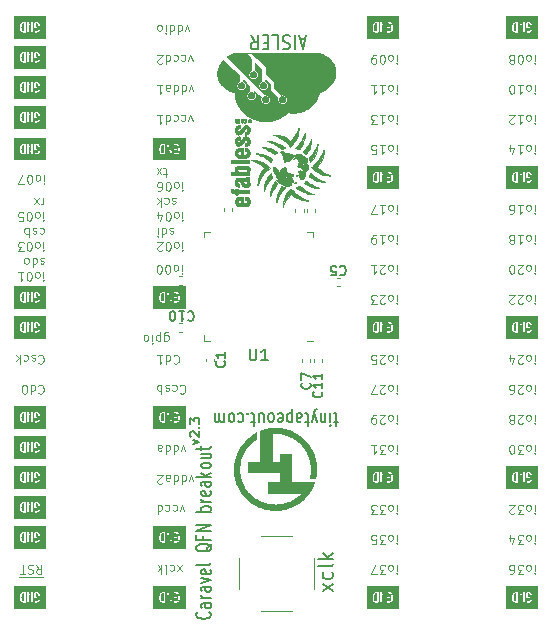
<source format=gbr>
G04 #@! TF.GenerationSoftware,KiCad,Pcbnew,7.0.9-7.0.9~ubuntu22.04.1*
G04 #@! TF.CreationDate,2023-12-06T13:17:01-05:00*
G04 #@! TF.ProjectId,caravel-breakout-qfn,63617261-7665-46c2-9d62-7265616b6f75,2.3*
G04 #@! TF.SameCoordinates,PX2dc6c00PY42c1d80*
G04 #@! TF.FileFunction,Legend,Top*
G04 #@! TF.FilePolarity,Positive*
%FSLAX46Y46*%
G04 Gerber Fmt 4.6, Leading zero omitted, Abs format (unit mm)*
G04 Created by KiCad (PCBNEW 7.0.9-7.0.9~ubuntu22.04.1) date 2023-12-06 13:17:01*
%MOMM*%
%LPD*%
G01*
G04 APERTURE LIST*
%ADD10C,0.120000*%
%ADD11C,0.180000*%
%ADD12C,0.127000*%
%ADD13C,0.200000*%
%ADD14C,0.150000*%
%ADD15C,0.010000*%
%ADD16C,0.010813*%
G04 APERTURE END LIST*
D10*
X684000Y3900000D02*
X2716000Y3900000D01*
X15128089Y50132725D02*
X14949517Y50632725D01*
X14949517Y50632725D02*
X14770946Y50132725D01*
X14163803Y50632725D02*
X14163803Y49882725D01*
X14163803Y50597010D02*
X14235231Y50632725D01*
X14235231Y50632725D02*
X14378088Y50632725D01*
X14378088Y50632725D02*
X14449517Y50597010D01*
X14449517Y50597010D02*
X14485231Y50561296D01*
X14485231Y50561296D02*
X14520945Y50489868D01*
X14520945Y50489868D02*
X14520945Y50275582D01*
X14520945Y50275582D02*
X14485231Y50204153D01*
X14485231Y50204153D02*
X14449517Y50168439D01*
X14449517Y50168439D02*
X14378088Y50132725D01*
X14378088Y50132725D02*
X14235231Y50132725D01*
X14235231Y50132725D02*
X14163803Y50168439D01*
X13485232Y50632725D02*
X13485232Y49882725D01*
X13485232Y50597010D02*
X13556660Y50632725D01*
X13556660Y50632725D02*
X13699517Y50632725D01*
X13699517Y50632725D02*
X13770946Y50597010D01*
X13770946Y50597010D02*
X13806660Y50561296D01*
X13806660Y50561296D02*
X13842374Y50489868D01*
X13842374Y50489868D02*
X13842374Y50275582D01*
X13842374Y50275582D02*
X13806660Y50204153D01*
X13806660Y50204153D02*
X13770946Y50168439D01*
X13770946Y50168439D02*
X13699517Y50132725D01*
X13699517Y50132725D02*
X13556660Y50132725D01*
X13556660Y50132725D02*
X13485232Y50168439D01*
X13128089Y50632725D02*
X13128089Y50132725D01*
X13128089Y49882725D02*
X13163803Y49918439D01*
X13163803Y49918439D02*
X13128089Y49954153D01*
X13128089Y49954153D02*
X13092375Y49918439D01*
X13092375Y49918439D02*
X13128089Y49882725D01*
X13128089Y49882725D02*
X13128089Y49954153D01*
X12663803Y50632725D02*
X12735232Y50597010D01*
X12735232Y50597010D02*
X12770946Y50561296D01*
X12770946Y50561296D02*
X12806660Y50489868D01*
X12806660Y50489868D02*
X12806660Y50275582D01*
X12806660Y50275582D02*
X12770946Y50204153D01*
X12770946Y50204153D02*
X12735232Y50168439D01*
X12735232Y50168439D02*
X12663803Y50132725D01*
X12663803Y50132725D02*
X12556660Y50132725D01*
X12556660Y50132725D02*
X12485232Y50168439D01*
X12485232Y50168439D02*
X12449518Y50204153D01*
X12449518Y50204153D02*
X12413803Y50275582D01*
X12413803Y50275582D02*
X12413803Y50489868D01*
X12413803Y50489868D02*
X12449518Y50561296D01*
X12449518Y50561296D02*
X12485232Y50597010D01*
X12485232Y50597010D02*
X12556660Y50632725D01*
X12556660Y50632725D02*
X12663803Y50632725D01*
X44375571Y4912725D02*
X44375571Y4412725D01*
X44375571Y4162725D02*
X44411285Y4198439D01*
X44411285Y4198439D02*
X44375571Y4234153D01*
X44375571Y4234153D02*
X44339857Y4198439D01*
X44339857Y4198439D02*
X44375571Y4162725D01*
X44375571Y4162725D02*
X44375571Y4234153D01*
X43911285Y4912725D02*
X43982714Y4877010D01*
X43982714Y4877010D02*
X44018428Y4841296D01*
X44018428Y4841296D02*
X44054142Y4769868D01*
X44054142Y4769868D02*
X44054142Y4555582D01*
X44054142Y4555582D02*
X44018428Y4484153D01*
X44018428Y4484153D02*
X43982714Y4448439D01*
X43982714Y4448439D02*
X43911285Y4412725D01*
X43911285Y4412725D02*
X43804142Y4412725D01*
X43804142Y4412725D02*
X43732714Y4448439D01*
X43732714Y4448439D02*
X43697000Y4484153D01*
X43697000Y4484153D02*
X43661285Y4555582D01*
X43661285Y4555582D02*
X43661285Y4769868D01*
X43661285Y4769868D02*
X43697000Y4841296D01*
X43697000Y4841296D02*
X43732714Y4877010D01*
X43732714Y4877010D02*
X43804142Y4912725D01*
X43804142Y4912725D02*
X43911285Y4912725D01*
X43411286Y4162725D02*
X42947000Y4162725D01*
X42947000Y4162725D02*
X43197000Y4448439D01*
X43197000Y4448439D02*
X43089857Y4448439D01*
X43089857Y4448439D02*
X43018429Y4484153D01*
X43018429Y4484153D02*
X42982714Y4519868D01*
X42982714Y4519868D02*
X42947000Y4591296D01*
X42947000Y4591296D02*
X42947000Y4769868D01*
X42947000Y4769868D02*
X42982714Y4841296D01*
X42982714Y4841296D02*
X43018429Y4877010D01*
X43018429Y4877010D02*
X43089857Y4912725D01*
X43089857Y4912725D02*
X43304143Y4912725D01*
X43304143Y4912725D02*
X43375571Y4877010D01*
X43375571Y4877010D02*
X43411286Y4841296D01*
X42304143Y4162725D02*
X42447000Y4162725D01*
X42447000Y4162725D02*
X42518428Y4198439D01*
X42518428Y4198439D02*
X42554143Y4234153D01*
X42554143Y4234153D02*
X42625571Y4341296D01*
X42625571Y4341296D02*
X42661285Y4484153D01*
X42661285Y4484153D02*
X42661285Y4769868D01*
X42661285Y4769868D02*
X42625571Y4841296D01*
X42625571Y4841296D02*
X42589857Y4877010D01*
X42589857Y4877010D02*
X42518428Y4912725D01*
X42518428Y4912725D02*
X42375571Y4912725D01*
X42375571Y4912725D02*
X42304143Y4877010D01*
X42304143Y4877010D02*
X42268428Y4841296D01*
X42268428Y4841296D02*
X42232714Y4769868D01*
X42232714Y4769868D02*
X42232714Y4591296D01*
X42232714Y4591296D02*
X42268428Y4519868D01*
X42268428Y4519868D02*
X42304143Y4484153D01*
X42304143Y4484153D02*
X42375571Y4448439D01*
X42375571Y4448439D02*
X42518428Y4448439D01*
X42518428Y4448439D02*
X42589857Y4484153D01*
X42589857Y4484153D02*
X42625571Y4519868D01*
X42625571Y4519868D02*
X42661285Y4591296D01*
X44375571Y32852725D02*
X44375571Y32352725D01*
X44375571Y32102725D02*
X44411285Y32138439D01*
X44411285Y32138439D02*
X44375571Y32174153D01*
X44375571Y32174153D02*
X44339857Y32138439D01*
X44339857Y32138439D02*
X44375571Y32102725D01*
X44375571Y32102725D02*
X44375571Y32174153D01*
X43911285Y32852725D02*
X43982714Y32817010D01*
X43982714Y32817010D02*
X44018428Y32781296D01*
X44018428Y32781296D02*
X44054142Y32709868D01*
X44054142Y32709868D02*
X44054142Y32495582D01*
X44054142Y32495582D02*
X44018428Y32424153D01*
X44018428Y32424153D02*
X43982714Y32388439D01*
X43982714Y32388439D02*
X43911285Y32352725D01*
X43911285Y32352725D02*
X43804142Y32352725D01*
X43804142Y32352725D02*
X43732714Y32388439D01*
X43732714Y32388439D02*
X43697000Y32424153D01*
X43697000Y32424153D02*
X43661285Y32495582D01*
X43661285Y32495582D02*
X43661285Y32709868D01*
X43661285Y32709868D02*
X43697000Y32781296D01*
X43697000Y32781296D02*
X43732714Y32817010D01*
X43732714Y32817010D02*
X43804142Y32852725D01*
X43804142Y32852725D02*
X43911285Y32852725D01*
X42947000Y32852725D02*
X43375571Y32852725D01*
X43161286Y32852725D02*
X43161286Y32102725D01*
X43161286Y32102725D02*
X43232714Y32209868D01*
X43232714Y32209868D02*
X43304143Y32281296D01*
X43304143Y32281296D02*
X43375571Y32317010D01*
X42518428Y32424153D02*
X42589857Y32388439D01*
X42589857Y32388439D02*
X42625571Y32352725D01*
X42625571Y32352725D02*
X42661285Y32281296D01*
X42661285Y32281296D02*
X42661285Y32245582D01*
X42661285Y32245582D02*
X42625571Y32174153D01*
X42625571Y32174153D02*
X42589857Y32138439D01*
X42589857Y32138439D02*
X42518428Y32102725D01*
X42518428Y32102725D02*
X42375571Y32102725D01*
X42375571Y32102725D02*
X42304143Y32138439D01*
X42304143Y32138439D02*
X42268428Y32174153D01*
X42268428Y32174153D02*
X42232714Y32245582D01*
X42232714Y32245582D02*
X42232714Y32281296D01*
X42232714Y32281296D02*
X42268428Y32352725D01*
X42268428Y32352725D02*
X42304143Y32388439D01*
X42304143Y32388439D02*
X42375571Y32424153D01*
X42375571Y32424153D02*
X42518428Y32424153D01*
X42518428Y32424153D02*
X42589857Y32459868D01*
X42589857Y32459868D02*
X42625571Y32495582D01*
X42625571Y32495582D02*
X42661285Y32567010D01*
X42661285Y32567010D02*
X42661285Y32709868D01*
X42661285Y32709868D02*
X42625571Y32781296D01*
X42625571Y32781296D02*
X42589857Y32817010D01*
X42589857Y32817010D02*
X42518428Y32852725D01*
X42518428Y32852725D02*
X42375571Y32852725D01*
X42375571Y32852725D02*
X42304143Y32817010D01*
X42304143Y32817010D02*
X42268428Y32781296D01*
X42268428Y32781296D02*
X42232714Y32709868D01*
X42232714Y32709868D02*
X42232714Y32567010D01*
X42232714Y32567010D02*
X42268428Y32495582D01*
X42268428Y32495582D02*
X42304143Y32459868D01*
X42304143Y32459868D02*
X42375571Y32424153D01*
X32691571Y27772725D02*
X32691571Y27272725D01*
X32691571Y27022725D02*
X32727285Y27058439D01*
X32727285Y27058439D02*
X32691571Y27094153D01*
X32691571Y27094153D02*
X32655857Y27058439D01*
X32655857Y27058439D02*
X32691571Y27022725D01*
X32691571Y27022725D02*
X32691571Y27094153D01*
X32227285Y27772725D02*
X32298714Y27737010D01*
X32298714Y27737010D02*
X32334428Y27701296D01*
X32334428Y27701296D02*
X32370142Y27629868D01*
X32370142Y27629868D02*
X32370142Y27415582D01*
X32370142Y27415582D02*
X32334428Y27344153D01*
X32334428Y27344153D02*
X32298714Y27308439D01*
X32298714Y27308439D02*
X32227285Y27272725D01*
X32227285Y27272725D02*
X32120142Y27272725D01*
X32120142Y27272725D02*
X32048714Y27308439D01*
X32048714Y27308439D02*
X32013000Y27344153D01*
X32013000Y27344153D02*
X31977285Y27415582D01*
X31977285Y27415582D02*
X31977285Y27629868D01*
X31977285Y27629868D02*
X32013000Y27701296D01*
X32013000Y27701296D02*
X32048714Y27737010D01*
X32048714Y27737010D02*
X32120142Y27772725D01*
X32120142Y27772725D02*
X32227285Y27772725D01*
X31691571Y27094153D02*
X31655857Y27058439D01*
X31655857Y27058439D02*
X31584429Y27022725D01*
X31584429Y27022725D02*
X31405857Y27022725D01*
X31405857Y27022725D02*
X31334429Y27058439D01*
X31334429Y27058439D02*
X31298714Y27094153D01*
X31298714Y27094153D02*
X31263000Y27165582D01*
X31263000Y27165582D02*
X31263000Y27237010D01*
X31263000Y27237010D02*
X31298714Y27344153D01*
X31298714Y27344153D02*
X31727286Y27772725D01*
X31727286Y27772725D02*
X31263000Y27772725D01*
X31013000Y27022725D02*
X30548714Y27022725D01*
X30548714Y27022725D02*
X30798714Y27308439D01*
X30798714Y27308439D02*
X30691571Y27308439D01*
X30691571Y27308439D02*
X30620143Y27344153D01*
X30620143Y27344153D02*
X30584428Y27379868D01*
X30584428Y27379868D02*
X30548714Y27451296D01*
X30548714Y27451296D02*
X30548714Y27629868D01*
X30548714Y27629868D02*
X30584428Y27701296D01*
X30584428Y27701296D02*
X30620143Y27737010D01*
X30620143Y27737010D02*
X30691571Y27772725D01*
X30691571Y27772725D02*
X30905857Y27772725D01*
X30905857Y27772725D02*
X30977285Y27737010D01*
X30977285Y27737010D02*
X31013000Y27701296D01*
X44375571Y7452725D02*
X44375571Y6952725D01*
X44375571Y6702725D02*
X44411285Y6738439D01*
X44411285Y6738439D02*
X44375571Y6774153D01*
X44375571Y6774153D02*
X44339857Y6738439D01*
X44339857Y6738439D02*
X44375571Y6702725D01*
X44375571Y6702725D02*
X44375571Y6774153D01*
X43911285Y7452725D02*
X43982714Y7417010D01*
X43982714Y7417010D02*
X44018428Y7381296D01*
X44018428Y7381296D02*
X44054142Y7309868D01*
X44054142Y7309868D02*
X44054142Y7095582D01*
X44054142Y7095582D02*
X44018428Y7024153D01*
X44018428Y7024153D02*
X43982714Y6988439D01*
X43982714Y6988439D02*
X43911285Y6952725D01*
X43911285Y6952725D02*
X43804142Y6952725D01*
X43804142Y6952725D02*
X43732714Y6988439D01*
X43732714Y6988439D02*
X43697000Y7024153D01*
X43697000Y7024153D02*
X43661285Y7095582D01*
X43661285Y7095582D02*
X43661285Y7309868D01*
X43661285Y7309868D02*
X43697000Y7381296D01*
X43697000Y7381296D02*
X43732714Y7417010D01*
X43732714Y7417010D02*
X43804142Y7452725D01*
X43804142Y7452725D02*
X43911285Y7452725D01*
X43411286Y6702725D02*
X42947000Y6702725D01*
X42947000Y6702725D02*
X43197000Y6988439D01*
X43197000Y6988439D02*
X43089857Y6988439D01*
X43089857Y6988439D02*
X43018429Y7024153D01*
X43018429Y7024153D02*
X42982714Y7059868D01*
X42982714Y7059868D02*
X42947000Y7131296D01*
X42947000Y7131296D02*
X42947000Y7309868D01*
X42947000Y7309868D02*
X42982714Y7381296D01*
X42982714Y7381296D02*
X43018429Y7417010D01*
X43018429Y7417010D02*
X43089857Y7452725D01*
X43089857Y7452725D02*
X43304143Y7452725D01*
X43304143Y7452725D02*
X43375571Y7417010D01*
X43375571Y7417010D02*
X43411286Y7381296D01*
X42304143Y6952725D02*
X42304143Y7452725D01*
X42482714Y6667010D02*
X42661285Y7202725D01*
X42661285Y7202725D02*
X42197000Y7202725D01*
X14479857Y4912725D02*
X14087000Y4412725D01*
X14479857Y4412725D02*
X14087000Y4912725D01*
X13479857Y4877010D02*
X13551285Y4912725D01*
X13551285Y4912725D02*
X13694142Y4912725D01*
X13694142Y4912725D02*
X13765571Y4877010D01*
X13765571Y4877010D02*
X13801285Y4841296D01*
X13801285Y4841296D02*
X13836999Y4769868D01*
X13836999Y4769868D02*
X13836999Y4555582D01*
X13836999Y4555582D02*
X13801285Y4484153D01*
X13801285Y4484153D02*
X13765571Y4448439D01*
X13765571Y4448439D02*
X13694142Y4412725D01*
X13694142Y4412725D02*
X13551285Y4412725D01*
X13551285Y4412725D02*
X13479857Y4448439D01*
X13051285Y4912725D02*
X13122714Y4877010D01*
X13122714Y4877010D02*
X13158428Y4805582D01*
X13158428Y4805582D02*
X13158428Y4162725D01*
X12765571Y4912725D02*
X12765571Y4162725D01*
X12694143Y4627010D02*
X12479857Y4912725D01*
X12479857Y4412725D02*
X12765571Y4698439D01*
X14556661Y34788975D02*
X14556661Y34288975D01*
X14556661Y34038975D02*
X14592375Y34074689D01*
X14592375Y34074689D02*
X14556661Y34110403D01*
X14556661Y34110403D02*
X14520947Y34074689D01*
X14520947Y34074689D02*
X14556661Y34038975D01*
X14556661Y34038975D02*
X14556661Y34110403D01*
X14092375Y34788975D02*
X14163804Y34753260D01*
X14163804Y34753260D02*
X14199518Y34717546D01*
X14199518Y34717546D02*
X14235232Y34646118D01*
X14235232Y34646118D02*
X14235232Y34431832D01*
X14235232Y34431832D02*
X14199518Y34360403D01*
X14199518Y34360403D02*
X14163804Y34324689D01*
X14163804Y34324689D02*
X14092375Y34288975D01*
X14092375Y34288975D02*
X13985232Y34288975D01*
X13985232Y34288975D02*
X13913804Y34324689D01*
X13913804Y34324689D02*
X13878090Y34360403D01*
X13878090Y34360403D02*
X13842375Y34431832D01*
X13842375Y34431832D02*
X13842375Y34646118D01*
X13842375Y34646118D02*
X13878090Y34717546D01*
X13878090Y34717546D02*
X13913804Y34753260D01*
X13913804Y34753260D02*
X13985232Y34788975D01*
X13985232Y34788975D02*
X14092375Y34788975D01*
X13378090Y34038975D02*
X13306661Y34038975D01*
X13306661Y34038975D02*
X13235233Y34074689D01*
X13235233Y34074689D02*
X13199519Y34110403D01*
X13199519Y34110403D02*
X13163804Y34181832D01*
X13163804Y34181832D02*
X13128090Y34324689D01*
X13128090Y34324689D02*
X13128090Y34503260D01*
X13128090Y34503260D02*
X13163804Y34646118D01*
X13163804Y34646118D02*
X13199519Y34717546D01*
X13199519Y34717546D02*
X13235233Y34753260D01*
X13235233Y34753260D02*
X13306661Y34788975D01*
X13306661Y34788975D02*
X13378090Y34788975D01*
X13378090Y34788975D02*
X13449519Y34753260D01*
X13449519Y34753260D02*
X13485233Y34717546D01*
X13485233Y34717546D02*
X13520947Y34646118D01*
X13520947Y34646118D02*
X13556661Y34503260D01*
X13556661Y34503260D02*
X13556661Y34324689D01*
X13556661Y34324689D02*
X13520947Y34181832D01*
X13520947Y34181832D02*
X13485233Y34110403D01*
X13485233Y34110403D02*
X13449519Y34074689D01*
X13449519Y34074689D02*
X13378090Y34038975D01*
X12485233Y34288975D02*
X12485233Y34788975D01*
X12663804Y34003260D02*
X12842375Y34538975D01*
X12842375Y34538975D02*
X12378090Y34538975D01*
X13985232Y35960760D02*
X13913804Y35996475D01*
X13913804Y35996475D02*
X13770947Y35996475D01*
X13770947Y35996475D02*
X13699518Y35960760D01*
X13699518Y35960760D02*
X13663804Y35889332D01*
X13663804Y35889332D02*
X13663804Y35853618D01*
X13663804Y35853618D02*
X13699518Y35782189D01*
X13699518Y35782189D02*
X13770947Y35746475D01*
X13770947Y35746475D02*
X13878090Y35746475D01*
X13878090Y35746475D02*
X13949518Y35710760D01*
X13949518Y35710760D02*
X13985232Y35639332D01*
X13985232Y35639332D02*
X13985232Y35603618D01*
X13985232Y35603618D02*
X13949518Y35532189D01*
X13949518Y35532189D02*
X13878090Y35496475D01*
X13878090Y35496475D02*
X13770947Y35496475D01*
X13770947Y35496475D02*
X13699518Y35532189D01*
X13020947Y35960760D02*
X13092375Y35996475D01*
X13092375Y35996475D02*
X13235232Y35996475D01*
X13235232Y35996475D02*
X13306661Y35960760D01*
X13306661Y35960760D02*
X13342375Y35925046D01*
X13342375Y35925046D02*
X13378089Y35853618D01*
X13378089Y35853618D02*
X13378089Y35639332D01*
X13378089Y35639332D02*
X13342375Y35567903D01*
X13342375Y35567903D02*
X13306661Y35532189D01*
X13306661Y35532189D02*
X13235232Y35496475D01*
X13235232Y35496475D02*
X13092375Y35496475D01*
X13092375Y35496475D02*
X13020947Y35532189D01*
X12699518Y35996475D02*
X12699518Y35246475D01*
X12628090Y35710760D02*
X12413804Y35996475D01*
X12413804Y35496475D02*
X12699518Y35782189D01*
X32691571Y17612725D02*
X32691571Y17112725D01*
X32691571Y16862725D02*
X32727285Y16898439D01*
X32727285Y16898439D02*
X32691571Y16934153D01*
X32691571Y16934153D02*
X32655857Y16898439D01*
X32655857Y16898439D02*
X32691571Y16862725D01*
X32691571Y16862725D02*
X32691571Y16934153D01*
X32227285Y17612725D02*
X32298714Y17577010D01*
X32298714Y17577010D02*
X32334428Y17541296D01*
X32334428Y17541296D02*
X32370142Y17469868D01*
X32370142Y17469868D02*
X32370142Y17255582D01*
X32370142Y17255582D02*
X32334428Y17184153D01*
X32334428Y17184153D02*
X32298714Y17148439D01*
X32298714Y17148439D02*
X32227285Y17112725D01*
X32227285Y17112725D02*
X32120142Y17112725D01*
X32120142Y17112725D02*
X32048714Y17148439D01*
X32048714Y17148439D02*
X32013000Y17184153D01*
X32013000Y17184153D02*
X31977285Y17255582D01*
X31977285Y17255582D02*
X31977285Y17469868D01*
X31977285Y17469868D02*
X32013000Y17541296D01*
X32013000Y17541296D02*
X32048714Y17577010D01*
X32048714Y17577010D02*
X32120142Y17612725D01*
X32120142Y17612725D02*
X32227285Y17612725D01*
X31691571Y16934153D02*
X31655857Y16898439D01*
X31655857Y16898439D02*
X31584429Y16862725D01*
X31584429Y16862725D02*
X31405857Y16862725D01*
X31405857Y16862725D02*
X31334429Y16898439D01*
X31334429Y16898439D02*
X31298714Y16934153D01*
X31298714Y16934153D02*
X31263000Y17005582D01*
X31263000Y17005582D02*
X31263000Y17077010D01*
X31263000Y17077010D02*
X31298714Y17184153D01*
X31298714Y17184153D02*
X31727286Y17612725D01*
X31727286Y17612725D02*
X31263000Y17612725D01*
X30905857Y17612725D02*
X30763000Y17612725D01*
X30763000Y17612725D02*
X30691571Y17577010D01*
X30691571Y17577010D02*
X30655857Y17541296D01*
X30655857Y17541296D02*
X30584428Y17434153D01*
X30584428Y17434153D02*
X30548714Y17291296D01*
X30548714Y17291296D02*
X30548714Y17005582D01*
X30548714Y17005582D02*
X30584428Y16934153D01*
X30584428Y16934153D02*
X30620143Y16898439D01*
X30620143Y16898439D02*
X30691571Y16862725D01*
X30691571Y16862725D02*
X30834428Y16862725D01*
X30834428Y16862725D02*
X30905857Y16898439D01*
X30905857Y16898439D02*
X30941571Y16934153D01*
X30941571Y16934153D02*
X30977285Y17005582D01*
X30977285Y17005582D02*
X30977285Y17184153D01*
X30977285Y17184153D02*
X30941571Y17255582D01*
X30941571Y17255582D02*
X30905857Y17291296D01*
X30905857Y17291296D02*
X30834428Y17327010D01*
X30834428Y17327010D02*
X30691571Y17327010D01*
X30691571Y17327010D02*
X30620143Y17291296D01*
X30620143Y17291296D02*
X30584428Y17255582D01*
X30584428Y17255582D02*
X30548714Y17184153D01*
X13021803Y23890725D02*
X13021803Y24497868D01*
X13021803Y24497868D02*
X13057517Y24569296D01*
X13057517Y24569296D02*
X13093231Y24605010D01*
X13093231Y24605010D02*
X13164660Y24640725D01*
X13164660Y24640725D02*
X13271803Y24640725D01*
X13271803Y24640725D02*
X13343231Y24605010D01*
X13021803Y24355010D02*
X13093231Y24390725D01*
X13093231Y24390725D02*
X13236088Y24390725D01*
X13236088Y24390725D02*
X13307517Y24355010D01*
X13307517Y24355010D02*
X13343231Y24319296D01*
X13343231Y24319296D02*
X13378945Y24247868D01*
X13378945Y24247868D02*
X13378945Y24033582D01*
X13378945Y24033582D02*
X13343231Y23962153D01*
X13343231Y23962153D02*
X13307517Y23926439D01*
X13307517Y23926439D02*
X13236088Y23890725D01*
X13236088Y23890725D02*
X13093231Y23890725D01*
X13093231Y23890725D02*
X13021803Y23926439D01*
X12664660Y23890725D02*
X12664660Y24640725D01*
X12664660Y23926439D02*
X12593232Y23890725D01*
X12593232Y23890725D02*
X12450374Y23890725D01*
X12450374Y23890725D02*
X12378946Y23926439D01*
X12378946Y23926439D02*
X12343232Y23962153D01*
X12343232Y23962153D02*
X12307517Y24033582D01*
X12307517Y24033582D02*
X12307517Y24247868D01*
X12307517Y24247868D02*
X12343232Y24319296D01*
X12343232Y24319296D02*
X12378946Y24355010D01*
X12378946Y24355010D02*
X12450374Y24390725D01*
X12450374Y24390725D02*
X12593232Y24390725D01*
X12593232Y24390725D02*
X12664660Y24355010D01*
X11986089Y24390725D02*
X11986089Y23890725D01*
X11986089Y23640725D02*
X12021803Y23676439D01*
X12021803Y23676439D02*
X11986089Y23712153D01*
X11986089Y23712153D02*
X11950375Y23676439D01*
X11950375Y23676439D02*
X11986089Y23640725D01*
X11986089Y23640725D02*
X11986089Y23712153D01*
X11521803Y24390725D02*
X11593232Y24355010D01*
X11593232Y24355010D02*
X11628946Y24319296D01*
X11628946Y24319296D02*
X11664660Y24247868D01*
X11664660Y24247868D02*
X11664660Y24033582D01*
X11664660Y24033582D02*
X11628946Y23962153D01*
X11628946Y23962153D02*
X11593232Y23926439D01*
X11593232Y23926439D02*
X11521803Y23890725D01*
X11521803Y23890725D02*
X11414660Y23890725D01*
X11414660Y23890725D02*
X11343232Y23926439D01*
X11343232Y23926439D02*
X11307518Y23962153D01*
X11307518Y23962153D02*
X11271803Y24033582D01*
X11271803Y24033582D02*
X11271803Y24247868D01*
X11271803Y24247868D02*
X11307518Y24319296D01*
X11307518Y24319296D02*
X11343232Y24355010D01*
X11343232Y24355010D02*
X11414660Y24390725D01*
X11414660Y24390725D02*
X11521803Y24390725D01*
X15485232Y12032725D02*
X15306660Y12532725D01*
X15306660Y12532725D02*
X15128089Y12032725D01*
X14520946Y12532725D02*
X14520946Y11782725D01*
X14520946Y12497010D02*
X14592374Y12532725D01*
X14592374Y12532725D02*
X14735231Y12532725D01*
X14735231Y12532725D02*
X14806660Y12497010D01*
X14806660Y12497010D02*
X14842374Y12461296D01*
X14842374Y12461296D02*
X14878088Y12389868D01*
X14878088Y12389868D02*
X14878088Y12175582D01*
X14878088Y12175582D02*
X14842374Y12104153D01*
X14842374Y12104153D02*
X14806660Y12068439D01*
X14806660Y12068439D02*
X14735231Y12032725D01*
X14735231Y12032725D02*
X14592374Y12032725D01*
X14592374Y12032725D02*
X14520946Y12068439D01*
X13842375Y12532725D02*
X13842375Y11782725D01*
X13842375Y12497010D02*
X13913803Y12532725D01*
X13913803Y12532725D02*
X14056660Y12532725D01*
X14056660Y12532725D02*
X14128089Y12497010D01*
X14128089Y12497010D02*
X14163803Y12461296D01*
X14163803Y12461296D02*
X14199517Y12389868D01*
X14199517Y12389868D02*
X14199517Y12175582D01*
X14199517Y12175582D02*
X14163803Y12104153D01*
X14163803Y12104153D02*
X14128089Y12068439D01*
X14128089Y12068439D02*
X14056660Y12032725D01*
X14056660Y12032725D02*
X13913803Y12032725D01*
X13913803Y12032725D02*
X13842375Y12068439D01*
X13163804Y12532725D02*
X13163804Y12139868D01*
X13163804Y12139868D02*
X13199518Y12068439D01*
X13199518Y12068439D02*
X13270946Y12032725D01*
X13270946Y12032725D02*
X13413804Y12032725D01*
X13413804Y12032725D02*
X13485232Y12068439D01*
X13163804Y12497010D02*
X13235232Y12532725D01*
X13235232Y12532725D02*
X13413804Y12532725D01*
X13413804Y12532725D02*
X13485232Y12497010D01*
X13485232Y12497010D02*
X13520946Y12425582D01*
X13520946Y12425582D02*
X13520946Y12354153D01*
X13520946Y12354153D02*
X13485232Y12282725D01*
X13485232Y12282725D02*
X13413804Y12247010D01*
X13413804Y12247010D02*
X13235232Y12247010D01*
X13235232Y12247010D02*
X13163804Y12211296D01*
X12842375Y11854153D02*
X12806661Y11818439D01*
X12806661Y11818439D02*
X12735233Y11782725D01*
X12735233Y11782725D02*
X12556661Y11782725D01*
X12556661Y11782725D02*
X12485233Y11818439D01*
X12485233Y11818439D02*
X12449518Y11854153D01*
X12449518Y11854153D02*
X12413804Y11925582D01*
X12413804Y11925582D02*
X12413804Y11997010D01*
X12413804Y11997010D02*
X12449518Y12104153D01*
X12449518Y12104153D02*
X12878090Y12532725D01*
X12878090Y12532725D02*
X12413804Y12532725D01*
X2790481Y29708975D02*
X2790481Y29208975D01*
X2790481Y28958975D02*
X2826195Y28994689D01*
X2826195Y28994689D02*
X2790481Y29030403D01*
X2790481Y29030403D02*
X2754767Y28994689D01*
X2754767Y28994689D02*
X2790481Y28958975D01*
X2790481Y28958975D02*
X2790481Y29030403D01*
X2326195Y29708975D02*
X2397624Y29673260D01*
X2397624Y29673260D02*
X2433338Y29637546D01*
X2433338Y29637546D02*
X2469052Y29566118D01*
X2469052Y29566118D02*
X2469052Y29351832D01*
X2469052Y29351832D02*
X2433338Y29280403D01*
X2433338Y29280403D02*
X2397624Y29244689D01*
X2397624Y29244689D02*
X2326195Y29208975D01*
X2326195Y29208975D02*
X2219052Y29208975D01*
X2219052Y29208975D02*
X2147624Y29244689D01*
X2147624Y29244689D02*
X2111910Y29280403D01*
X2111910Y29280403D02*
X2076195Y29351832D01*
X2076195Y29351832D02*
X2076195Y29566118D01*
X2076195Y29566118D02*
X2111910Y29637546D01*
X2111910Y29637546D02*
X2147624Y29673260D01*
X2147624Y29673260D02*
X2219052Y29708975D01*
X2219052Y29708975D02*
X2326195Y29708975D01*
X1611910Y28958975D02*
X1540481Y28958975D01*
X1540481Y28958975D02*
X1469053Y28994689D01*
X1469053Y28994689D02*
X1433339Y29030403D01*
X1433339Y29030403D02*
X1397624Y29101832D01*
X1397624Y29101832D02*
X1361910Y29244689D01*
X1361910Y29244689D02*
X1361910Y29423260D01*
X1361910Y29423260D02*
X1397624Y29566118D01*
X1397624Y29566118D02*
X1433339Y29637546D01*
X1433339Y29637546D02*
X1469053Y29673260D01*
X1469053Y29673260D02*
X1540481Y29708975D01*
X1540481Y29708975D02*
X1611910Y29708975D01*
X1611910Y29708975D02*
X1683339Y29673260D01*
X1683339Y29673260D02*
X1719053Y29637546D01*
X1719053Y29637546D02*
X1754767Y29566118D01*
X1754767Y29566118D02*
X1790481Y29423260D01*
X1790481Y29423260D02*
X1790481Y29244689D01*
X1790481Y29244689D02*
X1754767Y29101832D01*
X1754767Y29101832D02*
X1719053Y29030403D01*
X1719053Y29030403D02*
X1683339Y28994689D01*
X1683339Y28994689D02*
X1611910Y28958975D01*
X647624Y29708975D02*
X1076195Y29708975D01*
X861910Y29708975D02*
X861910Y28958975D01*
X861910Y28958975D02*
X933338Y29066118D01*
X933338Y29066118D02*
X1004767Y29137546D01*
X1004767Y29137546D02*
X1076195Y29173260D01*
X2826195Y30880760D02*
X2754767Y30916475D01*
X2754767Y30916475D02*
X2611910Y30916475D01*
X2611910Y30916475D02*
X2540481Y30880760D01*
X2540481Y30880760D02*
X2504767Y30809332D01*
X2504767Y30809332D02*
X2504767Y30773618D01*
X2504767Y30773618D02*
X2540481Y30702189D01*
X2540481Y30702189D02*
X2611910Y30666475D01*
X2611910Y30666475D02*
X2719053Y30666475D01*
X2719053Y30666475D02*
X2790481Y30630760D01*
X2790481Y30630760D02*
X2826195Y30559332D01*
X2826195Y30559332D02*
X2826195Y30523618D01*
X2826195Y30523618D02*
X2790481Y30452189D01*
X2790481Y30452189D02*
X2719053Y30416475D01*
X2719053Y30416475D02*
X2611910Y30416475D01*
X2611910Y30416475D02*
X2540481Y30452189D01*
X1861910Y30916475D02*
X1861910Y30166475D01*
X1861910Y30880760D02*
X1933338Y30916475D01*
X1933338Y30916475D02*
X2076195Y30916475D01*
X2076195Y30916475D02*
X2147624Y30880760D01*
X2147624Y30880760D02*
X2183338Y30845046D01*
X2183338Y30845046D02*
X2219052Y30773618D01*
X2219052Y30773618D02*
X2219052Y30559332D01*
X2219052Y30559332D02*
X2183338Y30487903D01*
X2183338Y30487903D02*
X2147624Y30452189D01*
X2147624Y30452189D02*
X2076195Y30416475D01*
X2076195Y30416475D02*
X1933338Y30416475D01*
X1933338Y30416475D02*
X1861910Y30452189D01*
X1397624Y30916475D02*
X1469053Y30880760D01*
X1469053Y30880760D02*
X1504767Y30845046D01*
X1504767Y30845046D02*
X1540481Y30773618D01*
X1540481Y30773618D02*
X1540481Y30559332D01*
X1540481Y30559332D02*
X1504767Y30487903D01*
X1504767Y30487903D02*
X1469053Y30452189D01*
X1469053Y30452189D02*
X1397624Y30416475D01*
X1397624Y30416475D02*
X1290481Y30416475D01*
X1290481Y30416475D02*
X1219053Y30452189D01*
X1219053Y30452189D02*
X1183339Y30487903D01*
X1183339Y30487903D02*
X1147624Y30559332D01*
X1147624Y30559332D02*
X1147624Y30773618D01*
X1147624Y30773618D02*
X1183339Y30845046D01*
X1183339Y30845046D02*
X1219053Y30880760D01*
X1219053Y30880760D02*
X1290481Y30916475D01*
X1290481Y30916475D02*
X1397624Y30916475D01*
X32691571Y4912725D02*
X32691571Y4412725D01*
X32691571Y4162725D02*
X32727285Y4198439D01*
X32727285Y4198439D02*
X32691571Y4234153D01*
X32691571Y4234153D02*
X32655857Y4198439D01*
X32655857Y4198439D02*
X32691571Y4162725D01*
X32691571Y4162725D02*
X32691571Y4234153D01*
X32227285Y4912725D02*
X32298714Y4877010D01*
X32298714Y4877010D02*
X32334428Y4841296D01*
X32334428Y4841296D02*
X32370142Y4769868D01*
X32370142Y4769868D02*
X32370142Y4555582D01*
X32370142Y4555582D02*
X32334428Y4484153D01*
X32334428Y4484153D02*
X32298714Y4448439D01*
X32298714Y4448439D02*
X32227285Y4412725D01*
X32227285Y4412725D02*
X32120142Y4412725D01*
X32120142Y4412725D02*
X32048714Y4448439D01*
X32048714Y4448439D02*
X32013000Y4484153D01*
X32013000Y4484153D02*
X31977285Y4555582D01*
X31977285Y4555582D02*
X31977285Y4769868D01*
X31977285Y4769868D02*
X32013000Y4841296D01*
X32013000Y4841296D02*
X32048714Y4877010D01*
X32048714Y4877010D02*
X32120142Y4912725D01*
X32120142Y4912725D02*
X32227285Y4912725D01*
X31727286Y4162725D02*
X31263000Y4162725D01*
X31263000Y4162725D02*
X31513000Y4448439D01*
X31513000Y4448439D02*
X31405857Y4448439D01*
X31405857Y4448439D02*
X31334429Y4484153D01*
X31334429Y4484153D02*
X31298714Y4519868D01*
X31298714Y4519868D02*
X31263000Y4591296D01*
X31263000Y4591296D02*
X31263000Y4769868D01*
X31263000Y4769868D02*
X31298714Y4841296D01*
X31298714Y4841296D02*
X31334429Y4877010D01*
X31334429Y4877010D02*
X31405857Y4912725D01*
X31405857Y4912725D02*
X31620143Y4912725D01*
X31620143Y4912725D02*
X31691571Y4877010D01*
X31691571Y4877010D02*
X31727286Y4841296D01*
X31013000Y4162725D02*
X30513000Y4162725D01*
X30513000Y4162725D02*
X30834428Y4912725D01*
X32691571Y22692725D02*
X32691571Y22192725D01*
X32691571Y21942725D02*
X32727285Y21978439D01*
X32727285Y21978439D02*
X32691571Y22014153D01*
X32691571Y22014153D02*
X32655857Y21978439D01*
X32655857Y21978439D02*
X32691571Y21942725D01*
X32691571Y21942725D02*
X32691571Y22014153D01*
X32227285Y22692725D02*
X32298714Y22657010D01*
X32298714Y22657010D02*
X32334428Y22621296D01*
X32334428Y22621296D02*
X32370142Y22549868D01*
X32370142Y22549868D02*
X32370142Y22335582D01*
X32370142Y22335582D02*
X32334428Y22264153D01*
X32334428Y22264153D02*
X32298714Y22228439D01*
X32298714Y22228439D02*
X32227285Y22192725D01*
X32227285Y22192725D02*
X32120142Y22192725D01*
X32120142Y22192725D02*
X32048714Y22228439D01*
X32048714Y22228439D02*
X32013000Y22264153D01*
X32013000Y22264153D02*
X31977285Y22335582D01*
X31977285Y22335582D02*
X31977285Y22549868D01*
X31977285Y22549868D02*
X32013000Y22621296D01*
X32013000Y22621296D02*
X32048714Y22657010D01*
X32048714Y22657010D02*
X32120142Y22692725D01*
X32120142Y22692725D02*
X32227285Y22692725D01*
X31691571Y22014153D02*
X31655857Y21978439D01*
X31655857Y21978439D02*
X31584429Y21942725D01*
X31584429Y21942725D02*
X31405857Y21942725D01*
X31405857Y21942725D02*
X31334429Y21978439D01*
X31334429Y21978439D02*
X31298714Y22014153D01*
X31298714Y22014153D02*
X31263000Y22085582D01*
X31263000Y22085582D02*
X31263000Y22157010D01*
X31263000Y22157010D02*
X31298714Y22264153D01*
X31298714Y22264153D02*
X31727286Y22692725D01*
X31727286Y22692725D02*
X31263000Y22692725D01*
X30584428Y21942725D02*
X30941571Y21942725D01*
X30941571Y21942725D02*
X30977285Y22299868D01*
X30977285Y22299868D02*
X30941571Y22264153D01*
X30941571Y22264153D02*
X30870143Y22228439D01*
X30870143Y22228439D02*
X30691571Y22228439D01*
X30691571Y22228439D02*
X30620143Y22264153D01*
X30620143Y22264153D02*
X30584428Y22299868D01*
X30584428Y22299868D02*
X30548714Y22371296D01*
X30548714Y22371296D02*
X30548714Y22549868D01*
X30548714Y22549868D02*
X30584428Y22621296D01*
X30584428Y22621296D02*
X30620143Y22657010D01*
X30620143Y22657010D02*
X30691571Y22692725D01*
X30691571Y22692725D02*
X30870143Y22692725D01*
X30870143Y22692725D02*
X30941571Y22657010D01*
X30941571Y22657010D02*
X30977285Y22621296D01*
X32691571Y30312725D02*
X32691571Y29812725D01*
X32691571Y29562725D02*
X32727285Y29598439D01*
X32727285Y29598439D02*
X32691571Y29634153D01*
X32691571Y29634153D02*
X32655857Y29598439D01*
X32655857Y29598439D02*
X32691571Y29562725D01*
X32691571Y29562725D02*
X32691571Y29634153D01*
X32227285Y30312725D02*
X32298714Y30277010D01*
X32298714Y30277010D02*
X32334428Y30241296D01*
X32334428Y30241296D02*
X32370142Y30169868D01*
X32370142Y30169868D02*
X32370142Y29955582D01*
X32370142Y29955582D02*
X32334428Y29884153D01*
X32334428Y29884153D02*
X32298714Y29848439D01*
X32298714Y29848439D02*
X32227285Y29812725D01*
X32227285Y29812725D02*
X32120142Y29812725D01*
X32120142Y29812725D02*
X32048714Y29848439D01*
X32048714Y29848439D02*
X32013000Y29884153D01*
X32013000Y29884153D02*
X31977285Y29955582D01*
X31977285Y29955582D02*
X31977285Y30169868D01*
X31977285Y30169868D02*
X32013000Y30241296D01*
X32013000Y30241296D02*
X32048714Y30277010D01*
X32048714Y30277010D02*
X32120142Y30312725D01*
X32120142Y30312725D02*
X32227285Y30312725D01*
X31691571Y29634153D02*
X31655857Y29598439D01*
X31655857Y29598439D02*
X31584429Y29562725D01*
X31584429Y29562725D02*
X31405857Y29562725D01*
X31405857Y29562725D02*
X31334429Y29598439D01*
X31334429Y29598439D02*
X31298714Y29634153D01*
X31298714Y29634153D02*
X31263000Y29705582D01*
X31263000Y29705582D02*
X31263000Y29777010D01*
X31263000Y29777010D02*
X31298714Y29884153D01*
X31298714Y29884153D02*
X31727286Y30312725D01*
X31727286Y30312725D02*
X31263000Y30312725D01*
X30548714Y30312725D02*
X30977285Y30312725D01*
X30763000Y30312725D02*
X30763000Y29562725D01*
X30763000Y29562725D02*
X30834428Y29669868D01*
X30834428Y29669868D02*
X30905857Y29741296D01*
X30905857Y29741296D02*
X30977285Y29777010D01*
X15485232Y45052725D02*
X15306660Y45552725D01*
X15306660Y45552725D02*
X15128089Y45052725D01*
X14520946Y45552725D02*
X14520946Y44802725D01*
X14520946Y45517010D02*
X14592374Y45552725D01*
X14592374Y45552725D02*
X14735231Y45552725D01*
X14735231Y45552725D02*
X14806660Y45517010D01*
X14806660Y45517010D02*
X14842374Y45481296D01*
X14842374Y45481296D02*
X14878088Y45409868D01*
X14878088Y45409868D02*
X14878088Y45195582D01*
X14878088Y45195582D02*
X14842374Y45124153D01*
X14842374Y45124153D02*
X14806660Y45088439D01*
X14806660Y45088439D02*
X14735231Y45052725D01*
X14735231Y45052725D02*
X14592374Y45052725D01*
X14592374Y45052725D02*
X14520946Y45088439D01*
X13842375Y45552725D02*
X13842375Y44802725D01*
X13842375Y45517010D02*
X13913803Y45552725D01*
X13913803Y45552725D02*
X14056660Y45552725D01*
X14056660Y45552725D02*
X14128089Y45517010D01*
X14128089Y45517010D02*
X14163803Y45481296D01*
X14163803Y45481296D02*
X14199517Y45409868D01*
X14199517Y45409868D02*
X14199517Y45195582D01*
X14199517Y45195582D02*
X14163803Y45124153D01*
X14163803Y45124153D02*
X14128089Y45088439D01*
X14128089Y45088439D02*
X14056660Y45052725D01*
X14056660Y45052725D02*
X13913803Y45052725D01*
X13913803Y45052725D02*
X13842375Y45088439D01*
X13163804Y45552725D02*
X13163804Y45159868D01*
X13163804Y45159868D02*
X13199518Y45088439D01*
X13199518Y45088439D02*
X13270946Y45052725D01*
X13270946Y45052725D02*
X13413804Y45052725D01*
X13413804Y45052725D02*
X13485232Y45088439D01*
X13163804Y45517010D02*
X13235232Y45552725D01*
X13235232Y45552725D02*
X13413804Y45552725D01*
X13413804Y45552725D02*
X13485232Y45517010D01*
X13485232Y45517010D02*
X13520946Y45445582D01*
X13520946Y45445582D02*
X13520946Y45374153D01*
X13520946Y45374153D02*
X13485232Y45302725D01*
X13485232Y45302725D02*
X13413804Y45267010D01*
X13413804Y45267010D02*
X13235232Y45267010D01*
X13235232Y45267010D02*
X13163804Y45231296D01*
X12413804Y45552725D02*
X12842375Y45552725D01*
X12628090Y45552725D02*
X12628090Y44802725D01*
X12628090Y44802725D02*
X12699518Y44909868D01*
X12699518Y44909868D02*
X12770947Y44981296D01*
X12770947Y44981296D02*
X12842375Y45017010D01*
X15413804Y42512725D02*
X15235232Y43012725D01*
X15235232Y43012725D02*
X15056661Y42512725D01*
X14449518Y42977010D02*
X14520946Y43012725D01*
X14520946Y43012725D02*
X14663803Y43012725D01*
X14663803Y43012725D02*
X14735232Y42977010D01*
X14735232Y42977010D02*
X14770946Y42941296D01*
X14770946Y42941296D02*
X14806660Y42869868D01*
X14806660Y42869868D02*
X14806660Y42655582D01*
X14806660Y42655582D02*
X14770946Y42584153D01*
X14770946Y42584153D02*
X14735232Y42548439D01*
X14735232Y42548439D02*
X14663803Y42512725D01*
X14663803Y42512725D02*
X14520946Y42512725D01*
X14520946Y42512725D02*
X14449518Y42548439D01*
X13806661Y42977010D02*
X13878089Y43012725D01*
X13878089Y43012725D02*
X14020946Y43012725D01*
X14020946Y43012725D02*
X14092375Y42977010D01*
X14092375Y42977010D02*
X14128089Y42941296D01*
X14128089Y42941296D02*
X14163803Y42869868D01*
X14163803Y42869868D02*
X14163803Y42655582D01*
X14163803Y42655582D02*
X14128089Y42584153D01*
X14128089Y42584153D02*
X14092375Y42548439D01*
X14092375Y42548439D02*
X14020946Y42512725D01*
X14020946Y42512725D02*
X13878089Y42512725D01*
X13878089Y42512725D02*
X13806661Y42548439D01*
X13163804Y43012725D02*
X13163804Y42262725D01*
X13163804Y42977010D02*
X13235232Y43012725D01*
X13235232Y43012725D02*
X13378089Y43012725D01*
X13378089Y43012725D02*
X13449518Y42977010D01*
X13449518Y42977010D02*
X13485232Y42941296D01*
X13485232Y42941296D02*
X13520946Y42869868D01*
X13520946Y42869868D02*
X13520946Y42655582D01*
X13520946Y42655582D02*
X13485232Y42584153D01*
X13485232Y42584153D02*
X13449518Y42548439D01*
X13449518Y42548439D02*
X13378089Y42512725D01*
X13378089Y42512725D02*
X13235232Y42512725D01*
X13235232Y42512725D02*
X13163804Y42548439D01*
X12413804Y43012725D02*
X12842375Y43012725D01*
X12628090Y43012725D02*
X12628090Y42262725D01*
X12628090Y42262725D02*
X12699518Y42369868D01*
X12699518Y42369868D02*
X12770947Y42441296D01*
X12770947Y42441296D02*
X12842375Y42477010D01*
X15413804Y47592725D02*
X15235232Y48092725D01*
X15235232Y48092725D02*
X15056661Y47592725D01*
X14449518Y48057010D02*
X14520946Y48092725D01*
X14520946Y48092725D02*
X14663803Y48092725D01*
X14663803Y48092725D02*
X14735232Y48057010D01*
X14735232Y48057010D02*
X14770946Y48021296D01*
X14770946Y48021296D02*
X14806660Y47949868D01*
X14806660Y47949868D02*
X14806660Y47735582D01*
X14806660Y47735582D02*
X14770946Y47664153D01*
X14770946Y47664153D02*
X14735232Y47628439D01*
X14735232Y47628439D02*
X14663803Y47592725D01*
X14663803Y47592725D02*
X14520946Y47592725D01*
X14520946Y47592725D02*
X14449518Y47628439D01*
X13806661Y48057010D02*
X13878089Y48092725D01*
X13878089Y48092725D02*
X14020946Y48092725D01*
X14020946Y48092725D02*
X14092375Y48057010D01*
X14092375Y48057010D02*
X14128089Y48021296D01*
X14128089Y48021296D02*
X14163803Y47949868D01*
X14163803Y47949868D02*
X14163803Y47735582D01*
X14163803Y47735582D02*
X14128089Y47664153D01*
X14128089Y47664153D02*
X14092375Y47628439D01*
X14092375Y47628439D02*
X14020946Y47592725D01*
X14020946Y47592725D02*
X13878089Y47592725D01*
X13878089Y47592725D02*
X13806661Y47628439D01*
X13163804Y48092725D02*
X13163804Y47342725D01*
X13163804Y48057010D02*
X13235232Y48092725D01*
X13235232Y48092725D02*
X13378089Y48092725D01*
X13378089Y48092725D02*
X13449518Y48057010D01*
X13449518Y48057010D02*
X13485232Y48021296D01*
X13485232Y48021296D02*
X13520946Y47949868D01*
X13520946Y47949868D02*
X13520946Y47735582D01*
X13520946Y47735582D02*
X13485232Y47664153D01*
X13485232Y47664153D02*
X13449518Y47628439D01*
X13449518Y47628439D02*
X13378089Y47592725D01*
X13378089Y47592725D02*
X13235232Y47592725D01*
X13235232Y47592725D02*
X13163804Y47628439D01*
X12842375Y47414153D02*
X12806661Y47378439D01*
X12806661Y47378439D02*
X12735233Y47342725D01*
X12735233Y47342725D02*
X12556661Y47342725D01*
X12556661Y47342725D02*
X12485233Y47378439D01*
X12485233Y47378439D02*
X12449518Y47414153D01*
X12449518Y47414153D02*
X12413804Y47485582D01*
X12413804Y47485582D02*
X12413804Y47557010D01*
X12413804Y47557010D02*
X12449518Y47664153D01*
X12449518Y47664153D02*
X12878090Y48092725D01*
X12878090Y48092725D02*
X12413804Y48092725D01*
X13806661Y22621296D02*
X13842375Y22657010D01*
X13842375Y22657010D02*
X13949518Y22692725D01*
X13949518Y22692725D02*
X14020946Y22692725D01*
X14020946Y22692725D02*
X14128089Y22657010D01*
X14128089Y22657010D02*
X14199518Y22585582D01*
X14199518Y22585582D02*
X14235232Y22514153D01*
X14235232Y22514153D02*
X14270946Y22371296D01*
X14270946Y22371296D02*
X14270946Y22264153D01*
X14270946Y22264153D02*
X14235232Y22121296D01*
X14235232Y22121296D02*
X14199518Y22049868D01*
X14199518Y22049868D02*
X14128089Y21978439D01*
X14128089Y21978439D02*
X14020946Y21942725D01*
X14020946Y21942725D02*
X13949518Y21942725D01*
X13949518Y21942725D02*
X13842375Y21978439D01*
X13842375Y21978439D02*
X13806661Y22014153D01*
X13163804Y22692725D02*
X13163804Y21942725D01*
X13163804Y22657010D02*
X13235232Y22692725D01*
X13235232Y22692725D02*
X13378089Y22692725D01*
X13378089Y22692725D02*
X13449518Y22657010D01*
X13449518Y22657010D02*
X13485232Y22621296D01*
X13485232Y22621296D02*
X13520946Y22549868D01*
X13520946Y22549868D02*
X13520946Y22335582D01*
X13520946Y22335582D02*
X13485232Y22264153D01*
X13485232Y22264153D02*
X13449518Y22228439D01*
X13449518Y22228439D02*
X13378089Y22192725D01*
X13378089Y22192725D02*
X13235232Y22192725D01*
X13235232Y22192725D02*
X13163804Y22228439D01*
X12413804Y22692725D02*
X12842375Y22692725D01*
X12628090Y22692725D02*
X12628090Y21942725D01*
X12628090Y21942725D02*
X12699518Y22049868D01*
X12699518Y22049868D02*
X12770947Y22121296D01*
X12770947Y22121296D02*
X12842375Y22157010D01*
X2188714Y4912725D02*
X2438714Y4555582D01*
X2617285Y4912725D02*
X2617285Y4162725D01*
X2617285Y4162725D02*
X2331571Y4162725D01*
X2331571Y4162725D02*
X2260142Y4198439D01*
X2260142Y4198439D02*
X2224428Y4234153D01*
X2224428Y4234153D02*
X2188714Y4305582D01*
X2188714Y4305582D02*
X2188714Y4412725D01*
X2188714Y4412725D02*
X2224428Y4484153D01*
X2224428Y4484153D02*
X2260142Y4519868D01*
X2260142Y4519868D02*
X2331571Y4555582D01*
X2331571Y4555582D02*
X2617285Y4555582D01*
X1902999Y4877010D02*
X1795857Y4912725D01*
X1795857Y4912725D02*
X1617285Y4912725D01*
X1617285Y4912725D02*
X1545857Y4877010D01*
X1545857Y4877010D02*
X1510142Y4841296D01*
X1510142Y4841296D02*
X1474428Y4769868D01*
X1474428Y4769868D02*
X1474428Y4698439D01*
X1474428Y4698439D02*
X1510142Y4627010D01*
X1510142Y4627010D02*
X1545857Y4591296D01*
X1545857Y4591296D02*
X1617285Y4555582D01*
X1617285Y4555582D02*
X1760142Y4519868D01*
X1760142Y4519868D02*
X1831571Y4484153D01*
X1831571Y4484153D02*
X1867285Y4448439D01*
X1867285Y4448439D02*
X1902999Y4377010D01*
X1902999Y4377010D02*
X1902999Y4305582D01*
X1902999Y4305582D02*
X1867285Y4234153D01*
X1867285Y4234153D02*
X1831571Y4198439D01*
X1831571Y4198439D02*
X1760142Y4162725D01*
X1760142Y4162725D02*
X1581571Y4162725D01*
X1581571Y4162725D02*
X1474428Y4198439D01*
X1260142Y4162725D02*
X831571Y4162725D01*
X1045856Y4912725D02*
X1045856Y4162725D01*
D11*
X15459401Y15107143D02*
X15992735Y15297619D01*
X15992735Y15297619D02*
X15459401Y15488096D01*
X15268925Y15754762D02*
X15230830Y15792858D01*
X15230830Y15792858D02*
X15192735Y15869048D01*
X15192735Y15869048D02*
X15192735Y16059524D01*
X15192735Y16059524D02*
X15230830Y16135715D01*
X15230830Y16135715D02*
X15268925Y16173810D01*
X15268925Y16173810D02*
X15345116Y16211905D01*
X15345116Y16211905D02*
X15421306Y16211905D01*
X15421306Y16211905D02*
X15535592Y16173810D01*
X15535592Y16173810D02*
X15992735Y15716667D01*
X15992735Y15716667D02*
X15992735Y16211905D01*
X15916544Y16554763D02*
X15954640Y16592858D01*
X15954640Y16592858D02*
X15992735Y16554763D01*
X15992735Y16554763D02*
X15954640Y16516667D01*
X15954640Y16516667D02*
X15916544Y16554763D01*
X15916544Y16554763D02*
X15992735Y16554763D01*
X15192735Y16859524D02*
X15192735Y17354762D01*
X15192735Y17354762D02*
X15497497Y17088096D01*
X15497497Y17088096D02*
X15497497Y17202381D01*
X15497497Y17202381D02*
X15535592Y17278572D01*
X15535592Y17278572D02*
X15573687Y17316667D01*
X15573687Y17316667D02*
X15649878Y17354762D01*
X15649878Y17354762D02*
X15840354Y17354762D01*
X15840354Y17354762D02*
X15916544Y17316667D01*
X15916544Y17316667D02*
X15954640Y17278572D01*
X15954640Y17278572D02*
X15992735Y17202381D01*
X15992735Y17202381D02*
X15992735Y16973810D01*
X15992735Y16973810D02*
X15954640Y16897619D01*
X15954640Y16897619D02*
X15916544Y16859524D01*
D10*
X44375571Y48092725D02*
X44375571Y47592725D01*
X44375571Y47342725D02*
X44411285Y47378439D01*
X44411285Y47378439D02*
X44375571Y47414153D01*
X44375571Y47414153D02*
X44339857Y47378439D01*
X44339857Y47378439D02*
X44375571Y47342725D01*
X44375571Y47342725D02*
X44375571Y47414153D01*
X43911285Y48092725D02*
X43982714Y48057010D01*
X43982714Y48057010D02*
X44018428Y48021296D01*
X44018428Y48021296D02*
X44054142Y47949868D01*
X44054142Y47949868D02*
X44054142Y47735582D01*
X44054142Y47735582D02*
X44018428Y47664153D01*
X44018428Y47664153D02*
X43982714Y47628439D01*
X43982714Y47628439D02*
X43911285Y47592725D01*
X43911285Y47592725D02*
X43804142Y47592725D01*
X43804142Y47592725D02*
X43732714Y47628439D01*
X43732714Y47628439D02*
X43697000Y47664153D01*
X43697000Y47664153D02*
X43661285Y47735582D01*
X43661285Y47735582D02*
X43661285Y47949868D01*
X43661285Y47949868D02*
X43697000Y48021296D01*
X43697000Y48021296D02*
X43732714Y48057010D01*
X43732714Y48057010D02*
X43804142Y48092725D01*
X43804142Y48092725D02*
X43911285Y48092725D01*
X43197000Y47342725D02*
X43125571Y47342725D01*
X43125571Y47342725D02*
X43054143Y47378439D01*
X43054143Y47378439D02*
X43018429Y47414153D01*
X43018429Y47414153D02*
X42982714Y47485582D01*
X42982714Y47485582D02*
X42947000Y47628439D01*
X42947000Y47628439D02*
X42947000Y47807010D01*
X42947000Y47807010D02*
X42982714Y47949868D01*
X42982714Y47949868D02*
X43018429Y48021296D01*
X43018429Y48021296D02*
X43054143Y48057010D01*
X43054143Y48057010D02*
X43125571Y48092725D01*
X43125571Y48092725D02*
X43197000Y48092725D01*
X43197000Y48092725D02*
X43268429Y48057010D01*
X43268429Y48057010D02*
X43304143Y48021296D01*
X43304143Y48021296D02*
X43339857Y47949868D01*
X43339857Y47949868D02*
X43375571Y47807010D01*
X43375571Y47807010D02*
X43375571Y47628439D01*
X43375571Y47628439D02*
X43339857Y47485582D01*
X43339857Y47485582D02*
X43304143Y47414153D01*
X43304143Y47414153D02*
X43268429Y47378439D01*
X43268429Y47378439D02*
X43197000Y47342725D01*
X42518428Y47664153D02*
X42589857Y47628439D01*
X42589857Y47628439D02*
X42625571Y47592725D01*
X42625571Y47592725D02*
X42661285Y47521296D01*
X42661285Y47521296D02*
X42661285Y47485582D01*
X42661285Y47485582D02*
X42625571Y47414153D01*
X42625571Y47414153D02*
X42589857Y47378439D01*
X42589857Y47378439D02*
X42518428Y47342725D01*
X42518428Y47342725D02*
X42375571Y47342725D01*
X42375571Y47342725D02*
X42304143Y47378439D01*
X42304143Y47378439D02*
X42268428Y47414153D01*
X42268428Y47414153D02*
X42232714Y47485582D01*
X42232714Y47485582D02*
X42232714Y47521296D01*
X42232714Y47521296D02*
X42268428Y47592725D01*
X42268428Y47592725D02*
X42304143Y47628439D01*
X42304143Y47628439D02*
X42375571Y47664153D01*
X42375571Y47664153D02*
X42518428Y47664153D01*
X42518428Y47664153D02*
X42589857Y47699868D01*
X42589857Y47699868D02*
X42625571Y47735582D01*
X42625571Y47735582D02*
X42661285Y47807010D01*
X42661285Y47807010D02*
X42661285Y47949868D01*
X42661285Y47949868D02*
X42625571Y48021296D01*
X42625571Y48021296D02*
X42589857Y48057010D01*
X42589857Y48057010D02*
X42518428Y48092725D01*
X42518428Y48092725D02*
X42375571Y48092725D01*
X42375571Y48092725D02*
X42304143Y48057010D01*
X42304143Y48057010D02*
X42268428Y48021296D01*
X42268428Y48021296D02*
X42232714Y47949868D01*
X42232714Y47949868D02*
X42232714Y47807010D01*
X42232714Y47807010D02*
X42268428Y47735582D01*
X42268428Y47735582D02*
X42304143Y47699868D01*
X42304143Y47699868D02*
X42375571Y47664153D01*
X32691571Y7452725D02*
X32691571Y6952725D01*
X32691571Y6702725D02*
X32727285Y6738439D01*
X32727285Y6738439D02*
X32691571Y6774153D01*
X32691571Y6774153D02*
X32655857Y6738439D01*
X32655857Y6738439D02*
X32691571Y6702725D01*
X32691571Y6702725D02*
X32691571Y6774153D01*
X32227285Y7452725D02*
X32298714Y7417010D01*
X32298714Y7417010D02*
X32334428Y7381296D01*
X32334428Y7381296D02*
X32370142Y7309868D01*
X32370142Y7309868D02*
X32370142Y7095582D01*
X32370142Y7095582D02*
X32334428Y7024153D01*
X32334428Y7024153D02*
X32298714Y6988439D01*
X32298714Y6988439D02*
X32227285Y6952725D01*
X32227285Y6952725D02*
X32120142Y6952725D01*
X32120142Y6952725D02*
X32048714Y6988439D01*
X32048714Y6988439D02*
X32013000Y7024153D01*
X32013000Y7024153D02*
X31977285Y7095582D01*
X31977285Y7095582D02*
X31977285Y7309868D01*
X31977285Y7309868D02*
X32013000Y7381296D01*
X32013000Y7381296D02*
X32048714Y7417010D01*
X32048714Y7417010D02*
X32120142Y7452725D01*
X32120142Y7452725D02*
X32227285Y7452725D01*
X31727286Y6702725D02*
X31263000Y6702725D01*
X31263000Y6702725D02*
X31513000Y6988439D01*
X31513000Y6988439D02*
X31405857Y6988439D01*
X31405857Y6988439D02*
X31334429Y7024153D01*
X31334429Y7024153D02*
X31298714Y7059868D01*
X31298714Y7059868D02*
X31263000Y7131296D01*
X31263000Y7131296D02*
X31263000Y7309868D01*
X31263000Y7309868D02*
X31298714Y7381296D01*
X31298714Y7381296D02*
X31334429Y7417010D01*
X31334429Y7417010D02*
X31405857Y7452725D01*
X31405857Y7452725D02*
X31620143Y7452725D01*
X31620143Y7452725D02*
X31691571Y7417010D01*
X31691571Y7417010D02*
X31727286Y7381296D01*
X30584428Y6702725D02*
X30941571Y6702725D01*
X30941571Y6702725D02*
X30977285Y7059868D01*
X30977285Y7059868D02*
X30941571Y7024153D01*
X30941571Y7024153D02*
X30870143Y6988439D01*
X30870143Y6988439D02*
X30691571Y6988439D01*
X30691571Y6988439D02*
X30620143Y7024153D01*
X30620143Y7024153D02*
X30584428Y7059868D01*
X30584428Y7059868D02*
X30548714Y7131296D01*
X30548714Y7131296D02*
X30548714Y7309868D01*
X30548714Y7309868D02*
X30584428Y7381296D01*
X30584428Y7381296D02*
X30620143Y7417010D01*
X30620143Y7417010D02*
X30691571Y7452725D01*
X30691571Y7452725D02*
X30870143Y7452725D01*
X30870143Y7452725D02*
X30941571Y7417010D01*
X30941571Y7417010D02*
X30977285Y7381296D01*
X44375571Y40472725D02*
X44375571Y39972725D01*
X44375571Y39722725D02*
X44411285Y39758439D01*
X44411285Y39758439D02*
X44375571Y39794153D01*
X44375571Y39794153D02*
X44339857Y39758439D01*
X44339857Y39758439D02*
X44375571Y39722725D01*
X44375571Y39722725D02*
X44375571Y39794153D01*
X43911285Y40472725D02*
X43982714Y40437010D01*
X43982714Y40437010D02*
X44018428Y40401296D01*
X44018428Y40401296D02*
X44054142Y40329868D01*
X44054142Y40329868D02*
X44054142Y40115582D01*
X44054142Y40115582D02*
X44018428Y40044153D01*
X44018428Y40044153D02*
X43982714Y40008439D01*
X43982714Y40008439D02*
X43911285Y39972725D01*
X43911285Y39972725D02*
X43804142Y39972725D01*
X43804142Y39972725D02*
X43732714Y40008439D01*
X43732714Y40008439D02*
X43697000Y40044153D01*
X43697000Y40044153D02*
X43661285Y40115582D01*
X43661285Y40115582D02*
X43661285Y40329868D01*
X43661285Y40329868D02*
X43697000Y40401296D01*
X43697000Y40401296D02*
X43732714Y40437010D01*
X43732714Y40437010D02*
X43804142Y40472725D01*
X43804142Y40472725D02*
X43911285Y40472725D01*
X42947000Y40472725D02*
X43375571Y40472725D01*
X43161286Y40472725D02*
X43161286Y39722725D01*
X43161286Y39722725D02*
X43232714Y39829868D01*
X43232714Y39829868D02*
X43304143Y39901296D01*
X43304143Y39901296D02*
X43375571Y39937010D01*
X42304143Y39972725D02*
X42304143Y40472725D01*
X42482714Y39687010D02*
X42661285Y40222725D01*
X42661285Y40222725D02*
X42197000Y40222725D01*
D12*
X27294800Y2671429D02*
X26428134Y3300000D01*
X26428134Y2671429D02*
X27294800Y3300000D01*
X27232896Y4271429D02*
X27294800Y4157144D01*
X27294800Y4157144D02*
X27294800Y3928572D01*
X27294800Y3928572D02*
X27232896Y3814287D01*
X27232896Y3814287D02*
X27170991Y3757144D01*
X27170991Y3757144D02*
X27047181Y3700001D01*
X27047181Y3700001D02*
X26675753Y3700001D01*
X26675753Y3700001D02*
X26551943Y3757144D01*
X26551943Y3757144D02*
X26490038Y3814287D01*
X26490038Y3814287D02*
X26428134Y3928572D01*
X26428134Y3928572D02*
X26428134Y4157144D01*
X26428134Y4157144D02*
X26490038Y4271429D01*
X27294800Y4957143D02*
X27232896Y4842858D01*
X27232896Y4842858D02*
X27109086Y4785715D01*
X27109086Y4785715D02*
X25994800Y4785715D01*
X27294800Y5414286D02*
X25994800Y5414286D01*
X26799562Y5528571D02*
X27294800Y5871429D01*
X26428134Y5871429D02*
X26923372Y5414286D01*
D10*
X32691571Y20152725D02*
X32691571Y19652725D01*
X32691571Y19402725D02*
X32727285Y19438439D01*
X32727285Y19438439D02*
X32691571Y19474153D01*
X32691571Y19474153D02*
X32655857Y19438439D01*
X32655857Y19438439D02*
X32691571Y19402725D01*
X32691571Y19402725D02*
X32691571Y19474153D01*
X32227285Y20152725D02*
X32298714Y20117010D01*
X32298714Y20117010D02*
X32334428Y20081296D01*
X32334428Y20081296D02*
X32370142Y20009868D01*
X32370142Y20009868D02*
X32370142Y19795582D01*
X32370142Y19795582D02*
X32334428Y19724153D01*
X32334428Y19724153D02*
X32298714Y19688439D01*
X32298714Y19688439D02*
X32227285Y19652725D01*
X32227285Y19652725D02*
X32120142Y19652725D01*
X32120142Y19652725D02*
X32048714Y19688439D01*
X32048714Y19688439D02*
X32013000Y19724153D01*
X32013000Y19724153D02*
X31977285Y19795582D01*
X31977285Y19795582D02*
X31977285Y20009868D01*
X31977285Y20009868D02*
X32013000Y20081296D01*
X32013000Y20081296D02*
X32048714Y20117010D01*
X32048714Y20117010D02*
X32120142Y20152725D01*
X32120142Y20152725D02*
X32227285Y20152725D01*
X31691571Y19474153D02*
X31655857Y19438439D01*
X31655857Y19438439D02*
X31584429Y19402725D01*
X31584429Y19402725D02*
X31405857Y19402725D01*
X31405857Y19402725D02*
X31334429Y19438439D01*
X31334429Y19438439D02*
X31298714Y19474153D01*
X31298714Y19474153D02*
X31263000Y19545582D01*
X31263000Y19545582D02*
X31263000Y19617010D01*
X31263000Y19617010D02*
X31298714Y19724153D01*
X31298714Y19724153D02*
X31727286Y20152725D01*
X31727286Y20152725D02*
X31263000Y20152725D01*
X31013000Y19402725D02*
X30513000Y19402725D01*
X30513000Y19402725D02*
X30834428Y20152725D01*
X44375571Y45552725D02*
X44375571Y45052725D01*
X44375571Y44802725D02*
X44411285Y44838439D01*
X44411285Y44838439D02*
X44375571Y44874153D01*
X44375571Y44874153D02*
X44339857Y44838439D01*
X44339857Y44838439D02*
X44375571Y44802725D01*
X44375571Y44802725D02*
X44375571Y44874153D01*
X43911285Y45552725D02*
X43982714Y45517010D01*
X43982714Y45517010D02*
X44018428Y45481296D01*
X44018428Y45481296D02*
X44054142Y45409868D01*
X44054142Y45409868D02*
X44054142Y45195582D01*
X44054142Y45195582D02*
X44018428Y45124153D01*
X44018428Y45124153D02*
X43982714Y45088439D01*
X43982714Y45088439D02*
X43911285Y45052725D01*
X43911285Y45052725D02*
X43804142Y45052725D01*
X43804142Y45052725D02*
X43732714Y45088439D01*
X43732714Y45088439D02*
X43697000Y45124153D01*
X43697000Y45124153D02*
X43661285Y45195582D01*
X43661285Y45195582D02*
X43661285Y45409868D01*
X43661285Y45409868D02*
X43697000Y45481296D01*
X43697000Y45481296D02*
X43732714Y45517010D01*
X43732714Y45517010D02*
X43804142Y45552725D01*
X43804142Y45552725D02*
X43911285Y45552725D01*
X42947000Y45552725D02*
X43375571Y45552725D01*
X43161286Y45552725D02*
X43161286Y44802725D01*
X43161286Y44802725D02*
X43232714Y44909868D01*
X43232714Y44909868D02*
X43304143Y44981296D01*
X43304143Y44981296D02*
X43375571Y45017010D01*
X42482714Y44802725D02*
X42411285Y44802725D01*
X42411285Y44802725D02*
X42339857Y44838439D01*
X42339857Y44838439D02*
X42304143Y44874153D01*
X42304143Y44874153D02*
X42268428Y44945582D01*
X42268428Y44945582D02*
X42232714Y45088439D01*
X42232714Y45088439D02*
X42232714Y45267010D01*
X42232714Y45267010D02*
X42268428Y45409868D01*
X42268428Y45409868D02*
X42304143Y45481296D01*
X42304143Y45481296D02*
X42339857Y45517010D01*
X42339857Y45517010D02*
X42411285Y45552725D01*
X42411285Y45552725D02*
X42482714Y45552725D01*
X42482714Y45552725D02*
X42554143Y45517010D01*
X42554143Y45517010D02*
X42589857Y45481296D01*
X42589857Y45481296D02*
X42625571Y45409868D01*
X42625571Y45409868D02*
X42661285Y45267010D01*
X42661285Y45267010D02*
X42661285Y45088439D01*
X42661285Y45088439D02*
X42625571Y44945582D01*
X42625571Y44945582D02*
X42589857Y44874153D01*
X42589857Y44874153D02*
X42554143Y44838439D01*
X42554143Y44838439D02*
X42482714Y44802725D01*
X32691571Y15072725D02*
X32691571Y14572725D01*
X32691571Y14322725D02*
X32727285Y14358439D01*
X32727285Y14358439D02*
X32691571Y14394153D01*
X32691571Y14394153D02*
X32655857Y14358439D01*
X32655857Y14358439D02*
X32691571Y14322725D01*
X32691571Y14322725D02*
X32691571Y14394153D01*
X32227285Y15072725D02*
X32298714Y15037010D01*
X32298714Y15037010D02*
X32334428Y15001296D01*
X32334428Y15001296D02*
X32370142Y14929868D01*
X32370142Y14929868D02*
X32370142Y14715582D01*
X32370142Y14715582D02*
X32334428Y14644153D01*
X32334428Y14644153D02*
X32298714Y14608439D01*
X32298714Y14608439D02*
X32227285Y14572725D01*
X32227285Y14572725D02*
X32120142Y14572725D01*
X32120142Y14572725D02*
X32048714Y14608439D01*
X32048714Y14608439D02*
X32013000Y14644153D01*
X32013000Y14644153D02*
X31977285Y14715582D01*
X31977285Y14715582D02*
X31977285Y14929868D01*
X31977285Y14929868D02*
X32013000Y15001296D01*
X32013000Y15001296D02*
X32048714Y15037010D01*
X32048714Y15037010D02*
X32120142Y15072725D01*
X32120142Y15072725D02*
X32227285Y15072725D01*
X31727286Y14322725D02*
X31263000Y14322725D01*
X31263000Y14322725D02*
X31513000Y14608439D01*
X31513000Y14608439D02*
X31405857Y14608439D01*
X31405857Y14608439D02*
X31334429Y14644153D01*
X31334429Y14644153D02*
X31298714Y14679868D01*
X31298714Y14679868D02*
X31263000Y14751296D01*
X31263000Y14751296D02*
X31263000Y14929868D01*
X31263000Y14929868D02*
X31298714Y15001296D01*
X31298714Y15001296D02*
X31334429Y15037010D01*
X31334429Y15037010D02*
X31405857Y15072725D01*
X31405857Y15072725D02*
X31620143Y15072725D01*
X31620143Y15072725D02*
X31691571Y15037010D01*
X31691571Y15037010D02*
X31727286Y15001296D01*
X30548714Y15072725D02*
X30977285Y15072725D01*
X30763000Y15072725D02*
X30763000Y14322725D01*
X30763000Y14322725D02*
X30834428Y14429868D01*
X30834428Y14429868D02*
X30905857Y14501296D01*
X30905857Y14501296D02*
X30977285Y14537010D01*
X44375571Y20152725D02*
X44375571Y19652725D01*
X44375571Y19402725D02*
X44411285Y19438439D01*
X44411285Y19438439D02*
X44375571Y19474153D01*
X44375571Y19474153D02*
X44339857Y19438439D01*
X44339857Y19438439D02*
X44375571Y19402725D01*
X44375571Y19402725D02*
X44375571Y19474153D01*
X43911285Y20152725D02*
X43982714Y20117010D01*
X43982714Y20117010D02*
X44018428Y20081296D01*
X44018428Y20081296D02*
X44054142Y20009868D01*
X44054142Y20009868D02*
X44054142Y19795582D01*
X44054142Y19795582D02*
X44018428Y19724153D01*
X44018428Y19724153D02*
X43982714Y19688439D01*
X43982714Y19688439D02*
X43911285Y19652725D01*
X43911285Y19652725D02*
X43804142Y19652725D01*
X43804142Y19652725D02*
X43732714Y19688439D01*
X43732714Y19688439D02*
X43697000Y19724153D01*
X43697000Y19724153D02*
X43661285Y19795582D01*
X43661285Y19795582D02*
X43661285Y20009868D01*
X43661285Y20009868D02*
X43697000Y20081296D01*
X43697000Y20081296D02*
X43732714Y20117010D01*
X43732714Y20117010D02*
X43804142Y20152725D01*
X43804142Y20152725D02*
X43911285Y20152725D01*
X43375571Y19474153D02*
X43339857Y19438439D01*
X43339857Y19438439D02*
X43268429Y19402725D01*
X43268429Y19402725D02*
X43089857Y19402725D01*
X43089857Y19402725D02*
X43018429Y19438439D01*
X43018429Y19438439D02*
X42982714Y19474153D01*
X42982714Y19474153D02*
X42947000Y19545582D01*
X42947000Y19545582D02*
X42947000Y19617010D01*
X42947000Y19617010D02*
X42982714Y19724153D01*
X42982714Y19724153D02*
X43411286Y20152725D01*
X43411286Y20152725D02*
X42947000Y20152725D01*
X42304143Y19402725D02*
X42447000Y19402725D01*
X42447000Y19402725D02*
X42518428Y19438439D01*
X42518428Y19438439D02*
X42554143Y19474153D01*
X42554143Y19474153D02*
X42625571Y19581296D01*
X42625571Y19581296D02*
X42661285Y19724153D01*
X42661285Y19724153D02*
X42661285Y20009868D01*
X42661285Y20009868D02*
X42625571Y20081296D01*
X42625571Y20081296D02*
X42589857Y20117010D01*
X42589857Y20117010D02*
X42518428Y20152725D01*
X42518428Y20152725D02*
X42375571Y20152725D01*
X42375571Y20152725D02*
X42304143Y20117010D01*
X42304143Y20117010D02*
X42268428Y20081296D01*
X42268428Y20081296D02*
X42232714Y20009868D01*
X42232714Y20009868D02*
X42232714Y19831296D01*
X42232714Y19831296D02*
X42268428Y19759868D01*
X42268428Y19759868D02*
X42304143Y19724153D01*
X42304143Y19724153D02*
X42375571Y19688439D01*
X42375571Y19688439D02*
X42518428Y19688439D01*
X42518428Y19688439D02*
X42589857Y19724153D01*
X42589857Y19724153D02*
X42625571Y19759868D01*
X42625571Y19759868D02*
X42661285Y19831296D01*
D11*
X27721429Y17022688D02*
X27378572Y17022688D01*
X27592858Y16656021D02*
X27592858Y17598879D01*
X27592858Y17598879D02*
X27550001Y17703640D01*
X27550001Y17703640D02*
X27464286Y17756021D01*
X27464286Y17756021D02*
X27378572Y17756021D01*
X27078572Y17756021D02*
X27078572Y17022688D01*
X27078572Y16656021D02*
X27121429Y16708402D01*
X27121429Y16708402D02*
X27078572Y16760783D01*
X27078572Y16760783D02*
X27035715Y16708402D01*
X27035715Y16708402D02*
X27078572Y16656021D01*
X27078572Y16656021D02*
X27078572Y16760783D01*
X26650001Y17022688D02*
X26650001Y17756021D01*
X26650001Y17127450D02*
X26607144Y17075069D01*
X26607144Y17075069D02*
X26521429Y17022688D01*
X26521429Y17022688D02*
X26392858Y17022688D01*
X26392858Y17022688D02*
X26307144Y17075069D01*
X26307144Y17075069D02*
X26264287Y17179831D01*
X26264287Y17179831D02*
X26264287Y17756021D01*
X25921429Y17022688D02*
X25707143Y17756021D01*
X25492858Y17022688D02*
X25707143Y17756021D01*
X25707143Y17756021D02*
X25792858Y18017926D01*
X25792858Y18017926D02*
X25835715Y18070307D01*
X25835715Y18070307D02*
X25921429Y18122688D01*
X25278572Y17022688D02*
X24935715Y17022688D01*
X25150001Y16656021D02*
X25150001Y17598879D01*
X25150001Y17598879D02*
X25107144Y17703640D01*
X25107144Y17703640D02*
X25021429Y17756021D01*
X25021429Y17756021D02*
X24935715Y17756021D01*
X24250001Y17756021D02*
X24250001Y17179831D01*
X24250001Y17179831D02*
X24292858Y17075069D01*
X24292858Y17075069D02*
X24378572Y17022688D01*
X24378572Y17022688D02*
X24550001Y17022688D01*
X24550001Y17022688D02*
X24635715Y17075069D01*
X24250001Y17703640D02*
X24335715Y17756021D01*
X24335715Y17756021D02*
X24550001Y17756021D01*
X24550001Y17756021D02*
X24635715Y17703640D01*
X24635715Y17703640D02*
X24678572Y17598879D01*
X24678572Y17598879D02*
X24678572Y17494117D01*
X24678572Y17494117D02*
X24635715Y17389355D01*
X24635715Y17389355D02*
X24550001Y17336974D01*
X24550001Y17336974D02*
X24335715Y17336974D01*
X24335715Y17336974D02*
X24250001Y17284593D01*
X23821429Y17022688D02*
X23821429Y18122688D01*
X23821429Y17075069D02*
X23735715Y17022688D01*
X23735715Y17022688D02*
X23564286Y17022688D01*
X23564286Y17022688D02*
X23478572Y17075069D01*
X23478572Y17075069D02*
X23435715Y17127450D01*
X23435715Y17127450D02*
X23392857Y17232212D01*
X23392857Y17232212D02*
X23392857Y17546498D01*
X23392857Y17546498D02*
X23435715Y17651260D01*
X23435715Y17651260D02*
X23478572Y17703640D01*
X23478572Y17703640D02*
X23564286Y17756021D01*
X23564286Y17756021D02*
X23735715Y17756021D01*
X23735715Y17756021D02*
X23821429Y17703640D01*
X22664286Y17703640D02*
X22750000Y17756021D01*
X22750000Y17756021D02*
X22921429Y17756021D01*
X22921429Y17756021D02*
X23007143Y17703640D01*
X23007143Y17703640D02*
X23050000Y17598879D01*
X23050000Y17598879D02*
X23050000Y17179831D01*
X23050000Y17179831D02*
X23007143Y17075069D01*
X23007143Y17075069D02*
X22921429Y17022688D01*
X22921429Y17022688D02*
X22750000Y17022688D01*
X22750000Y17022688D02*
X22664286Y17075069D01*
X22664286Y17075069D02*
X22621429Y17179831D01*
X22621429Y17179831D02*
X22621429Y17284593D01*
X22621429Y17284593D02*
X23050000Y17389355D01*
X22107142Y17756021D02*
X22192857Y17703640D01*
X22192857Y17703640D02*
X22235714Y17651260D01*
X22235714Y17651260D02*
X22278571Y17546498D01*
X22278571Y17546498D02*
X22278571Y17232212D01*
X22278571Y17232212D02*
X22235714Y17127450D01*
X22235714Y17127450D02*
X22192857Y17075069D01*
X22192857Y17075069D02*
X22107142Y17022688D01*
X22107142Y17022688D02*
X21978571Y17022688D01*
X21978571Y17022688D02*
X21892857Y17075069D01*
X21892857Y17075069D02*
X21850000Y17127450D01*
X21850000Y17127450D02*
X21807142Y17232212D01*
X21807142Y17232212D02*
X21807142Y17546498D01*
X21807142Y17546498D02*
X21850000Y17651260D01*
X21850000Y17651260D02*
X21892857Y17703640D01*
X21892857Y17703640D02*
X21978571Y17756021D01*
X21978571Y17756021D02*
X22107142Y17756021D01*
X21035714Y17022688D02*
X21035714Y17756021D01*
X21421428Y17022688D02*
X21421428Y17598879D01*
X21421428Y17598879D02*
X21378571Y17703640D01*
X21378571Y17703640D02*
X21292856Y17756021D01*
X21292856Y17756021D02*
X21164285Y17756021D01*
X21164285Y17756021D02*
X21078571Y17703640D01*
X21078571Y17703640D02*
X21035714Y17651260D01*
X20735713Y17022688D02*
X20392856Y17022688D01*
X20607142Y16656021D02*
X20607142Y17598879D01*
X20607142Y17598879D02*
X20564285Y17703640D01*
X20564285Y17703640D02*
X20478570Y17756021D01*
X20478570Y17756021D02*
X20392856Y17756021D01*
X20092856Y17651260D02*
X20049999Y17703640D01*
X20049999Y17703640D02*
X20092856Y17756021D01*
X20092856Y17756021D02*
X20135713Y17703640D01*
X20135713Y17703640D02*
X20092856Y17651260D01*
X20092856Y17651260D02*
X20092856Y17756021D01*
X19278571Y17703640D02*
X19364285Y17756021D01*
X19364285Y17756021D02*
X19535713Y17756021D01*
X19535713Y17756021D02*
X19621428Y17703640D01*
X19621428Y17703640D02*
X19664285Y17651260D01*
X19664285Y17651260D02*
X19707142Y17546498D01*
X19707142Y17546498D02*
X19707142Y17232212D01*
X19707142Y17232212D02*
X19664285Y17127450D01*
X19664285Y17127450D02*
X19621428Y17075069D01*
X19621428Y17075069D02*
X19535713Y17022688D01*
X19535713Y17022688D02*
X19364285Y17022688D01*
X19364285Y17022688D02*
X19278571Y17075069D01*
X18764284Y17756021D02*
X18849999Y17703640D01*
X18849999Y17703640D02*
X18892856Y17651260D01*
X18892856Y17651260D02*
X18935713Y17546498D01*
X18935713Y17546498D02*
X18935713Y17232212D01*
X18935713Y17232212D02*
X18892856Y17127450D01*
X18892856Y17127450D02*
X18849999Y17075069D01*
X18849999Y17075069D02*
X18764284Y17022688D01*
X18764284Y17022688D02*
X18635713Y17022688D01*
X18635713Y17022688D02*
X18549999Y17075069D01*
X18549999Y17075069D02*
X18507142Y17127450D01*
X18507142Y17127450D02*
X18464284Y17232212D01*
X18464284Y17232212D02*
X18464284Y17546498D01*
X18464284Y17546498D02*
X18507142Y17651260D01*
X18507142Y17651260D02*
X18549999Y17703640D01*
X18549999Y17703640D02*
X18635713Y17756021D01*
X18635713Y17756021D02*
X18764284Y17756021D01*
X18078570Y17756021D02*
X18078570Y17022688D01*
X18078570Y17127450D02*
X18035713Y17075069D01*
X18035713Y17075069D02*
X17949998Y17022688D01*
X17949998Y17022688D02*
X17821427Y17022688D01*
X17821427Y17022688D02*
X17735713Y17075069D01*
X17735713Y17075069D02*
X17692856Y17179831D01*
X17692856Y17179831D02*
X17692856Y17756021D01*
X17692856Y17179831D02*
X17649998Y17075069D01*
X17649998Y17075069D02*
X17564284Y17022688D01*
X17564284Y17022688D02*
X17435713Y17022688D01*
X17435713Y17022688D02*
X17349998Y17075069D01*
X17349998Y17075069D02*
X17307141Y17179831D01*
X17307141Y17179831D02*
X17307141Y17756021D01*
D10*
X44375571Y27772725D02*
X44375571Y27272725D01*
X44375571Y27022725D02*
X44411285Y27058439D01*
X44411285Y27058439D02*
X44375571Y27094153D01*
X44375571Y27094153D02*
X44339857Y27058439D01*
X44339857Y27058439D02*
X44375571Y27022725D01*
X44375571Y27022725D02*
X44375571Y27094153D01*
X43911285Y27772725D02*
X43982714Y27737010D01*
X43982714Y27737010D02*
X44018428Y27701296D01*
X44018428Y27701296D02*
X44054142Y27629868D01*
X44054142Y27629868D02*
X44054142Y27415582D01*
X44054142Y27415582D02*
X44018428Y27344153D01*
X44018428Y27344153D02*
X43982714Y27308439D01*
X43982714Y27308439D02*
X43911285Y27272725D01*
X43911285Y27272725D02*
X43804142Y27272725D01*
X43804142Y27272725D02*
X43732714Y27308439D01*
X43732714Y27308439D02*
X43697000Y27344153D01*
X43697000Y27344153D02*
X43661285Y27415582D01*
X43661285Y27415582D02*
X43661285Y27629868D01*
X43661285Y27629868D02*
X43697000Y27701296D01*
X43697000Y27701296D02*
X43732714Y27737010D01*
X43732714Y27737010D02*
X43804142Y27772725D01*
X43804142Y27772725D02*
X43911285Y27772725D01*
X43375571Y27094153D02*
X43339857Y27058439D01*
X43339857Y27058439D02*
X43268429Y27022725D01*
X43268429Y27022725D02*
X43089857Y27022725D01*
X43089857Y27022725D02*
X43018429Y27058439D01*
X43018429Y27058439D02*
X42982714Y27094153D01*
X42982714Y27094153D02*
X42947000Y27165582D01*
X42947000Y27165582D02*
X42947000Y27237010D01*
X42947000Y27237010D02*
X42982714Y27344153D01*
X42982714Y27344153D02*
X43411286Y27772725D01*
X43411286Y27772725D02*
X42947000Y27772725D01*
X42661285Y27094153D02*
X42625571Y27058439D01*
X42625571Y27058439D02*
X42554143Y27022725D01*
X42554143Y27022725D02*
X42375571Y27022725D01*
X42375571Y27022725D02*
X42304143Y27058439D01*
X42304143Y27058439D02*
X42268428Y27094153D01*
X42268428Y27094153D02*
X42232714Y27165582D01*
X42232714Y27165582D02*
X42232714Y27237010D01*
X42232714Y27237010D02*
X42268428Y27344153D01*
X42268428Y27344153D02*
X42697000Y27772725D01*
X42697000Y27772725D02*
X42232714Y27772725D01*
X14770946Y14572725D02*
X14592374Y15072725D01*
X14592374Y15072725D02*
X14413803Y14572725D01*
X13806660Y15072725D02*
X13806660Y14322725D01*
X13806660Y15037010D02*
X13878088Y15072725D01*
X13878088Y15072725D02*
X14020945Y15072725D01*
X14020945Y15072725D02*
X14092374Y15037010D01*
X14092374Y15037010D02*
X14128088Y15001296D01*
X14128088Y15001296D02*
X14163802Y14929868D01*
X14163802Y14929868D02*
X14163802Y14715582D01*
X14163802Y14715582D02*
X14128088Y14644153D01*
X14128088Y14644153D02*
X14092374Y14608439D01*
X14092374Y14608439D02*
X14020945Y14572725D01*
X14020945Y14572725D02*
X13878088Y14572725D01*
X13878088Y14572725D02*
X13806660Y14608439D01*
X13128089Y15072725D02*
X13128089Y14322725D01*
X13128089Y15037010D02*
X13199517Y15072725D01*
X13199517Y15072725D02*
X13342374Y15072725D01*
X13342374Y15072725D02*
X13413803Y15037010D01*
X13413803Y15037010D02*
X13449517Y15001296D01*
X13449517Y15001296D02*
X13485231Y14929868D01*
X13485231Y14929868D02*
X13485231Y14715582D01*
X13485231Y14715582D02*
X13449517Y14644153D01*
X13449517Y14644153D02*
X13413803Y14608439D01*
X13413803Y14608439D02*
X13342374Y14572725D01*
X13342374Y14572725D02*
X13199517Y14572725D01*
X13199517Y14572725D02*
X13128089Y14608439D01*
X12449518Y15072725D02*
X12449518Y14679868D01*
X12449518Y14679868D02*
X12485232Y14608439D01*
X12485232Y14608439D02*
X12556660Y14572725D01*
X12556660Y14572725D02*
X12699518Y14572725D01*
X12699518Y14572725D02*
X12770946Y14608439D01*
X12449518Y15037010D02*
X12520946Y15072725D01*
X12520946Y15072725D02*
X12699518Y15072725D01*
X12699518Y15072725D02*
X12770946Y15037010D01*
X12770946Y15037010D02*
X12806660Y14965582D01*
X12806660Y14965582D02*
X12806660Y14894153D01*
X12806660Y14894153D02*
X12770946Y14822725D01*
X12770946Y14822725D02*
X12699518Y14787010D01*
X12699518Y14787010D02*
X12520946Y14787010D01*
X12520946Y14787010D02*
X12449518Y14751296D01*
X44375571Y22692725D02*
X44375571Y22192725D01*
X44375571Y21942725D02*
X44411285Y21978439D01*
X44411285Y21978439D02*
X44375571Y22014153D01*
X44375571Y22014153D02*
X44339857Y21978439D01*
X44339857Y21978439D02*
X44375571Y21942725D01*
X44375571Y21942725D02*
X44375571Y22014153D01*
X43911285Y22692725D02*
X43982714Y22657010D01*
X43982714Y22657010D02*
X44018428Y22621296D01*
X44018428Y22621296D02*
X44054142Y22549868D01*
X44054142Y22549868D02*
X44054142Y22335582D01*
X44054142Y22335582D02*
X44018428Y22264153D01*
X44018428Y22264153D02*
X43982714Y22228439D01*
X43982714Y22228439D02*
X43911285Y22192725D01*
X43911285Y22192725D02*
X43804142Y22192725D01*
X43804142Y22192725D02*
X43732714Y22228439D01*
X43732714Y22228439D02*
X43697000Y22264153D01*
X43697000Y22264153D02*
X43661285Y22335582D01*
X43661285Y22335582D02*
X43661285Y22549868D01*
X43661285Y22549868D02*
X43697000Y22621296D01*
X43697000Y22621296D02*
X43732714Y22657010D01*
X43732714Y22657010D02*
X43804142Y22692725D01*
X43804142Y22692725D02*
X43911285Y22692725D01*
X43375571Y22014153D02*
X43339857Y21978439D01*
X43339857Y21978439D02*
X43268429Y21942725D01*
X43268429Y21942725D02*
X43089857Y21942725D01*
X43089857Y21942725D02*
X43018429Y21978439D01*
X43018429Y21978439D02*
X42982714Y22014153D01*
X42982714Y22014153D02*
X42947000Y22085582D01*
X42947000Y22085582D02*
X42947000Y22157010D01*
X42947000Y22157010D02*
X42982714Y22264153D01*
X42982714Y22264153D02*
X43411286Y22692725D01*
X43411286Y22692725D02*
X42947000Y22692725D01*
X42304143Y22192725D02*
X42304143Y22692725D01*
X42482714Y21907010D02*
X42661285Y22442725D01*
X42661285Y22442725D02*
X42197000Y22442725D01*
X44375571Y43012725D02*
X44375571Y42512725D01*
X44375571Y42262725D02*
X44411285Y42298439D01*
X44411285Y42298439D02*
X44375571Y42334153D01*
X44375571Y42334153D02*
X44339857Y42298439D01*
X44339857Y42298439D02*
X44375571Y42262725D01*
X44375571Y42262725D02*
X44375571Y42334153D01*
X43911285Y43012725D02*
X43982714Y42977010D01*
X43982714Y42977010D02*
X44018428Y42941296D01*
X44018428Y42941296D02*
X44054142Y42869868D01*
X44054142Y42869868D02*
X44054142Y42655582D01*
X44054142Y42655582D02*
X44018428Y42584153D01*
X44018428Y42584153D02*
X43982714Y42548439D01*
X43982714Y42548439D02*
X43911285Y42512725D01*
X43911285Y42512725D02*
X43804142Y42512725D01*
X43804142Y42512725D02*
X43732714Y42548439D01*
X43732714Y42548439D02*
X43697000Y42584153D01*
X43697000Y42584153D02*
X43661285Y42655582D01*
X43661285Y42655582D02*
X43661285Y42869868D01*
X43661285Y42869868D02*
X43697000Y42941296D01*
X43697000Y42941296D02*
X43732714Y42977010D01*
X43732714Y42977010D02*
X43804142Y43012725D01*
X43804142Y43012725D02*
X43911285Y43012725D01*
X42947000Y43012725D02*
X43375571Y43012725D01*
X43161286Y43012725D02*
X43161286Y42262725D01*
X43161286Y42262725D02*
X43232714Y42369868D01*
X43232714Y42369868D02*
X43304143Y42441296D01*
X43304143Y42441296D02*
X43375571Y42477010D01*
X42661285Y42334153D02*
X42625571Y42298439D01*
X42625571Y42298439D02*
X42554143Y42262725D01*
X42554143Y42262725D02*
X42375571Y42262725D01*
X42375571Y42262725D02*
X42304143Y42298439D01*
X42304143Y42298439D02*
X42268428Y42334153D01*
X42268428Y42334153D02*
X42232714Y42405582D01*
X42232714Y42405582D02*
X42232714Y42477010D01*
X42232714Y42477010D02*
X42268428Y42584153D01*
X42268428Y42584153D02*
X42697000Y43012725D01*
X42697000Y43012725D02*
X42232714Y43012725D01*
X14556661Y32248975D02*
X14556661Y31748975D01*
X14556661Y31498975D02*
X14592375Y31534689D01*
X14592375Y31534689D02*
X14556661Y31570403D01*
X14556661Y31570403D02*
X14520947Y31534689D01*
X14520947Y31534689D02*
X14556661Y31498975D01*
X14556661Y31498975D02*
X14556661Y31570403D01*
X14092375Y32248975D02*
X14163804Y32213260D01*
X14163804Y32213260D02*
X14199518Y32177546D01*
X14199518Y32177546D02*
X14235232Y32106118D01*
X14235232Y32106118D02*
X14235232Y31891832D01*
X14235232Y31891832D02*
X14199518Y31820403D01*
X14199518Y31820403D02*
X14163804Y31784689D01*
X14163804Y31784689D02*
X14092375Y31748975D01*
X14092375Y31748975D02*
X13985232Y31748975D01*
X13985232Y31748975D02*
X13913804Y31784689D01*
X13913804Y31784689D02*
X13878090Y31820403D01*
X13878090Y31820403D02*
X13842375Y31891832D01*
X13842375Y31891832D02*
X13842375Y32106118D01*
X13842375Y32106118D02*
X13878090Y32177546D01*
X13878090Y32177546D02*
X13913804Y32213260D01*
X13913804Y32213260D02*
X13985232Y32248975D01*
X13985232Y32248975D02*
X14092375Y32248975D01*
X13378090Y31498975D02*
X13306661Y31498975D01*
X13306661Y31498975D02*
X13235233Y31534689D01*
X13235233Y31534689D02*
X13199519Y31570403D01*
X13199519Y31570403D02*
X13163804Y31641832D01*
X13163804Y31641832D02*
X13128090Y31784689D01*
X13128090Y31784689D02*
X13128090Y31963260D01*
X13128090Y31963260D02*
X13163804Y32106118D01*
X13163804Y32106118D02*
X13199519Y32177546D01*
X13199519Y32177546D02*
X13235233Y32213260D01*
X13235233Y32213260D02*
X13306661Y32248975D01*
X13306661Y32248975D02*
X13378090Y32248975D01*
X13378090Y32248975D02*
X13449519Y32213260D01*
X13449519Y32213260D02*
X13485233Y32177546D01*
X13485233Y32177546D02*
X13520947Y32106118D01*
X13520947Y32106118D02*
X13556661Y31963260D01*
X13556661Y31963260D02*
X13556661Y31784689D01*
X13556661Y31784689D02*
X13520947Y31641832D01*
X13520947Y31641832D02*
X13485233Y31570403D01*
X13485233Y31570403D02*
X13449519Y31534689D01*
X13449519Y31534689D02*
X13378090Y31498975D01*
X12842375Y31570403D02*
X12806661Y31534689D01*
X12806661Y31534689D02*
X12735233Y31498975D01*
X12735233Y31498975D02*
X12556661Y31498975D01*
X12556661Y31498975D02*
X12485233Y31534689D01*
X12485233Y31534689D02*
X12449518Y31570403D01*
X12449518Y31570403D02*
X12413804Y31641832D01*
X12413804Y31641832D02*
X12413804Y31713260D01*
X12413804Y31713260D02*
X12449518Y31820403D01*
X12449518Y31820403D02*
X12878090Y32248975D01*
X12878090Y32248975D02*
X12413804Y32248975D01*
X13770946Y33420760D02*
X13699518Y33456475D01*
X13699518Y33456475D02*
X13556661Y33456475D01*
X13556661Y33456475D02*
X13485232Y33420760D01*
X13485232Y33420760D02*
X13449518Y33349332D01*
X13449518Y33349332D02*
X13449518Y33313618D01*
X13449518Y33313618D02*
X13485232Y33242189D01*
X13485232Y33242189D02*
X13556661Y33206475D01*
X13556661Y33206475D02*
X13663804Y33206475D01*
X13663804Y33206475D02*
X13735232Y33170760D01*
X13735232Y33170760D02*
X13770946Y33099332D01*
X13770946Y33099332D02*
X13770946Y33063618D01*
X13770946Y33063618D02*
X13735232Y32992189D01*
X13735232Y32992189D02*
X13663804Y32956475D01*
X13663804Y32956475D02*
X13556661Y32956475D01*
X13556661Y32956475D02*
X13485232Y32992189D01*
X12806661Y33456475D02*
X12806661Y32706475D01*
X12806661Y33420760D02*
X12878089Y33456475D01*
X12878089Y33456475D02*
X13020946Y33456475D01*
X13020946Y33456475D02*
X13092375Y33420760D01*
X13092375Y33420760D02*
X13128089Y33385046D01*
X13128089Y33385046D02*
X13163803Y33313618D01*
X13163803Y33313618D02*
X13163803Y33099332D01*
X13163803Y33099332D02*
X13128089Y33027903D01*
X13128089Y33027903D02*
X13092375Y32992189D01*
X13092375Y32992189D02*
X13020946Y32956475D01*
X13020946Y32956475D02*
X12878089Y32956475D01*
X12878089Y32956475D02*
X12806661Y32992189D01*
X12449518Y33456475D02*
X12449518Y32956475D01*
X12449518Y32706475D02*
X12485232Y32742189D01*
X12485232Y32742189D02*
X12449518Y32777903D01*
X12449518Y32777903D02*
X12413804Y32742189D01*
X12413804Y32742189D02*
X12449518Y32706475D01*
X12449518Y32706475D02*
X12449518Y32777903D01*
X2361910Y20081296D02*
X2397624Y20117010D01*
X2397624Y20117010D02*
X2504767Y20152725D01*
X2504767Y20152725D02*
X2576195Y20152725D01*
X2576195Y20152725D02*
X2683338Y20117010D01*
X2683338Y20117010D02*
X2754767Y20045582D01*
X2754767Y20045582D02*
X2790481Y19974153D01*
X2790481Y19974153D02*
X2826195Y19831296D01*
X2826195Y19831296D02*
X2826195Y19724153D01*
X2826195Y19724153D02*
X2790481Y19581296D01*
X2790481Y19581296D02*
X2754767Y19509868D01*
X2754767Y19509868D02*
X2683338Y19438439D01*
X2683338Y19438439D02*
X2576195Y19402725D01*
X2576195Y19402725D02*
X2504767Y19402725D01*
X2504767Y19402725D02*
X2397624Y19438439D01*
X2397624Y19438439D02*
X2361910Y19474153D01*
X1719053Y20152725D02*
X1719053Y19402725D01*
X1719053Y20117010D02*
X1790481Y20152725D01*
X1790481Y20152725D02*
X1933338Y20152725D01*
X1933338Y20152725D02*
X2004767Y20117010D01*
X2004767Y20117010D02*
X2040481Y20081296D01*
X2040481Y20081296D02*
X2076195Y20009868D01*
X2076195Y20009868D02*
X2076195Y19795582D01*
X2076195Y19795582D02*
X2040481Y19724153D01*
X2040481Y19724153D02*
X2004767Y19688439D01*
X2004767Y19688439D02*
X1933338Y19652725D01*
X1933338Y19652725D02*
X1790481Y19652725D01*
X1790481Y19652725D02*
X1719053Y19688439D01*
X1219053Y19402725D02*
X1147624Y19402725D01*
X1147624Y19402725D02*
X1076196Y19438439D01*
X1076196Y19438439D02*
X1040482Y19474153D01*
X1040482Y19474153D02*
X1004767Y19545582D01*
X1004767Y19545582D02*
X969053Y19688439D01*
X969053Y19688439D02*
X969053Y19867010D01*
X969053Y19867010D02*
X1004767Y20009868D01*
X1004767Y20009868D02*
X1040482Y20081296D01*
X1040482Y20081296D02*
X1076196Y20117010D01*
X1076196Y20117010D02*
X1147624Y20152725D01*
X1147624Y20152725D02*
X1219053Y20152725D01*
X1219053Y20152725D02*
X1290482Y20117010D01*
X1290482Y20117010D02*
X1326196Y20081296D01*
X1326196Y20081296D02*
X1361910Y20009868D01*
X1361910Y20009868D02*
X1397624Y19867010D01*
X1397624Y19867010D02*
X1397624Y19688439D01*
X1397624Y19688439D02*
X1361910Y19545582D01*
X1361910Y19545582D02*
X1326196Y19474153D01*
X1326196Y19474153D02*
X1290482Y19438439D01*
X1290482Y19438439D02*
X1219053Y19402725D01*
X32691571Y35392725D02*
X32691571Y34892725D01*
X32691571Y34642725D02*
X32727285Y34678439D01*
X32727285Y34678439D02*
X32691571Y34714153D01*
X32691571Y34714153D02*
X32655857Y34678439D01*
X32655857Y34678439D02*
X32691571Y34642725D01*
X32691571Y34642725D02*
X32691571Y34714153D01*
X32227285Y35392725D02*
X32298714Y35357010D01*
X32298714Y35357010D02*
X32334428Y35321296D01*
X32334428Y35321296D02*
X32370142Y35249868D01*
X32370142Y35249868D02*
X32370142Y35035582D01*
X32370142Y35035582D02*
X32334428Y34964153D01*
X32334428Y34964153D02*
X32298714Y34928439D01*
X32298714Y34928439D02*
X32227285Y34892725D01*
X32227285Y34892725D02*
X32120142Y34892725D01*
X32120142Y34892725D02*
X32048714Y34928439D01*
X32048714Y34928439D02*
X32013000Y34964153D01*
X32013000Y34964153D02*
X31977285Y35035582D01*
X31977285Y35035582D02*
X31977285Y35249868D01*
X31977285Y35249868D02*
X32013000Y35321296D01*
X32013000Y35321296D02*
X32048714Y35357010D01*
X32048714Y35357010D02*
X32120142Y35392725D01*
X32120142Y35392725D02*
X32227285Y35392725D01*
X31263000Y35392725D02*
X31691571Y35392725D01*
X31477286Y35392725D02*
X31477286Y34642725D01*
X31477286Y34642725D02*
X31548714Y34749868D01*
X31548714Y34749868D02*
X31620143Y34821296D01*
X31620143Y34821296D02*
X31691571Y34857010D01*
X31013000Y34642725D02*
X30513000Y34642725D01*
X30513000Y34642725D02*
X30834428Y35392725D01*
X32691571Y40472725D02*
X32691571Y39972725D01*
X32691571Y39722725D02*
X32727285Y39758439D01*
X32727285Y39758439D02*
X32691571Y39794153D01*
X32691571Y39794153D02*
X32655857Y39758439D01*
X32655857Y39758439D02*
X32691571Y39722725D01*
X32691571Y39722725D02*
X32691571Y39794153D01*
X32227285Y40472725D02*
X32298714Y40437010D01*
X32298714Y40437010D02*
X32334428Y40401296D01*
X32334428Y40401296D02*
X32370142Y40329868D01*
X32370142Y40329868D02*
X32370142Y40115582D01*
X32370142Y40115582D02*
X32334428Y40044153D01*
X32334428Y40044153D02*
X32298714Y40008439D01*
X32298714Y40008439D02*
X32227285Y39972725D01*
X32227285Y39972725D02*
X32120142Y39972725D01*
X32120142Y39972725D02*
X32048714Y40008439D01*
X32048714Y40008439D02*
X32013000Y40044153D01*
X32013000Y40044153D02*
X31977285Y40115582D01*
X31977285Y40115582D02*
X31977285Y40329868D01*
X31977285Y40329868D02*
X32013000Y40401296D01*
X32013000Y40401296D02*
X32048714Y40437010D01*
X32048714Y40437010D02*
X32120142Y40472725D01*
X32120142Y40472725D02*
X32227285Y40472725D01*
X31263000Y40472725D02*
X31691571Y40472725D01*
X31477286Y40472725D02*
X31477286Y39722725D01*
X31477286Y39722725D02*
X31548714Y39829868D01*
X31548714Y39829868D02*
X31620143Y39901296D01*
X31620143Y39901296D02*
X31691571Y39937010D01*
X30584428Y39722725D02*
X30941571Y39722725D01*
X30941571Y39722725D02*
X30977285Y40079868D01*
X30977285Y40079868D02*
X30941571Y40044153D01*
X30941571Y40044153D02*
X30870143Y40008439D01*
X30870143Y40008439D02*
X30691571Y40008439D01*
X30691571Y40008439D02*
X30620143Y40044153D01*
X30620143Y40044153D02*
X30584428Y40079868D01*
X30584428Y40079868D02*
X30548714Y40151296D01*
X30548714Y40151296D02*
X30548714Y40329868D01*
X30548714Y40329868D02*
X30584428Y40401296D01*
X30584428Y40401296D02*
X30620143Y40437010D01*
X30620143Y40437010D02*
X30691571Y40472725D01*
X30691571Y40472725D02*
X30870143Y40472725D01*
X30870143Y40472725D02*
X30941571Y40437010D01*
X30941571Y40437010D02*
X30977285Y40401296D01*
X2361910Y22621296D02*
X2397624Y22657010D01*
X2397624Y22657010D02*
X2504767Y22692725D01*
X2504767Y22692725D02*
X2576195Y22692725D01*
X2576195Y22692725D02*
X2683338Y22657010D01*
X2683338Y22657010D02*
X2754767Y22585582D01*
X2754767Y22585582D02*
X2790481Y22514153D01*
X2790481Y22514153D02*
X2826195Y22371296D01*
X2826195Y22371296D02*
X2826195Y22264153D01*
X2826195Y22264153D02*
X2790481Y22121296D01*
X2790481Y22121296D02*
X2754767Y22049868D01*
X2754767Y22049868D02*
X2683338Y21978439D01*
X2683338Y21978439D02*
X2576195Y21942725D01*
X2576195Y21942725D02*
X2504767Y21942725D01*
X2504767Y21942725D02*
X2397624Y21978439D01*
X2397624Y21978439D02*
X2361910Y22014153D01*
X2076195Y22657010D02*
X2004767Y22692725D01*
X2004767Y22692725D02*
X1861910Y22692725D01*
X1861910Y22692725D02*
X1790481Y22657010D01*
X1790481Y22657010D02*
X1754767Y22585582D01*
X1754767Y22585582D02*
X1754767Y22549868D01*
X1754767Y22549868D02*
X1790481Y22478439D01*
X1790481Y22478439D02*
X1861910Y22442725D01*
X1861910Y22442725D02*
X1969053Y22442725D01*
X1969053Y22442725D02*
X2040481Y22407010D01*
X2040481Y22407010D02*
X2076195Y22335582D01*
X2076195Y22335582D02*
X2076195Y22299868D01*
X2076195Y22299868D02*
X2040481Y22228439D01*
X2040481Y22228439D02*
X1969053Y22192725D01*
X1969053Y22192725D02*
X1861910Y22192725D01*
X1861910Y22192725D02*
X1790481Y22228439D01*
X1111910Y22657010D02*
X1183338Y22692725D01*
X1183338Y22692725D02*
X1326195Y22692725D01*
X1326195Y22692725D02*
X1397624Y22657010D01*
X1397624Y22657010D02*
X1433338Y22621296D01*
X1433338Y22621296D02*
X1469052Y22549868D01*
X1469052Y22549868D02*
X1469052Y22335582D01*
X1469052Y22335582D02*
X1433338Y22264153D01*
X1433338Y22264153D02*
X1397624Y22228439D01*
X1397624Y22228439D02*
X1326195Y22192725D01*
X1326195Y22192725D02*
X1183338Y22192725D01*
X1183338Y22192725D02*
X1111910Y22228439D01*
X790481Y22692725D02*
X790481Y21942725D01*
X719053Y22407010D02*
X504767Y22692725D01*
X504767Y22192725D02*
X790481Y22478439D01*
X44375571Y9992725D02*
X44375571Y9492725D01*
X44375571Y9242725D02*
X44411285Y9278439D01*
X44411285Y9278439D02*
X44375571Y9314153D01*
X44375571Y9314153D02*
X44339857Y9278439D01*
X44339857Y9278439D02*
X44375571Y9242725D01*
X44375571Y9242725D02*
X44375571Y9314153D01*
X43911285Y9992725D02*
X43982714Y9957010D01*
X43982714Y9957010D02*
X44018428Y9921296D01*
X44018428Y9921296D02*
X44054142Y9849868D01*
X44054142Y9849868D02*
X44054142Y9635582D01*
X44054142Y9635582D02*
X44018428Y9564153D01*
X44018428Y9564153D02*
X43982714Y9528439D01*
X43982714Y9528439D02*
X43911285Y9492725D01*
X43911285Y9492725D02*
X43804142Y9492725D01*
X43804142Y9492725D02*
X43732714Y9528439D01*
X43732714Y9528439D02*
X43697000Y9564153D01*
X43697000Y9564153D02*
X43661285Y9635582D01*
X43661285Y9635582D02*
X43661285Y9849868D01*
X43661285Y9849868D02*
X43697000Y9921296D01*
X43697000Y9921296D02*
X43732714Y9957010D01*
X43732714Y9957010D02*
X43804142Y9992725D01*
X43804142Y9992725D02*
X43911285Y9992725D01*
X43411286Y9242725D02*
X42947000Y9242725D01*
X42947000Y9242725D02*
X43197000Y9528439D01*
X43197000Y9528439D02*
X43089857Y9528439D01*
X43089857Y9528439D02*
X43018429Y9564153D01*
X43018429Y9564153D02*
X42982714Y9599868D01*
X42982714Y9599868D02*
X42947000Y9671296D01*
X42947000Y9671296D02*
X42947000Y9849868D01*
X42947000Y9849868D02*
X42982714Y9921296D01*
X42982714Y9921296D02*
X43018429Y9957010D01*
X43018429Y9957010D02*
X43089857Y9992725D01*
X43089857Y9992725D02*
X43304143Y9992725D01*
X43304143Y9992725D02*
X43375571Y9957010D01*
X43375571Y9957010D02*
X43411286Y9921296D01*
X42661285Y9314153D02*
X42625571Y9278439D01*
X42625571Y9278439D02*
X42554143Y9242725D01*
X42554143Y9242725D02*
X42375571Y9242725D01*
X42375571Y9242725D02*
X42304143Y9278439D01*
X42304143Y9278439D02*
X42268428Y9314153D01*
X42268428Y9314153D02*
X42232714Y9385582D01*
X42232714Y9385582D02*
X42232714Y9457010D01*
X42232714Y9457010D02*
X42268428Y9564153D01*
X42268428Y9564153D02*
X42697000Y9992725D01*
X42697000Y9992725D02*
X42232714Y9992725D01*
X14556661Y37328975D02*
X14556661Y36828975D01*
X14556661Y36578975D02*
X14592375Y36614689D01*
X14592375Y36614689D02*
X14556661Y36650403D01*
X14556661Y36650403D02*
X14520947Y36614689D01*
X14520947Y36614689D02*
X14556661Y36578975D01*
X14556661Y36578975D02*
X14556661Y36650403D01*
X14092375Y37328975D02*
X14163804Y37293260D01*
X14163804Y37293260D02*
X14199518Y37257546D01*
X14199518Y37257546D02*
X14235232Y37186118D01*
X14235232Y37186118D02*
X14235232Y36971832D01*
X14235232Y36971832D02*
X14199518Y36900403D01*
X14199518Y36900403D02*
X14163804Y36864689D01*
X14163804Y36864689D02*
X14092375Y36828975D01*
X14092375Y36828975D02*
X13985232Y36828975D01*
X13985232Y36828975D02*
X13913804Y36864689D01*
X13913804Y36864689D02*
X13878090Y36900403D01*
X13878090Y36900403D02*
X13842375Y36971832D01*
X13842375Y36971832D02*
X13842375Y37186118D01*
X13842375Y37186118D02*
X13878090Y37257546D01*
X13878090Y37257546D02*
X13913804Y37293260D01*
X13913804Y37293260D02*
X13985232Y37328975D01*
X13985232Y37328975D02*
X14092375Y37328975D01*
X13378090Y36578975D02*
X13306661Y36578975D01*
X13306661Y36578975D02*
X13235233Y36614689D01*
X13235233Y36614689D02*
X13199519Y36650403D01*
X13199519Y36650403D02*
X13163804Y36721832D01*
X13163804Y36721832D02*
X13128090Y36864689D01*
X13128090Y36864689D02*
X13128090Y37043260D01*
X13128090Y37043260D02*
X13163804Y37186118D01*
X13163804Y37186118D02*
X13199519Y37257546D01*
X13199519Y37257546D02*
X13235233Y37293260D01*
X13235233Y37293260D02*
X13306661Y37328975D01*
X13306661Y37328975D02*
X13378090Y37328975D01*
X13378090Y37328975D02*
X13449519Y37293260D01*
X13449519Y37293260D02*
X13485233Y37257546D01*
X13485233Y37257546D02*
X13520947Y37186118D01*
X13520947Y37186118D02*
X13556661Y37043260D01*
X13556661Y37043260D02*
X13556661Y36864689D01*
X13556661Y36864689D02*
X13520947Y36721832D01*
X13520947Y36721832D02*
X13485233Y36650403D01*
X13485233Y36650403D02*
X13449519Y36614689D01*
X13449519Y36614689D02*
X13378090Y36578975D01*
X12485233Y36578975D02*
X12628090Y36578975D01*
X12628090Y36578975D02*
X12699518Y36614689D01*
X12699518Y36614689D02*
X12735233Y36650403D01*
X12735233Y36650403D02*
X12806661Y36757546D01*
X12806661Y36757546D02*
X12842375Y36900403D01*
X12842375Y36900403D02*
X12842375Y37186118D01*
X12842375Y37186118D02*
X12806661Y37257546D01*
X12806661Y37257546D02*
X12770947Y37293260D01*
X12770947Y37293260D02*
X12699518Y37328975D01*
X12699518Y37328975D02*
X12556661Y37328975D01*
X12556661Y37328975D02*
X12485233Y37293260D01*
X12485233Y37293260D02*
X12449518Y37257546D01*
X12449518Y37257546D02*
X12413804Y37186118D01*
X12413804Y37186118D02*
X12413804Y37007546D01*
X12413804Y37007546D02*
X12449518Y36936118D01*
X12449518Y36936118D02*
X12485233Y36900403D01*
X12485233Y36900403D02*
X12556661Y36864689D01*
X12556661Y36864689D02*
X12699518Y36864689D01*
X12699518Y36864689D02*
X12770947Y36900403D01*
X12770947Y36900403D02*
X12806661Y36936118D01*
X12806661Y36936118D02*
X12842375Y37007546D01*
X13235232Y38036475D02*
X12949518Y38036475D01*
X13128089Y37786475D02*
X13128089Y38429332D01*
X13128089Y38429332D02*
X13092375Y38500760D01*
X13092375Y38500760D02*
X13020946Y38536475D01*
X13020946Y38536475D02*
X12949518Y38536475D01*
X12770947Y38536475D02*
X12378090Y38036475D01*
X12770947Y38036475D02*
X12378090Y38536475D01*
X44375571Y15072725D02*
X44375571Y14572725D01*
X44375571Y14322725D02*
X44411285Y14358439D01*
X44411285Y14358439D02*
X44375571Y14394153D01*
X44375571Y14394153D02*
X44339857Y14358439D01*
X44339857Y14358439D02*
X44375571Y14322725D01*
X44375571Y14322725D02*
X44375571Y14394153D01*
X43911285Y15072725D02*
X43982714Y15037010D01*
X43982714Y15037010D02*
X44018428Y15001296D01*
X44018428Y15001296D02*
X44054142Y14929868D01*
X44054142Y14929868D02*
X44054142Y14715582D01*
X44054142Y14715582D02*
X44018428Y14644153D01*
X44018428Y14644153D02*
X43982714Y14608439D01*
X43982714Y14608439D02*
X43911285Y14572725D01*
X43911285Y14572725D02*
X43804142Y14572725D01*
X43804142Y14572725D02*
X43732714Y14608439D01*
X43732714Y14608439D02*
X43697000Y14644153D01*
X43697000Y14644153D02*
X43661285Y14715582D01*
X43661285Y14715582D02*
X43661285Y14929868D01*
X43661285Y14929868D02*
X43697000Y15001296D01*
X43697000Y15001296D02*
X43732714Y15037010D01*
X43732714Y15037010D02*
X43804142Y15072725D01*
X43804142Y15072725D02*
X43911285Y15072725D01*
X43411286Y14322725D02*
X42947000Y14322725D01*
X42947000Y14322725D02*
X43197000Y14608439D01*
X43197000Y14608439D02*
X43089857Y14608439D01*
X43089857Y14608439D02*
X43018429Y14644153D01*
X43018429Y14644153D02*
X42982714Y14679868D01*
X42982714Y14679868D02*
X42947000Y14751296D01*
X42947000Y14751296D02*
X42947000Y14929868D01*
X42947000Y14929868D02*
X42982714Y15001296D01*
X42982714Y15001296D02*
X43018429Y15037010D01*
X43018429Y15037010D02*
X43089857Y15072725D01*
X43089857Y15072725D02*
X43304143Y15072725D01*
X43304143Y15072725D02*
X43375571Y15037010D01*
X43375571Y15037010D02*
X43411286Y15001296D01*
X42482714Y14322725D02*
X42411285Y14322725D01*
X42411285Y14322725D02*
X42339857Y14358439D01*
X42339857Y14358439D02*
X42304143Y14394153D01*
X42304143Y14394153D02*
X42268428Y14465582D01*
X42268428Y14465582D02*
X42232714Y14608439D01*
X42232714Y14608439D02*
X42232714Y14787010D01*
X42232714Y14787010D02*
X42268428Y14929868D01*
X42268428Y14929868D02*
X42304143Y15001296D01*
X42304143Y15001296D02*
X42339857Y15037010D01*
X42339857Y15037010D02*
X42411285Y15072725D01*
X42411285Y15072725D02*
X42482714Y15072725D01*
X42482714Y15072725D02*
X42554143Y15037010D01*
X42554143Y15037010D02*
X42589857Y15001296D01*
X42589857Y15001296D02*
X42625571Y14929868D01*
X42625571Y14929868D02*
X42661285Y14787010D01*
X42661285Y14787010D02*
X42661285Y14608439D01*
X42661285Y14608439D02*
X42625571Y14465582D01*
X42625571Y14465582D02*
X42589857Y14394153D01*
X42589857Y14394153D02*
X42554143Y14358439D01*
X42554143Y14358439D02*
X42482714Y14322725D01*
X14342375Y20081296D02*
X14378089Y20117010D01*
X14378089Y20117010D02*
X14485232Y20152725D01*
X14485232Y20152725D02*
X14556660Y20152725D01*
X14556660Y20152725D02*
X14663803Y20117010D01*
X14663803Y20117010D02*
X14735232Y20045582D01*
X14735232Y20045582D02*
X14770946Y19974153D01*
X14770946Y19974153D02*
X14806660Y19831296D01*
X14806660Y19831296D02*
X14806660Y19724153D01*
X14806660Y19724153D02*
X14770946Y19581296D01*
X14770946Y19581296D02*
X14735232Y19509868D01*
X14735232Y19509868D02*
X14663803Y19438439D01*
X14663803Y19438439D02*
X14556660Y19402725D01*
X14556660Y19402725D02*
X14485232Y19402725D01*
X14485232Y19402725D02*
X14378089Y19438439D01*
X14378089Y19438439D02*
X14342375Y19474153D01*
X13699518Y20117010D02*
X13770946Y20152725D01*
X13770946Y20152725D02*
X13913803Y20152725D01*
X13913803Y20152725D02*
X13985232Y20117010D01*
X13985232Y20117010D02*
X14020946Y20081296D01*
X14020946Y20081296D02*
X14056660Y20009868D01*
X14056660Y20009868D02*
X14056660Y19795582D01*
X14056660Y19795582D02*
X14020946Y19724153D01*
X14020946Y19724153D02*
X13985232Y19688439D01*
X13985232Y19688439D02*
X13913803Y19652725D01*
X13913803Y19652725D02*
X13770946Y19652725D01*
X13770946Y19652725D02*
X13699518Y19688439D01*
X13413803Y20117010D02*
X13342375Y20152725D01*
X13342375Y20152725D02*
X13199518Y20152725D01*
X13199518Y20152725D02*
X13128089Y20117010D01*
X13128089Y20117010D02*
X13092375Y20045582D01*
X13092375Y20045582D02*
X13092375Y20009868D01*
X13092375Y20009868D02*
X13128089Y19938439D01*
X13128089Y19938439D02*
X13199518Y19902725D01*
X13199518Y19902725D02*
X13306661Y19902725D01*
X13306661Y19902725D02*
X13378089Y19867010D01*
X13378089Y19867010D02*
X13413803Y19795582D01*
X13413803Y19795582D02*
X13413803Y19759868D01*
X13413803Y19759868D02*
X13378089Y19688439D01*
X13378089Y19688439D02*
X13306661Y19652725D01*
X13306661Y19652725D02*
X13199518Y19652725D01*
X13199518Y19652725D02*
X13128089Y19688439D01*
X12770946Y20152725D02*
X12770946Y19402725D01*
X12770946Y19688439D02*
X12699518Y19652725D01*
X12699518Y19652725D02*
X12556660Y19652725D01*
X12556660Y19652725D02*
X12485232Y19688439D01*
X12485232Y19688439D02*
X12449518Y19724153D01*
X12449518Y19724153D02*
X12413803Y19795582D01*
X12413803Y19795582D02*
X12413803Y20009868D01*
X12413803Y20009868D02*
X12449518Y20081296D01*
X12449518Y20081296D02*
X12485232Y20117010D01*
X12485232Y20117010D02*
X12556660Y20152725D01*
X12556660Y20152725D02*
X12699518Y20152725D01*
X12699518Y20152725D02*
X12770946Y20117010D01*
X14699518Y9492725D02*
X14520946Y9992725D01*
X14520946Y9992725D02*
X14342375Y9492725D01*
X13735232Y9957010D02*
X13806660Y9992725D01*
X13806660Y9992725D02*
X13949517Y9992725D01*
X13949517Y9992725D02*
X14020946Y9957010D01*
X14020946Y9957010D02*
X14056660Y9921296D01*
X14056660Y9921296D02*
X14092374Y9849868D01*
X14092374Y9849868D02*
X14092374Y9635582D01*
X14092374Y9635582D02*
X14056660Y9564153D01*
X14056660Y9564153D02*
X14020946Y9528439D01*
X14020946Y9528439D02*
X13949517Y9492725D01*
X13949517Y9492725D02*
X13806660Y9492725D01*
X13806660Y9492725D02*
X13735232Y9528439D01*
X13092375Y9957010D02*
X13163803Y9992725D01*
X13163803Y9992725D02*
X13306660Y9992725D01*
X13306660Y9992725D02*
X13378089Y9957010D01*
X13378089Y9957010D02*
X13413803Y9921296D01*
X13413803Y9921296D02*
X13449517Y9849868D01*
X13449517Y9849868D02*
X13449517Y9635582D01*
X13449517Y9635582D02*
X13413803Y9564153D01*
X13413803Y9564153D02*
X13378089Y9528439D01*
X13378089Y9528439D02*
X13306660Y9492725D01*
X13306660Y9492725D02*
X13163803Y9492725D01*
X13163803Y9492725D02*
X13092375Y9528439D01*
X12449518Y9992725D02*
X12449518Y9242725D01*
X12449518Y9957010D02*
X12520946Y9992725D01*
X12520946Y9992725D02*
X12663803Y9992725D01*
X12663803Y9992725D02*
X12735232Y9957010D01*
X12735232Y9957010D02*
X12770946Y9921296D01*
X12770946Y9921296D02*
X12806660Y9849868D01*
X12806660Y9849868D02*
X12806660Y9635582D01*
X12806660Y9635582D02*
X12770946Y9564153D01*
X12770946Y9564153D02*
X12735232Y9528439D01*
X12735232Y9528439D02*
X12663803Y9492725D01*
X12663803Y9492725D02*
X12520946Y9492725D01*
X12520946Y9492725D02*
X12449518Y9528439D01*
X2831571Y37932725D02*
X2831571Y37432725D01*
X2831571Y37182725D02*
X2867285Y37218439D01*
X2867285Y37218439D02*
X2831571Y37254153D01*
X2831571Y37254153D02*
X2795857Y37218439D01*
X2795857Y37218439D02*
X2831571Y37182725D01*
X2831571Y37182725D02*
X2831571Y37254153D01*
X2367285Y37932725D02*
X2438714Y37897010D01*
X2438714Y37897010D02*
X2474428Y37861296D01*
X2474428Y37861296D02*
X2510142Y37789868D01*
X2510142Y37789868D02*
X2510142Y37575582D01*
X2510142Y37575582D02*
X2474428Y37504153D01*
X2474428Y37504153D02*
X2438714Y37468439D01*
X2438714Y37468439D02*
X2367285Y37432725D01*
X2367285Y37432725D02*
X2260142Y37432725D01*
X2260142Y37432725D02*
X2188714Y37468439D01*
X2188714Y37468439D02*
X2153000Y37504153D01*
X2153000Y37504153D02*
X2117285Y37575582D01*
X2117285Y37575582D02*
X2117285Y37789868D01*
X2117285Y37789868D02*
X2153000Y37861296D01*
X2153000Y37861296D02*
X2188714Y37897010D01*
X2188714Y37897010D02*
X2260142Y37932725D01*
X2260142Y37932725D02*
X2367285Y37932725D01*
X1653000Y37182725D02*
X1581571Y37182725D01*
X1581571Y37182725D02*
X1510143Y37218439D01*
X1510143Y37218439D02*
X1474429Y37254153D01*
X1474429Y37254153D02*
X1438714Y37325582D01*
X1438714Y37325582D02*
X1403000Y37468439D01*
X1403000Y37468439D02*
X1403000Y37647010D01*
X1403000Y37647010D02*
X1438714Y37789868D01*
X1438714Y37789868D02*
X1474429Y37861296D01*
X1474429Y37861296D02*
X1510143Y37897010D01*
X1510143Y37897010D02*
X1581571Y37932725D01*
X1581571Y37932725D02*
X1653000Y37932725D01*
X1653000Y37932725D02*
X1724429Y37897010D01*
X1724429Y37897010D02*
X1760143Y37861296D01*
X1760143Y37861296D02*
X1795857Y37789868D01*
X1795857Y37789868D02*
X1831571Y37647010D01*
X1831571Y37647010D02*
X1831571Y37468439D01*
X1831571Y37468439D02*
X1795857Y37325582D01*
X1795857Y37325582D02*
X1760143Y37254153D01*
X1760143Y37254153D02*
X1724429Y37218439D01*
X1724429Y37218439D02*
X1653000Y37182725D01*
X1153000Y37182725D02*
X653000Y37182725D01*
X653000Y37182725D02*
X974428Y37932725D01*
D13*
X24959523Y49399886D02*
X24483333Y49399886D01*
X25054761Y49742743D02*
X24721428Y48542743D01*
X24721428Y48542743D02*
X24388095Y49742743D01*
X24054761Y49742743D02*
X24054761Y48542743D01*
X23626190Y49685600D02*
X23483333Y49742743D01*
X23483333Y49742743D02*
X23245238Y49742743D01*
X23245238Y49742743D02*
X23150000Y49685600D01*
X23150000Y49685600D02*
X23102381Y49628458D01*
X23102381Y49628458D02*
X23054762Y49514172D01*
X23054762Y49514172D02*
X23054762Y49399886D01*
X23054762Y49399886D02*
X23102381Y49285600D01*
X23102381Y49285600D02*
X23150000Y49228458D01*
X23150000Y49228458D02*
X23245238Y49171315D01*
X23245238Y49171315D02*
X23435714Y49114172D01*
X23435714Y49114172D02*
X23530952Y49057029D01*
X23530952Y49057029D02*
X23578571Y48999886D01*
X23578571Y48999886D02*
X23626190Y48885600D01*
X23626190Y48885600D02*
X23626190Y48771315D01*
X23626190Y48771315D02*
X23578571Y48657029D01*
X23578571Y48657029D02*
X23530952Y48599886D01*
X23530952Y48599886D02*
X23435714Y48542743D01*
X23435714Y48542743D02*
X23197619Y48542743D01*
X23197619Y48542743D02*
X23054762Y48599886D01*
X22150000Y49742743D02*
X22626190Y49742743D01*
X22626190Y49742743D02*
X22626190Y48542743D01*
X21816666Y49114172D02*
X21483333Y49114172D01*
X21340476Y49742743D02*
X21816666Y49742743D01*
X21816666Y49742743D02*
X21816666Y48542743D01*
X21816666Y48542743D02*
X21340476Y48542743D01*
X20340476Y49742743D02*
X20673809Y49171315D01*
X20911904Y49742743D02*
X20911904Y48542743D01*
X20911904Y48542743D02*
X20530952Y48542743D01*
X20530952Y48542743D02*
X20435714Y48599886D01*
X20435714Y48599886D02*
X20388095Y48657029D01*
X20388095Y48657029D02*
X20340476Y48771315D01*
X20340476Y48771315D02*
X20340476Y48942743D01*
X20340476Y48942743D02*
X20388095Y49057029D01*
X20388095Y49057029D02*
X20435714Y49114172D01*
X20435714Y49114172D02*
X20530952Y49171315D01*
X20530952Y49171315D02*
X20911904Y49171315D01*
D10*
X32691571Y43012725D02*
X32691571Y42512725D01*
X32691571Y42262725D02*
X32727285Y42298439D01*
X32727285Y42298439D02*
X32691571Y42334153D01*
X32691571Y42334153D02*
X32655857Y42298439D01*
X32655857Y42298439D02*
X32691571Y42262725D01*
X32691571Y42262725D02*
X32691571Y42334153D01*
X32227285Y43012725D02*
X32298714Y42977010D01*
X32298714Y42977010D02*
X32334428Y42941296D01*
X32334428Y42941296D02*
X32370142Y42869868D01*
X32370142Y42869868D02*
X32370142Y42655582D01*
X32370142Y42655582D02*
X32334428Y42584153D01*
X32334428Y42584153D02*
X32298714Y42548439D01*
X32298714Y42548439D02*
X32227285Y42512725D01*
X32227285Y42512725D02*
X32120142Y42512725D01*
X32120142Y42512725D02*
X32048714Y42548439D01*
X32048714Y42548439D02*
X32013000Y42584153D01*
X32013000Y42584153D02*
X31977285Y42655582D01*
X31977285Y42655582D02*
X31977285Y42869868D01*
X31977285Y42869868D02*
X32013000Y42941296D01*
X32013000Y42941296D02*
X32048714Y42977010D01*
X32048714Y42977010D02*
X32120142Y43012725D01*
X32120142Y43012725D02*
X32227285Y43012725D01*
X31263000Y43012725D02*
X31691571Y43012725D01*
X31477286Y43012725D02*
X31477286Y42262725D01*
X31477286Y42262725D02*
X31548714Y42369868D01*
X31548714Y42369868D02*
X31620143Y42441296D01*
X31620143Y42441296D02*
X31691571Y42477010D01*
X31013000Y42262725D02*
X30548714Y42262725D01*
X30548714Y42262725D02*
X30798714Y42548439D01*
X30798714Y42548439D02*
X30691571Y42548439D01*
X30691571Y42548439D02*
X30620143Y42584153D01*
X30620143Y42584153D02*
X30584428Y42619868D01*
X30584428Y42619868D02*
X30548714Y42691296D01*
X30548714Y42691296D02*
X30548714Y42869868D01*
X30548714Y42869868D02*
X30584428Y42941296D01*
X30584428Y42941296D02*
X30620143Y42977010D01*
X30620143Y42977010D02*
X30691571Y43012725D01*
X30691571Y43012725D02*
X30905857Y43012725D01*
X30905857Y43012725D02*
X30977285Y42977010D01*
X30977285Y42977010D02*
X31013000Y42941296D01*
X32691571Y32852725D02*
X32691571Y32352725D01*
X32691571Y32102725D02*
X32727285Y32138439D01*
X32727285Y32138439D02*
X32691571Y32174153D01*
X32691571Y32174153D02*
X32655857Y32138439D01*
X32655857Y32138439D02*
X32691571Y32102725D01*
X32691571Y32102725D02*
X32691571Y32174153D01*
X32227285Y32852725D02*
X32298714Y32817010D01*
X32298714Y32817010D02*
X32334428Y32781296D01*
X32334428Y32781296D02*
X32370142Y32709868D01*
X32370142Y32709868D02*
X32370142Y32495582D01*
X32370142Y32495582D02*
X32334428Y32424153D01*
X32334428Y32424153D02*
X32298714Y32388439D01*
X32298714Y32388439D02*
X32227285Y32352725D01*
X32227285Y32352725D02*
X32120142Y32352725D01*
X32120142Y32352725D02*
X32048714Y32388439D01*
X32048714Y32388439D02*
X32013000Y32424153D01*
X32013000Y32424153D02*
X31977285Y32495582D01*
X31977285Y32495582D02*
X31977285Y32709868D01*
X31977285Y32709868D02*
X32013000Y32781296D01*
X32013000Y32781296D02*
X32048714Y32817010D01*
X32048714Y32817010D02*
X32120142Y32852725D01*
X32120142Y32852725D02*
X32227285Y32852725D01*
X31263000Y32852725D02*
X31691571Y32852725D01*
X31477286Y32852725D02*
X31477286Y32102725D01*
X31477286Y32102725D02*
X31548714Y32209868D01*
X31548714Y32209868D02*
X31620143Y32281296D01*
X31620143Y32281296D02*
X31691571Y32317010D01*
X30905857Y32852725D02*
X30763000Y32852725D01*
X30763000Y32852725D02*
X30691571Y32817010D01*
X30691571Y32817010D02*
X30655857Y32781296D01*
X30655857Y32781296D02*
X30584428Y32674153D01*
X30584428Y32674153D02*
X30548714Y32531296D01*
X30548714Y32531296D02*
X30548714Y32245582D01*
X30548714Y32245582D02*
X30584428Y32174153D01*
X30584428Y32174153D02*
X30620143Y32138439D01*
X30620143Y32138439D02*
X30691571Y32102725D01*
X30691571Y32102725D02*
X30834428Y32102725D01*
X30834428Y32102725D02*
X30905857Y32138439D01*
X30905857Y32138439D02*
X30941571Y32174153D01*
X30941571Y32174153D02*
X30977285Y32245582D01*
X30977285Y32245582D02*
X30977285Y32424153D01*
X30977285Y32424153D02*
X30941571Y32495582D01*
X30941571Y32495582D02*
X30905857Y32531296D01*
X30905857Y32531296D02*
X30834428Y32567010D01*
X30834428Y32567010D02*
X30691571Y32567010D01*
X30691571Y32567010D02*
X30620143Y32531296D01*
X30620143Y32531296D02*
X30584428Y32495582D01*
X30584428Y32495582D02*
X30548714Y32424153D01*
X32691571Y48092725D02*
X32691571Y47592725D01*
X32691571Y47342725D02*
X32727285Y47378439D01*
X32727285Y47378439D02*
X32691571Y47414153D01*
X32691571Y47414153D02*
X32655857Y47378439D01*
X32655857Y47378439D02*
X32691571Y47342725D01*
X32691571Y47342725D02*
X32691571Y47414153D01*
X32227285Y48092725D02*
X32298714Y48057010D01*
X32298714Y48057010D02*
X32334428Y48021296D01*
X32334428Y48021296D02*
X32370142Y47949868D01*
X32370142Y47949868D02*
X32370142Y47735582D01*
X32370142Y47735582D02*
X32334428Y47664153D01*
X32334428Y47664153D02*
X32298714Y47628439D01*
X32298714Y47628439D02*
X32227285Y47592725D01*
X32227285Y47592725D02*
X32120142Y47592725D01*
X32120142Y47592725D02*
X32048714Y47628439D01*
X32048714Y47628439D02*
X32013000Y47664153D01*
X32013000Y47664153D02*
X31977285Y47735582D01*
X31977285Y47735582D02*
X31977285Y47949868D01*
X31977285Y47949868D02*
X32013000Y48021296D01*
X32013000Y48021296D02*
X32048714Y48057010D01*
X32048714Y48057010D02*
X32120142Y48092725D01*
X32120142Y48092725D02*
X32227285Y48092725D01*
X31513000Y47342725D02*
X31441571Y47342725D01*
X31441571Y47342725D02*
X31370143Y47378439D01*
X31370143Y47378439D02*
X31334429Y47414153D01*
X31334429Y47414153D02*
X31298714Y47485582D01*
X31298714Y47485582D02*
X31263000Y47628439D01*
X31263000Y47628439D02*
X31263000Y47807010D01*
X31263000Y47807010D02*
X31298714Y47949868D01*
X31298714Y47949868D02*
X31334429Y48021296D01*
X31334429Y48021296D02*
X31370143Y48057010D01*
X31370143Y48057010D02*
X31441571Y48092725D01*
X31441571Y48092725D02*
X31513000Y48092725D01*
X31513000Y48092725D02*
X31584429Y48057010D01*
X31584429Y48057010D02*
X31620143Y48021296D01*
X31620143Y48021296D02*
X31655857Y47949868D01*
X31655857Y47949868D02*
X31691571Y47807010D01*
X31691571Y47807010D02*
X31691571Y47628439D01*
X31691571Y47628439D02*
X31655857Y47485582D01*
X31655857Y47485582D02*
X31620143Y47414153D01*
X31620143Y47414153D02*
X31584429Y47378439D01*
X31584429Y47378439D02*
X31513000Y47342725D01*
X30905857Y48092725D02*
X30763000Y48092725D01*
X30763000Y48092725D02*
X30691571Y48057010D01*
X30691571Y48057010D02*
X30655857Y48021296D01*
X30655857Y48021296D02*
X30584428Y47914153D01*
X30584428Y47914153D02*
X30548714Y47771296D01*
X30548714Y47771296D02*
X30548714Y47485582D01*
X30548714Y47485582D02*
X30584428Y47414153D01*
X30584428Y47414153D02*
X30620143Y47378439D01*
X30620143Y47378439D02*
X30691571Y47342725D01*
X30691571Y47342725D02*
X30834428Y47342725D01*
X30834428Y47342725D02*
X30905857Y47378439D01*
X30905857Y47378439D02*
X30941571Y47414153D01*
X30941571Y47414153D02*
X30977285Y47485582D01*
X30977285Y47485582D02*
X30977285Y47664153D01*
X30977285Y47664153D02*
X30941571Y47735582D01*
X30941571Y47735582D02*
X30905857Y47771296D01*
X30905857Y47771296D02*
X30834428Y47807010D01*
X30834428Y47807010D02*
X30691571Y47807010D01*
X30691571Y47807010D02*
X30620143Y47771296D01*
X30620143Y47771296D02*
X30584428Y47735582D01*
X30584428Y47735582D02*
X30548714Y47664153D01*
X44375571Y17612725D02*
X44375571Y17112725D01*
X44375571Y16862725D02*
X44411285Y16898439D01*
X44411285Y16898439D02*
X44375571Y16934153D01*
X44375571Y16934153D02*
X44339857Y16898439D01*
X44339857Y16898439D02*
X44375571Y16862725D01*
X44375571Y16862725D02*
X44375571Y16934153D01*
X43911285Y17612725D02*
X43982714Y17577010D01*
X43982714Y17577010D02*
X44018428Y17541296D01*
X44018428Y17541296D02*
X44054142Y17469868D01*
X44054142Y17469868D02*
X44054142Y17255582D01*
X44054142Y17255582D02*
X44018428Y17184153D01*
X44018428Y17184153D02*
X43982714Y17148439D01*
X43982714Y17148439D02*
X43911285Y17112725D01*
X43911285Y17112725D02*
X43804142Y17112725D01*
X43804142Y17112725D02*
X43732714Y17148439D01*
X43732714Y17148439D02*
X43697000Y17184153D01*
X43697000Y17184153D02*
X43661285Y17255582D01*
X43661285Y17255582D02*
X43661285Y17469868D01*
X43661285Y17469868D02*
X43697000Y17541296D01*
X43697000Y17541296D02*
X43732714Y17577010D01*
X43732714Y17577010D02*
X43804142Y17612725D01*
X43804142Y17612725D02*
X43911285Y17612725D01*
X43375571Y16934153D02*
X43339857Y16898439D01*
X43339857Y16898439D02*
X43268429Y16862725D01*
X43268429Y16862725D02*
X43089857Y16862725D01*
X43089857Y16862725D02*
X43018429Y16898439D01*
X43018429Y16898439D02*
X42982714Y16934153D01*
X42982714Y16934153D02*
X42947000Y17005582D01*
X42947000Y17005582D02*
X42947000Y17077010D01*
X42947000Y17077010D02*
X42982714Y17184153D01*
X42982714Y17184153D02*
X43411286Y17612725D01*
X43411286Y17612725D02*
X42947000Y17612725D01*
X42518428Y17184153D02*
X42589857Y17148439D01*
X42589857Y17148439D02*
X42625571Y17112725D01*
X42625571Y17112725D02*
X42661285Y17041296D01*
X42661285Y17041296D02*
X42661285Y17005582D01*
X42661285Y17005582D02*
X42625571Y16934153D01*
X42625571Y16934153D02*
X42589857Y16898439D01*
X42589857Y16898439D02*
X42518428Y16862725D01*
X42518428Y16862725D02*
X42375571Y16862725D01*
X42375571Y16862725D02*
X42304143Y16898439D01*
X42304143Y16898439D02*
X42268428Y16934153D01*
X42268428Y16934153D02*
X42232714Y17005582D01*
X42232714Y17005582D02*
X42232714Y17041296D01*
X42232714Y17041296D02*
X42268428Y17112725D01*
X42268428Y17112725D02*
X42304143Y17148439D01*
X42304143Y17148439D02*
X42375571Y17184153D01*
X42375571Y17184153D02*
X42518428Y17184153D01*
X42518428Y17184153D02*
X42589857Y17219868D01*
X42589857Y17219868D02*
X42625571Y17255582D01*
X42625571Y17255582D02*
X42661285Y17327010D01*
X42661285Y17327010D02*
X42661285Y17469868D01*
X42661285Y17469868D02*
X42625571Y17541296D01*
X42625571Y17541296D02*
X42589857Y17577010D01*
X42589857Y17577010D02*
X42518428Y17612725D01*
X42518428Y17612725D02*
X42375571Y17612725D01*
X42375571Y17612725D02*
X42304143Y17577010D01*
X42304143Y17577010D02*
X42268428Y17541296D01*
X42268428Y17541296D02*
X42232714Y17469868D01*
X42232714Y17469868D02*
X42232714Y17327010D01*
X42232714Y17327010D02*
X42268428Y17255582D01*
X42268428Y17255582D02*
X42304143Y17219868D01*
X42304143Y17219868D02*
X42375571Y17184153D01*
X44375571Y35392725D02*
X44375571Y34892725D01*
X44375571Y34642725D02*
X44411285Y34678439D01*
X44411285Y34678439D02*
X44375571Y34714153D01*
X44375571Y34714153D02*
X44339857Y34678439D01*
X44339857Y34678439D02*
X44375571Y34642725D01*
X44375571Y34642725D02*
X44375571Y34714153D01*
X43911285Y35392725D02*
X43982714Y35357010D01*
X43982714Y35357010D02*
X44018428Y35321296D01*
X44018428Y35321296D02*
X44054142Y35249868D01*
X44054142Y35249868D02*
X44054142Y35035582D01*
X44054142Y35035582D02*
X44018428Y34964153D01*
X44018428Y34964153D02*
X43982714Y34928439D01*
X43982714Y34928439D02*
X43911285Y34892725D01*
X43911285Y34892725D02*
X43804142Y34892725D01*
X43804142Y34892725D02*
X43732714Y34928439D01*
X43732714Y34928439D02*
X43697000Y34964153D01*
X43697000Y34964153D02*
X43661285Y35035582D01*
X43661285Y35035582D02*
X43661285Y35249868D01*
X43661285Y35249868D02*
X43697000Y35321296D01*
X43697000Y35321296D02*
X43732714Y35357010D01*
X43732714Y35357010D02*
X43804142Y35392725D01*
X43804142Y35392725D02*
X43911285Y35392725D01*
X42947000Y35392725D02*
X43375571Y35392725D01*
X43161286Y35392725D02*
X43161286Y34642725D01*
X43161286Y34642725D02*
X43232714Y34749868D01*
X43232714Y34749868D02*
X43304143Y34821296D01*
X43304143Y34821296D02*
X43375571Y34857010D01*
X42304143Y34642725D02*
X42447000Y34642725D01*
X42447000Y34642725D02*
X42518428Y34678439D01*
X42518428Y34678439D02*
X42554143Y34714153D01*
X42554143Y34714153D02*
X42625571Y34821296D01*
X42625571Y34821296D02*
X42661285Y34964153D01*
X42661285Y34964153D02*
X42661285Y35249868D01*
X42661285Y35249868D02*
X42625571Y35321296D01*
X42625571Y35321296D02*
X42589857Y35357010D01*
X42589857Y35357010D02*
X42518428Y35392725D01*
X42518428Y35392725D02*
X42375571Y35392725D01*
X42375571Y35392725D02*
X42304143Y35357010D01*
X42304143Y35357010D02*
X42268428Y35321296D01*
X42268428Y35321296D02*
X42232714Y35249868D01*
X42232714Y35249868D02*
X42232714Y35071296D01*
X42232714Y35071296D02*
X42268428Y34999868D01*
X42268428Y34999868D02*
X42304143Y34964153D01*
X42304143Y34964153D02*
X42375571Y34928439D01*
X42375571Y34928439D02*
X42518428Y34928439D01*
X42518428Y34928439D02*
X42589857Y34964153D01*
X42589857Y34964153D02*
X42625571Y34999868D01*
X42625571Y34999868D02*
X42661285Y35071296D01*
X14515571Y30312725D02*
X14515571Y29812725D01*
X14515571Y29562725D02*
X14551285Y29598439D01*
X14551285Y29598439D02*
X14515571Y29634153D01*
X14515571Y29634153D02*
X14479857Y29598439D01*
X14479857Y29598439D02*
X14515571Y29562725D01*
X14515571Y29562725D02*
X14515571Y29634153D01*
X14051285Y30312725D02*
X14122714Y30277010D01*
X14122714Y30277010D02*
X14158428Y30241296D01*
X14158428Y30241296D02*
X14194142Y30169868D01*
X14194142Y30169868D02*
X14194142Y29955582D01*
X14194142Y29955582D02*
X14158428Y29884153D01*
X14158428Y29884153D02*
X14122714Y29848439D01*
X14122714Y29848439D02*
X14051285Y29812725D01*
X14051285Y29812725D02*
X13944142Y29812725D01*
X13944142Y29812725D02*
X13872714Y29848439D01*
X13872714Y29848439D02*
X13837000Y29884153D01*
X13837000Y29884153D02*
X13801285Y29955582D01*
X13801285Y29955582D02*
X13801285Y30169868D01*
X13801285Y30169868D02*
X13837000Y30241296D01*
X13837000Y30241296D02*
X13872714Y30277010D01*
X13872714Y30277010D02*
X13944142Y30312725D01*
X13944142Y30312725D02*
X14051285Y30312725D01*
X13337000Y29562725D02*
X13265571Y29562725D01*
X13265571Y29562725D02*
X13194143Y29598439D01*
X13194143Y29598439D02*
X13158429Y29634153D01*
X13158429Y29634153D02*
X13122714Y29705582D01*
X13122714Y29705582D02*
X13087000Y29848439D01*
X13087000Y29848439D02*
X13087000Y30027010D01*
X13087000Y30027010D02*
X13122714Y30169868D01*
X13122714Y30169868D02*
X13158429Y30241296D01*
X13158429Y30241296D02*
X13194143Y30277010D01*
X13194143Y30277010D02*
X13265571Y30312725D01*
X13265571Y30312725D02*
X13337000Y30312725D01*
X13337000Y30312725D02*
X13408429Y30277010D01*
X13408429Y30277010D02*
X13444143Y30241296D01*
X13444143Y30241296D02*
X13479857Y30169868D01*
X13479857Y30169868D02*
X13515571Y30027010D01*
X13515571Y30027010D02*
X13515571Y29848439D01*
X13515571Y29848439D02*
X13479857Y29705582D01*
X13479857Y29705582D02*
X13444143Y29634153D01*
X13444143Y29634153D02*
X13408429Y29598439D01*
X13408429Y29598439D02*
X13337000Y29562725D01*
X12622714Y29562725D02*
X12551285Y29562725D01*
X12551285Y29562725D02*
X12479857Y29598439D01*
X12479857Y29598439D02*
X12444143Y29634153D01*
X12444143Y29634153D02*
X12408428Y29705582D01*
X12408428Y29705582D02*
X12372714Y29848439D01*
X12372714Y29848439D02*
X12372714Y30027010D01*
X12372714Y30027010D02*
X12408428Y30169868D01*
X12408428Y30169868D02*
X12444143Y30241296D01*
X12444143Y30241296D02*
X12479857Y30277010D01*
X12479857Y30277010D02*
X12551285Y30312725D01*
X12551285Y30312725D02*
X12622714Y30312725D01*
X12622714Y30312725D02*
X12694143Y30277010D01*
X12694143Y30277010D02*
X12729857Y30241296D01*
X12729857Y30241296D02*
X12765571Y30169868D01*
X12765571Y30169868D02*
X12801285Y30027010D01*
X12801285Y30027010D02*
X12801285Y29848439D01*
X12801285Y29848439D02*
X12765571Y29705582D01*
X12765571Y29705582D02*
X12729857Y29634153D01*
X12729857Y29634153D02*
X12694143Y29598439D01*
X12694143Y29598439D02*
X12622714Y29562725D01*
X2790481Y32248975D02*
X2790481Y31748975D01*
X2790481Y31498975D02*
X2826195Y31534689D01*
X2826195Y31534689D02*
X2790481Y31570403D01*
X2790481Y31570403D02*
X2754767Y31534689D01*
X2754767Y31534689D02*
X2790481Y31498975D01*
X2790481Y31498975D02*
X2790481Y31570403D01*
X2326195Y32248975D02*
X2397624Y32213260D01*
X2397624Y32213260D02*
X2433338Y32177546D01*
X2433338Y32177546D02*
X2469052Y32106118D01*
X2469052Y32106118D02*
X2469052Y31891832D01*
X2469052Y31891832D02*
X2433338Y31820403D01*
X2433338Y31820403D02*
X2397624Y31784689D01*
X2397624Y31784689D02*
X2326195Y31748975D01*
X2326195Y31748975D02*
X2219052Y31748975D01*
X2219052Y31748975D02*
X2147624Y31784689D01*
X2147624Y31784689D02*
X2111910Y31820403D01*
X2111910Y31820403D02*
X2076195Y31891832D01*
X2076195Y31891832D02*
X2076195Y32106118D01*
X2076195Y32106118D02*
X2111910Y32177546D01*
X2111910Y32177546D02*
X2147624Y32213260D01*
X2147624Y32213260D02*
X2219052Y32248975D01*
X2219052Y32248975D02*
X2326195Y32248975D01*
X1611910Y31498975D02*
X1540481Y31498975D01*
X1540481Y31498975D02*
X1469053Y31534689D01*
X1469053Y31534689D02*
X1433339Y31570403D01*
X1433339Y31570403D02*
X1397624Y31641832D01*
X1397624Y31641832D02*
X1361910Y31784689D01*
X1361910Y31784689D02*
X1361910Y31963260D01*
X1361910Y31963260D02*
X1397624Y32106118D01*
X1397624Y32106118D02*
X1433339Y32177546D01*
X1433339Y32177546D02*
X1469053Y32213260D01*
X1469053Y32213260D02*
X1540481Y32248975D01*
X1540481Y32248975D02*
X1611910Y32248975D01*
X1611910Y32248975D02*
X1683339Y32213260D01*
X1683339Y32213260D02*
X1719053Y32177546D01*
X1719053Y32177546D02*
X1754767Y32106118D01*
X1754767Y32106118D02*
X1790481Y31963260D01*
X1790481Y31963260D02*
X1790481Y31784689D01*
X1790481Y31784689D02*
X1754767Y31641832D01*
X1754767Y31641832D02*
X1719053Y31570403D01*
X1719053Y31570403D02*
X1683339Y31534689D01*
X1683339Y31534689D02*
X1611910Y31498975D01*
X1111910Y31498975D02*
X647624Y31498975D01*
X647624Y31498975D02*
X897624Y31784689D01*
X897624Y31784689D02*
X790481Y31784689D01*
X790481Y31784689D02*
X719053Y31820403D01*
X719053Y31820403D02*
X683338Y31856118D01*
X683338Y31856118D02*
X647624Y31927546D01*
X647624Y31927546D02*
X647624Y32106118D01*
X647624Y32106118D02*
X683338Y32177546D01*
X683338Y32177546D02*
X719053Y32213260D01*
X719053Y32213260D02*
X790481Y32248975D01*
X790481Y32248975D02*
X1004767Y32248975D01*
X1004767Y32248975D02*
X1076195Y32213260D01*
X1076195Y32213260D02*
X1111910Y32177546D01*
X2469053Y33420760D02*
X2540481Y33456475D01*
X2540481Y33456475D02*
X2683338Y33456475D01*
X2683338Y33456475D02*
X2754767Y33420760D01*
X2754767Y33420760D02*
X2790481Y33385046D01*
X2790481Y33385046D02*
X2826195Y33313618D01*
X2826195Y33313618D02*
X2826195Y33099332D01*
X2826195Y33099332D02*
X2790481Y33027903D01*
X2790481Y33027903D02*
X2754767Y32992189D01*
X2754767Y32992189D02*
X2683338Y32956475D01*
X2683338Y32956475D02*
X2540481Y32956475D01*
X2540481Y32956475D02*
X2469053Y32992189D01*
X2183338Y33420760D02*
X2111910Y33456475D01*
X2111910Y33456475D02*
X1969053Y33456475D01*
X1969053Y33456475D02*
X1897624Y33420760D01*
X1897624Y33420760D02*
X1861910Y33349332D01*
X1861910Y33349332D02*
X1861910Y33313618D01*
X1861910Y33313618D02*
X1897624Y33242189D01*
X1897624Y33242189D02*
X1969053Y33206475D01*
X1969053Y33206475D02*
X2076196Y33206475D01*
X2076196Y33206475D02*
X2147624Y33170760D01*
X2147624Y33170760D02*
X2183338Y33099332D01*
X2183338Y33099332D02*
X2183338Y33063618D01*
X2183338Y33063618D02*
X2147624Y32992189D01*
X2147624Y32992189D02*
X2076196Y32956475D01*
X2076196Y32956475D02*
X1969053Y32956475D01*
X1969053Y32956475D02*
X1897624Y32992189D01*
X1540481Y33456475D02*
X1540481Y32706475D01*
X1540481Y32992189D02*
X1469053Y32956475D01*
X1469053Y32956475D02*
X1326195Y32956475D01*
X1326195Y32956475D02*
X1254767Y32992189D01*
X1254767Y32992189D02*
X1219053Y33027903D01*
X1219053Y33027903D02*
X1183338Y33099332D01*
X1183338Y33099332D02*
X1183338Y33313618D01*
X1183338Y33313618D02*
X1219053Y33385046D01*
X1219053Y33385046D02*
X1254767Y33420760D01*
X1254767Y33420760D02*
X1326195Y33456475D01*
X1326195Y33456475D02*
X1469053Y33456475D01*
X1469053Y33456475D02*
X1540481Y33420760D01*
X44375571Y30312725D02*
X44375571Y29812725D01*
X44375571Y29562725D02*
X44411285Y29598439D01*
X44411285Y29598439D02*
X44375571Y29634153D01*
X44375571Y29634153D02*
X44339857Y29598439D01*
X44339857Y29598439D02*
X44375571Y29562725D01*
X44375571Y29562725D02*
X44375571Y29634153D01*
X43911285Y30312725D02*
X43982714Y30277010D01*
X43982714Y30277010D02*
X44018428Y30241296D01*
X44018428Y30241296D02*
X44054142Y30169868D01*
X44054142Y30169868D02*
X44054142Y29955582D01*
X44054142Y29955582D02*
X44018428Y29884153D01*
X44018428Y29884153D02*
X43982714Y29848439D01*
X43982714Y29848439D02*
X43911285Y29812725D01*
X43911285Y29812725D02*
X43804142Y29812725D01*
X43804142Y29812725D02*
X43732714Y29848439D01*
X43732714Y29848439D02*
X43697000Y29884153D01*
X43697000Y29884153D02*
X43661285Y29955582D01*
X43661285Y29955582D02*
X43661285Y30169868D01*
X43661285Y30169868D02*
X43697000Y30241296D01*
X43697000Y30241296D02*
X43732714Y30277010D01*
X43732714Y30277010D02*
X43804142Y30312725D01*
X43804142Y30312725D02*
X43911285Y30312725D01*
X43375571Y29634153D02*
X43339857Y29598439D01*
X43339857Y29598439D02*
X43268429Y29562725D01*
X43268429Y29562725D02*
X43089857Y29562725D01*
X43089857Y29562725D02*
X43018429Y29598439D01*
X43018429Y29598439D02*
X42982714Y29634153D01*
X42982714Y29634153D02*
X42947000Y29705582D01*
X42947000Y29705582D02*
X42947000Y29777010D01*
X42947000Y29777010D02*
X42982714Y29884153D01*
X42982714Y29884153D02*
X43411286Y30312725D01*
X43411286Y30312725D02*
X42947000Y30312725D01*
X42482714Y29562725D02*
X42411285Y29562725D01*
X42411285Y29562725D02*
X42339857Y29598439D01*
X42339857Y29598439D02*
X42304143Y29634153D01*
X42304143Y29634153D02*
X42268428Y29705582D01*
X42268428Y29705582D02*
X42232714Y29848439D01*
X42232714Y29848439D02*
X42232714Y30027010D01*
X42232714Y30027010D02*
X42268428Y30169868D01*
X42268428Y30169868D02*
X42304143Y30241296D01*
X42304143Y30241296D02*
X42339857Y30277010D01*
X42339857Y30277010D02*
X42411285Y30312725D01*
X42411285Y30312725D02*
X42482714Y30312725D01*
X42482714Y30312725D02*
X42554143Y30277010D01*
X42554143Y30277010D02*
X42589857Y30241296D01*
X42589857Y30241296D02*
X42625571Y30169868D01*
X42625571Y30169868D02*
X42661285Y30027010D01*
X42661285Y30027010D02*
X42661285Y29848439D01*
X42661285Y29848439D02*
X42625571Y29705582D01*
X42625571Y29705582D02*
X42589857Y29634153D01*
X42589857Y29634153D02*
X42554143Y29598439D01*
X42554143Y29598439D02*
X42482714Y29562725D01*
D11*
X16829497Y896993D02*
X16886640Y854136D01*
X16886640Y854136D02*
X16943782Y725564D01*
X16943782Y725564D02*
X16943782Y639850D01*
X16943782Y639850D02*
X16886640Y511279D01*
X16886640Y511279D02*
X16772354Y425564D01*
X16772354Y425564D02*
X16658068Y382707D01*
X16658068Y382707D02*
X16429497Y339850D01*
X16429497Y339850D02*
X16258068Y339850D01*
X16258068Y339850D02*
X16029497Y382707D01*
X16029497Y382707D02*
X15915211Y425564D01*
X15915211Y425564D02*
X15800925Y511279D01*
X15800925Y511279D02*
X15743782Y639850D01*
X15743782Y639850D02*
X15743782Y725564D01*
X15743782Y725564D02*
X15800925Y854136D01*
X15800925Y854136D02*
X15858068Y896993D01*
X16943782Y1668421D02*
X16315211Y1668421D01*
X16315211Y1668421D02*
X16200925Y1625564D01*
X16200925Y1625564D02*
X16143782Y1539850D01*
X16143782Y1539850D02*
X16143782Y1368421D01*
X16143782Y1368421D02*
X16200925Y1282707D01*
X16886640Y1668421D02*
X16943782Y1582707D01*
X16943782Y1582707D02*
X16943782Y1368421D01*
X16943782Y1368421D02*
X16886640Y1282707D01*
X16886640Y1282707D02*
X16772354Y1239850D01*
X16772354Y1239850D02*
X16658068Y1239850D01*
X16658068Y1239850D02*
X16543782Y1282707D01*
X16543782Y1282707D02*
X16486640Y1368421D01*
X16486640Y1368421D02*
X16486640Y1582707D01*
X16486640Y1582707D02*
X16429497Y1668421D01*
X16943782Y2096993D02*
X16143782Y2096993D01*
X16372354Y2096993D02*
X16258068Y2139850D01*
X16258068Y2139850D02*
X16200925Y2182707D01*
X16200925Y2182707D02*
X16143782Y2268422D01*
X16143782Y2268422D02*
X16143782Y2354136D01*
X16943782Y3039850D02*
X16315211Y3039850D01*
X16315211Y3039850D02*
X16200925Y2996993D01*
X16200925Y2996993D02*
X16143782Y2911279D01*
X16143782Y2911279D02*
X16143782Y2739850D01*
X16143782Y2739850D02*
X16200925Y2654136D01*
X16886640Y3039850D02*
X16943782Y2954136D01*
X16943782Y2954136D02*
X16943782Y2739850D01*
X16943782Y2739850D02*
X16886640Y2654136D01*
X16886640Y2654136D02*
X16772354Y2611279D01*
X16772354Y2611279D02*
X16658068Y2611279D01*
X16658068Y2611279D02*
X16543782Y2654136D01*
X16543782Y2654136D02*
X16486640Y2739850D01*
X16486640Y2739850D02*
X16486640Y2954136D01*
X16486640Y2954136D02*
X16429497Y3039850D01*
X16143782Y3382708D02*
X16943782Y3596994D01*
X16943782Y3596994D02*
X16143782Y3811279D01*
X16886640Y4496993D02*
X16943782Y4411279D01*
X16943782Y4411279D02*
X16943782Y4239850D01*
X16943782Y4239850D02*
X16886640Y4154136D01*
X16886640Y4154136D02*
X16772354Y4111279D01*
X16772354Y4111279D02*
X16315211Y4111279D01*
X16315211Y4111279D02*
X16200925Y4154136D01*
X16200925Y4154136D02*
X16143782Y4239850D01*
X16143782Y4239850D02*
X16143782Y4411279D01*
X16143782Y4411279D02*
X16200925Y4496993D01*
X16200925Y4496993D02*
X16315211Y4539850D01*
X16315211Y4539850D02*
X16429497Y4539850D01*
X16429497Y4539850D02*
X16543782Y4111279D01*
X16943782Y5054137D02*
X16886640Y4968422D01*
X16886640Y4968422D02*
X16772354Y4925565D01*
X16772354Y4925565D02*
X15743782Y4925565D01*
X17058068Y6682708D02*
X17000925Y6596994D01*
X17000925Y6596994D02*
X16886640Y6511280D01*
X16886640Y6511280D02*
X16715211Y6382708D01*
X16715211Y6382708D02*
X16658068Y6296994D01*
X16658068Y6296994D02*
X16658068Y6211280D01*
X16943782Y6254137D02*
X16886640Y6168422D01*
X16886640Y6168422D02*
X16772354Y6082708D01*
X16772354Y6082708D02*
X16543782Y6039851D01*
X16543782Y6039851D02*
X16143782Y6039851D01*
X16143782Y6039851D02*
X15915211Y6082708D01*
X15915211Y6082708D02*
X15800925Y6168422D01*
X15800925Y6168422D02*
X15743782Y6254137D01*
X15743782Y6254137D02*
X15743782Y6425565D01*
X15743782Y6425565D02*
X15800925Y6511280D01*
X15800925Y6511280D02*
X15915211Y6596994D01*
X15915211Y6596994D02*
X16143782Y6639851D01*
X16143782Y6639851D02*
X16543782Y6639851D01*
X16543782Y6639851D02*
X16772354Y6596994D01*
X16772354Y6596994D02*
X16886640Y6511280D01*
X16886640Y6511280D02*
X16943782Y6425565D01*
X16943782Y6425565D02*
X16943782Y6254137D01*
X16315211Y7325565D02*
X16315211Y7025565D01*
X16943782Y7025565D02*
X15743782Y7025565D01*
X15743782Y7025565D02*
X15743782Y7454137D01*
X16943782Y7796994D02*
X15743782Y7796994D01*
X15743782Y7796994D02*
X16943782Y8311280D01*
X16943782Y8311280D02*
X15743782Y8311280D01*
X16943782Y9425565D02*
X15743782Y9425565D01*
X16200925Y9425565D02*
X16143782Y9511279D01*
X16143782Y9511279D02*
X16143782Y9682708D01*
X16143782Y9682708D02*
X16200925Y9768422D01*
X16200925Y9768422D02*
X16258068Y9811279D01*
X16258068Y9811279D02*
X16372354Y9854137D01*
X16372354Y9854137D02*
X16715211Y9854137D01*
X16715211Y9854137D02*
X16829497Y9811279D01*
X16829497Y9811279D02*
X16886640Y9768422D01*
X16886640Y9768422D02*
X16943782Y9682708D01*
X16943782Y9682708D02*
X16943782Y9511279D01*
X16943782Y9511279D02*
X16886640Y9425565D01*
X16943782Y10239851D02*
X16143782Y10239851D01*
X16372354Y10239851D02*
X16258068Y10282708D01*
X16258068Y10282708D02*
X16200925Y10325565D01*
X16200925Y10325565D02*
X16143782Y10411280D01*
X16143782Y10411280D02*
X16143782Y10496994D01*
X16886640Y11139851D02*
X16943782Y11054137D01*
X16943782Y11054137D02*
X16943782Y10882708D01*
X16943782Y10882708D02*
X16886640Y10796994D01*
X16886640Y10796994D02*
X16772354Y10754137D01*
X16772354Y10754137D02*
X16315211Y10754137D01*
X16315211Y10754137D02*
X16200925Y10796994D01*
X16200925Y10796994D02*
X16143782Y10882708D01*
X16143782Y10882708D02*
X16143782Y11054137D01*
X16143782Y11054137D02*
X16200925Y11139851D01*
X16200925Y11139851D02*
X16315211Y11182708D01*
X16315211Y11182708D02*
X16429497Y11182708D01*
X16429497Y11182708D02*
X16543782Y10754137D01*
X16943782Y11954137D02*
X16315211Y11954137D01*
X16315211Y11954137D02*
X16200925Y11911280D01*
X16200925Y11911280D02*
X16143782Y11825566D01*
X16143782Y11825566D02*
X16143782Y11654137D01*
X16143782Y11654137D02*
X16200925Y11568423D01*
X16886640Y11954137D02*
X16943782Y11868423D01*
X16943782Y11868423D02*
X16943782Y11654137D01*
X16943782Y11654137D02*
X16886640Y11568423D01*
X16886640Y11568423D02*
X16772354Y11525566D01*
X16772354Y11525566D02*
X16658068Y11525566D01*
X16658068Y11525566D02*
X16543782Y11568423D01*
X16543782Y11568423D02*
X16486640Y11654137D01*
X16486640Y11654137D02*
X16486640Y11868423D01*
X16486640Y11868423D02*
X16429497Y11954137D01*
X16943782Y12382709D02*
X15743782Y12382709D01*
X16486640Y12468423D02*
X16943782Y12725566D01*
X16143782Y12725566D02*
X16600925Y12382709D01*
X16943782Y13239852D02*
X16886640Y13154137D01*
X16886640Y13154137D02*
X16829497Y13111280D01*
X16829497Y13111280D02*
X16715211Y13068423D01*
X16715211Y13068423D02*
X16372354Y13068423D01*
X16372354Y13068423D02*
X16258068Y13111280D01*
X16258068Y13111280D02*
X16200925Y13154137D01*
X16200925Y13154137D02*
X16143782Y13239852D01*
X16143782Y13239852D02*
X16143782Y13368423D01*
X16143782Y13368423D02*
X16200925Y13454137D01*
X16200925Y13454137D02*
X16258068Y13496994D01*
X16258068Y13496994D02*
X16372354Y13539852D01*
X16372354Y13539852D02*
X16715211Y13539852D01*
X16715211Y13539852D02*
X16829497Y13496994D01*
X16829497Y13496994D02*
X16886640Y13454137D01*
X16886640Y13454137D02*
X16943782Y13368423D01*
X16943782Y13368423D02*
X16943782Y13239852D01*
X16143782Y14311280D02*
X16943782Y14311280D01*
X16143782Y13925566D02*
X16772354Y13925566D01*
X16772354Y13925566D02*
X16886640Y13968423D01*
X16886640Y13968423D02*
X16943782Y14054138D01*
X16943782Y14054138D02*
X16943782Y14182709D01*
X16943782Y14182709D02*
X16886640Y14268423D01*
X16886640Y14268423D02*
X16829497Y14311280D01*
X16143782Y14611281D02*
X16143782Y14954138D01*
X15743782Y14739852D02*
X16772354Y14739852D01*
X16772354Y14739852D02*
X16886640Y14782709D01*
X16886640Y14782709D02*
X16943782Y14868424D01*
X16943782Y14868424D02*
X16943782Y14954138D01*
D10*
X2790481Y34788975D02*
X2790481Y34288975D01*
X2790481Y34038975D02*
X2826195Y34074689D01*
X2826195Y34074689D02*
X2790481Y34110403D01*
X2790481Y34110403D02*
X2754767Y34074689D01*
X2754767Y34074689D02*
X2790481Y34038975D01*
X2790481Y34038975D02*
X2790481Y34110403D01*
X2326195Y34788975D02*
X2397624Y34753260D01*
X2397624Y34753260D02*
X2433338Y34717546D01*
X2433338Y34717546D02*
X2469052Y34646118D01*
X2469052Y34646118D02*
X2469052Y34431832D01*
X2469052Y34431832D02*
X2433338Y34360403D01*
X2433338Y34360403D02*
X2397624Y34324689D01*
X2397624Y34324689D02*
X2326195Y34288975D01*
X2326195Y34288975D02*
X2219052Y34288975D01*
X2219052Y34288975D02*
X2147624Y34324689D01*
X2147624Y34324689D02*
X2111910Y34360403D01*
X2111910Y34360403D02*
X2076195Y34431832D01*
X2076195Y34431832D02*
X2076195Y34646118D01*
X2076195Y34646118D02*
X2111910Y34717546D01*
X2111910Y34717546D02*
X2147624Y34753260D01*
X2147624Y34753260D02*
X2219052Y34788975D01*
X2219052Y34788975D02*
X2326195Y34788975D01*
X1611910Y34038975D02*
X1540481Y34038975D01*
X1540481Y34038975D02*
X1469053Y34074689D01*
X1469053Y34074689D02*
X1433339Y34110403D01*
X1433339Y34110403D02*
X1397624Y34181832D01*
X1397624Y34181832D02*
X1361910Y34324689D01*
X1361910Y34324689D02*
X1361910Y34503260D01*
X1361910Y34503260D02*
X1397624Y34646118D01*
X1397624Y34646118D02*
X1433339Y34717546D01*
X1433339Y34717546D02*
X1469053Y34753260D01*
X1469053Y34753260D02*
X1540481Y34788975D01*
X1540481Y34788975D02*
X1611910Y34788975D01*
X1611910Y34788975D02*
X1683339Y34753260D01*
X1683339Y34753260D02*
X1719053Y34717546D01*
X1719053Y34717546D02*
X1754767Y34646118D01*
X1754767Y34646118D02*
X1790481Y34503260D01*
X1790481Y34503260D02*
X1790481Y34324689D01*
X1790481Y34324689D02*
X1754767Y34181832D01*
X1754767Y34181832D02*
X1719053Y34110403D01*
X1719053Y34110403D02*
X1683339Y34074689D01*
X1683339Y34074689D02*
X1611910Y34038975D01*
X683338Y34038975D02*
X1040481Y34038975D01*
X1040481Y34038975D02*
X1076195Y34396118D01*
X1076195Y34396118D02*
X1040481Y34360403D01*
X1040481Y34360403D02*
X969053Y34324689D01*
X969053Y34324689D02*
X790481Y34324689D01*
X790481Y34324689D02*
X719053Y34360403D01*
X719053Y34360403D02*
X683338Y34396118D01*
X683338Y34396118D02*
X647624Y34467546D01*
X647624Y34467546D02*
X647624Y34646118D01*
X647624Y34646118D02*
X683338Y34717546D01*
X683338Y34717546D02*
X719053Y34753260D01*
X719053Y34753260D02*
X790481Y34788975D01*
X790481Y34788975D02*
X969053Y34788975D01*
X969053Y34788975D02*
X1040481Y34753260D01*
X1040481Y34753260D02*
X1076195Y34717546D01*
X2790481Y35996475D02*
X2790481Y35496475D01*
X2790481Y35639332D02*
X2754767Y35567903D01*
X2754767Y35567903D02*
X2719053Y35532189D01*
X2719053Y35532189D02*
X2647624Y35496475D01*
X2647624Y35496475D02*
X2576195Y35496475D01*
X2397624Y35996475D02*
X2004767Y35496475D01*
X2397624Y35496475D02*
X2004767Y35996475D01*
X32691571Y45552725D02*
X32691571Y45052725D01*
X32691571Y44802725D02*
X32727285Y44838439D01*
X32727285Y44838439D02*
X32691571Y44874153D01*
X32691571Y44874153D02*
X32655857Y44838439D01*
X32655857Y44838439D02*
X32691571Y44802725D01*
X32691571Y44802725D02*
X32691571Y44874153D01*
X32227285Y45552725D02*
X32298714Y45517010D01*
X32298714Y45517010D02*
X32334428Y45481296D01*
X32334428Y45481296D02*
X32370142Y45409868D01*
X32370142Y45409868D02*
X32370142Y45195582D01*
X32370142Y45195582D02*
X32334428Y45124153D01*
X32334428Y45124153D02*
X32298714Y45088439D01*
X32298714Y45088439D02*
X32227285Y45052725D01*
X32227285Y45052725D02*
X32120142Y45052725D01*
X32120142Y45052725D02*
X32048714Y45088439D01*
X32048714Y45088439D02*
X32013000Y45124153D01*
X32013000Y45124153D02*
X31977285Y45195582D01*
X31977285Y45195582D02*
X31977285Y45409868D01*
X31977285Y45409868D02*
X32013000Y45481296D01*
X32013000Y45481296D02*
X32048714Y45517010D01*
X32048714Y45517010D02*
X32120142Y45552725D01*
X32120142Y45552725D02*
X32227285Y45552725D01*
X31263000Y45552725D02*
X31691571Y45552725D01*
X31477286Y45552725D02*
X31477286Y44802725D01*
X31477286Y44802725D02*
X31548714Y44909868D01*
X31548714Y44909868D02*
X31620143Y44981296D01*
X31620143Y44981296D02*
X31691571Y45017010D01*
X30548714Y45552725D02*
X30977285Y45552725D01*
X30763000Y45552725D02*
X30763000Y44802725D01*
X30763000Y44802725D02*
X30834428Y44909868D01*
X30834428Y44909868D02*
X30905857Y44981296D01*
X30905857Y44981296D02*
X30977285Y45017010D01*
X32691571Y9992725D02*
X32691571Y9492725D01*
X32691571Y9242725D02*
X32727285Y9278439D01*
X32727285Y9278439D02*
X32691571Y9314153D01*
X32691571Y9314153D02*
X32655857Y9278439D01*
X32655857Y9278439D02*
X32691571Y9242725D01*
X32691571Y9242725D02*
X32691571Y9314153D01*
X32227285Y9992725D02*
X32298714Y9957010D01*
X32298714Y9957010D02*
X32334428Y9921296D01*
X32334428Y9921296D02*
X32370142Y9849868D01*
X32370142Y9849868D02*
X32370142Y9635582D01*
X32370142Y9635582D02*
X32334428Y9564153D01*
X32334428Y9564153D02*
X32298714Y9528439D01*
X32298714Y9528439D02*
X32227285Y9492725D01*
X32227285Y9492725D02*
X32120142Y9492725D01*
X32120142Y9492725D02*
X32048714Y9528439D01*
X32048714Y9528439D02*
X32013000Y9564153D01*
X32013000Y9564153D02*
X31977285Y9635582D01*
X31977285Y9635582D02*
X31977285Y9849868D01*
X31977285Y9849868D02*
X32013000Y9921296D01*
X32013000Y9921296D02*
X32048714Y9957010D01*
X32048714Y9957010D02*
X32120142Y9992725D01*
X32120142Y9992725D02*
X32227285Y9992725D01*
X31727286Y9242725D02*
X31263000Y9242725D01*
X31263000Y9242725D02*
X31513000Y9528439D01*
X31513000Y9528439D02*
X31405857Y9528439D01*
X31405857Y9528439D02*
X31334429Y9564153D01*
X31334429Y9564153D02*
X31298714Y9599868D01*
X31298714Y9599868D02*
X31263000Y9671296D01*
X31263000Y9671296D02*
X31263000Y9849868D01*
X31263000Y9849868D02*
X31298714Y9921296D01*
X31298714Y9921296D02*
X31334429Y9957010D01*
X31334429Y9957010D02*
X31405857Y9992725D01*
X31405857Y9992725D02*
X31620143Y9992725D01*
X31620143Y9992725D02*
X31691571Y9957010D01*
X31691571Y9957010D02*
X31727286Y9921296D01*
X31013000Y9242725D02*
X30548714Y9242725D01*
X30548714Y9242725D02*
X30798714Y9528439D01*
X30798714Y9528439D02*
X30691571Y9528439D01*
X30691571Y9528439D02*
X30620143Y9564153D01*
X30620143Y9564153D02*
X30584428Y9599868D01*
X30584428Y9599868D02*
X30548714Y9671296D01*
X30548714Y9671296D02*
X30548714Y9849868D01*
X30548714Y9849868D02*
X30584428Y9921296D01*
X30584428Y9921296D02*
X30620143Y9957010D01*
X30620143Y9957010D02*
X30691571Y9992725D01*
X30691571Y9992725D02*
X30905857Y9992725D01*
X30905857Y9992725D02*
X30977285Y9957010D01*
X30977285Y9957010D02*
X31013000Y9921296D01*
D14*
X20238095Y23225181D02*
X20238095Y22415658D01*
X20238095Y22415658D02*
X20285714Y22320420D01*
X20285714Y22320420D02*
X20333333Y22272800D01*
X20333333Y22272800D02*
X20428571Y22225181D01*
X20428571Y22225181D02*
X20619047Y22225181D01*
X20619047Y22225181D02*
X20714285Y22272800D01*
X20714285Y22272800D02*
X20761904Y22320420D01*
X20761904Y22320420D02*
X20809523Y22415658D01*
X20809523Y22415658D02*
X20809523Y23225181D01*
X21809523Y22225181D02*
X21238095Y22225181D01*
X21523809Y22225181D02*
X21523809Y23225181D01*
X21523809Y23225181D02*
X21428571Y23082324D01*
X21428571Y23082324D02*
X21333333Y22987086D01*
X21333333Y22987086D02*
X21238095Y22939467D01*
X25336104Y20316668D02*
X25374200Y20278572D01*
X25374200Y20278572D02*
X25412295Y20164287D01*
X25412295Y20164287D02*
X25412295Y20088096D01*
X25412295Y20088096D02*
X25374200Y19973810D01*
X25374200Y19973810D02*
X25298009Y19897620D01*
X25298009Y19897620D02*
X25221819Y19859525D01*
X25221819Y19859525D02*
X25069438Y19821429D01*
X25069438Y19821429D02*
X24955152Y19821429D01*
X24955152Y19821429D02*
X24802771Y19859525D01*
X24802771Y19859525D02*
X24726580Y19897620D01*
X24726580Y19897620D02*
X24650390Y19973810D01*
X24650390Y19973810D02*
X24612295Y20088096D01*
X24612295Y20088096D02*
X24612295Y20164287D01*
X24612295Y20164287D02*
X24650390Y20278572D01*
X24650390Y20278572D02*
X24688485Y20316668D01*
X24612295Y20583334D02*
X24612295Y21116668D01*
X24612295Y21116668D02*
X25412295Y20773810D01*
X18086104Y22146668D02*
X18124200Y22108572D01*
X18124200Y22108572D02*
X18162295Y21994287D01*
X18162295Y21994287D02*
X18162295Y21918096D01*
X18162295Y21918096D02*
X18124200Y21803810D01*
X18124200Y21803810D02*
X18048009Y21727620D01*
X18048009Y21727620D02*
X17971819Y21689525D01*
X17971819Y21689525D02*
X17819438Y21651429D01*
X17819438Y21651429D02*
X17705152Y21651429D01*
X17705152Y21651429D02*
X17552771Y21689525D01*
X17552771Y21689525D02*
X17476580Y21727620D01*
X17476580Y21727620D02*
X17400390Y21803810D01*
X17400390Y21803810D02*
X17362295Y21918096D01*
X17362295Y21918096D02*
X17362295Y21994287D01*
X17362295Y21994287D02*
X17400390Y22108572D01*
X17400390Y22108572D02*
X17438485Y22146668D01*
X18162295Y22908572D02*
X18162295Y22451429D01*
X18162295Y22680001D02*
X17362295Y22680001D01*
X17362295Y22680001D02*
X17476580Y22603810D01*
X17476580Y22603810D02*
X17552771Y22527620D01*
X17552771Y22527620D02*
X17590866Y22451429D01*
X27883332Y30136105D02*
X27921428Y30174200D01*
X27921428Y30174200D02*
X28035713Y30212296D01*
X28035713Y30212296D02*
X28111904Y30212296D01*
X28111904Y30212296D02*
X28226190Y30174200D01*
X28226190Y30174200D02*
X28302380Y30098010D01*
X28302380Y30098010D02*
X28340475Y30021820D01*
X28340475Y30021820D02*
X28378571Y29869439D01*
X28378571Y29869439D02*
X28378571Y29755153D01*
X28378571Y29755153D02*
X28340475Y29602772D01*
X28340475Y29602772D02*
X28302380Y29526581D01*
X28302380Y29526581D02*
X28226190Y29450391D01*
X28226190Y29450391D02*
X28111904Y29412296D01*
X28111904Y29412296D02*
X28035713Y29412296D01*
X28035713Y29412296D02*
X27921428Y29450391D01*
X27921428Y29450391D02*
X27883332Y29488486D01*
X27159523Y29412296D02*
X27540475Y29412296D01*
X27540475Y29412296D02*
X27578571Y29793248D01*
X27578571Y29793248D02*
X27540475Y29755153D01*
X27540475Y29755153D02*
X27464285Y29717058D01*
X27464285Y29717058D02*
X27273809Y29717058D01*
X27273809Y29717058D02*
X27197618Y29755153D01*
X27197618Y29755153D02*
X27159523Y29793248D01*
X27159523Y29793248D02*
X27121428Y29869439D01*
X27121428Y29869439D02*
X27121428Y30059915D01*
X27121428Y30059915D02*
X27159523Y30136105D01*
X27159523Y30136105D02*
X27197618Y30174200D01*
X27197618Y30174200D02*
X27273809Y30212296D01*
X27273809Y30212296D02*
X27464285Y30212296D01*
X27464285Y30212296D02*
X27540475Y30174200D01*
X27540475Y30174200D02*
X27578571Y30136105D01*
X26336104Y19585715D02*
X26374200Y19547619D01*
X26374200Y19547619D02*
X26412295Y19433334D01*
X26412295Y19433334D02*
X26412295Y19357143D01*
X26412295Y19357143D02*
X26374200Y19242857D01*
X26374200Y19242857D02*
X26298009Y19166667D01*
X26298009Y19166667D02*
X26221819Y19128572D01*
X26221819Y19128572D02*
X26069438Y19090476D01*
X26069438Y19090476D02*
X25955152Y19090476D01*
X25955152Y19090476D02*
X25802771Y19128572D01*
X25802771Y19128572D02*
X25726580Y19166667D01*
X25726580Y19166667D02*
X25650390Y19242857D01*
X25650390Y19242857D02*
X25612295Y19357143D01*
X25612295Y19357143D02*
X25612295Y19433334D01*
X25612295Y19433334D02*
X25650390Y19547619D01*
X25650390Y19547619D02*
X25688485Y19585715D01*
X26412295Y20347619D02*
X26412295Y19890476D01*
X26412295Y20119048D02*
X25612295Y20119048D01*
X25612295Y20119048D02*
X25726580Y20042857D01*
X25726580Y20042857D02*
X25802771Y19966667D01*
X25802771Y19966667D02*
X25840866Y19890476D01*
X26412295Y21109524D02*
X26412295Y20652381D01*
X26412295Y20880953D02*
X25612295Y20880953D01*
X25612295Y20880953D02*
X25726580Y20804762D01*
X25726580Y20804762D02*
X25802771Y20728572D01*
X25802771Y20728572D02*
X25840866Y20652381D01*
X15014285Y26286105D02*
X15052381Y26324200D01*
X15052381Y26324200D02*
X15166666Y26362296D01*
X15166666Y26362296D02*
X15242857Y26362296D01*
X15242857Y26362296D02*
X15357143Y26324200D01*
X15357143Y26324200D02*
X15433333Y26248010D01*
X15433333Y26248010D02*
X15471428Y26171820D01*
X15471428Y26171820D02*
X15509524Y26019439D01*
X15509524Y26019439D02*
X15509524Y25905153D01*
X15509524Y25905153D02*
X15471428Y25752772D01*
X15471428Y25752772D02*
X15433333Y25676581D01*
X15433333Y25676581D02*
X15357143Y25600391D01*
X15357143Y25600391D02*
X15242857Y25562296D01*
X15242857Y25562296D02*
X15166666Y25562296D01*
X15166666Y25562296D02*
X15052381Y25600391D01*
X15052381Y25600391D02*
X15014285Y25638486D01*
X14252381Y26362296D02*
X14709524Y26362296D01*
X14480952Y26362296D02*
X14480952Y25562296D01*
X14480952Y25562296D02*
X14557143Y25676581D01*
X14557143Y25676581D02*
X14633333Y25752772D01*
X14633333Y25752772D02*
X14709524Y25790867D01*
X13757142Y25562296D02*
X13680952Y25562296D01*
X13680952Y25562296D02*
X13604761Y25600391D01*
X13604761Y25600391D02*
X13566666Y25638486D01*
X13566666Y25638486D02*
X13528571Y25714677D01*
X13528571Y25714677D02*
X13490476Y25867058D01*
X13490476Y25867058D02*
X13490476Y26057534D01*
X13490476Y26057534D02*
X13528571Y26209915D01*
X13528571Y26209915D02*
X13566666Y26286105D01*
X13566666Y26286105D02*
X13604761Y26324200D01*
X13604761Y26324200D02*
X13680952Y26362296D01*
X13680952Y26362296D02*
X13757142Y26362296D01*
X13757142Y26362296D02*
X13833333Y26324200D01*
X13833333Y26324200D02*
X13871428Y26286105D01*
X13871428Y26286105D02*
X13909523Y26209915D01*
X13909523Y26209915D02*
X13947619Y26057534D01*
X13947619Y26057534D02*
X13947619Y25867058D01*
X13947619Y25867058D02*
X13909523Y25714677D01*
X13909523Y25714677D02*
X13871428Y25638486D01*
X13871428Y25638486D02*
X13833333Y25600391D01*
X13833333Y25600391D02*
X13757142Y25562296D01*
D10*
X16865000Y33110000D02*
X16390000Y33110000D01*
X25135000Y33110000D02*
X25610000Y33110000D01*
X16390000Y23890000D02*
X16390000Y24365000D01*
X16390000Y33110000D02*
X16390000Y32635000D01*
X25135000Y23890000D02*
X25610000Y23890000D01*
X16865000Y23890000D02*
X16390000Y23890000D01*
X25610000Y33110000D02*
X25610000Y32635000D01*
X24640000Y22112164D02*
X24640000Y22327836D01*
X25360000Y22112164D02*
X25360000Y22327836D01*
X16540000Y22142164D02*
X16540000Y22357836D01*
X17260000Y22142164D02*
X17260000Y22357836D01*
X14507836Y28640000D02*
X14292164Y28640000D01*
X14507836Y29360000D02*
X14292164Y29360000D01*
X25810000Y35027836D02*
X25810000Y34812164D01*
X25090000Y35027836D02*
X25090000Y34812164D01*
X24810000Y35007836D02*
X24810000Y34792164D01*
X24090000Y35007836D02*
X24090000Y34792164D01*
X18040000Y34892164D02*
X18040000Y35107836D01*
X18760000Y34892164D02*
X18760000Y35107836D01*
X27857836Y28490000D02*
X27642164Y28490000D01*
X27857836Y29210000D02*
X27642164Y29210000D01*
G36*
X42833248Y12652375D02*
G01*
X42833248Y11986816D01*
X42779670Y11976100D01*
X42697220Y11994555D01*
X42640367Y12049919D01*
X42615893Y12111302D01*
X42601209Y12197027D01*
X42596314Y12307094D01*
X42601143Y12428670D01*
X42615629Y12521935D01*
X42639772Y12586891D01*
X42696475Y12644041D01*
X42779670Y12663091D01*
X42833248Y12652375D01*
G37*
G36*
X44690094Y11359885D02*
G01*
X44177464Y11359885D01*
X42466536Y11359885D01*
X41953906Y11359885D01*
X41953906Y12307094D01*
X42466536Y12307094D01*
X42471112Y12195808D01*
X42484842Y12102455D01*
X42507724Y12027036D01*
X42539759Y11969552D01*
X42598960Y11915643D01*
X42678930Y11883297D01*
X42779670Y11872516D01*
X42873432Y11878469D01*
X42966598Y11896328D01*
X42966598Y12741672D01*
X42906869Y12753578D01*
X43099948Y12753578D01*
X43099948Y11884422D01*
X43224964Y11884422D01*
X43224964Y12515453D01*
X43228536Y12515453D01*
X43414273Y11884422D01*
X43552386Y11884422D01*
X43552386Y12235656D01*
X43677402Y12235656D01*
X43954817Y12235656D01*
X43954817Y12336859D01*
X43804798Y12336859D01*
X43804798Y12648803D01*
X43876236Y12663091D01*
X43948864Y12642850D01*
X44002442Y12582128D01*
X44026916Y12516247D01*
X44041601Y12426553D01*
X44046495Y12313047D01*
X44041336Y12202120D01*
X44025858Y12115403D01*
X44000061Y12052895D01*
X43940827Y11996192D01*
X43855995Y11977291D01*
X43783070Y11984434D01*
X43707167Y12005866D01*
X43707167Y11898709D01*
X43780093Y11879064D01*
X43855995Y11872516D01*
X43954222Y11884290D01*
X44034589Y11919611D01*
X44097097Y11978481D01*
X44132258Y12039129D01*
X44157372Y12115105D01*
X44172441Y12206412D01*
X44177464Y12313047D01*
X44172813Y12419087D01*
X44158861Y12510988D01*
X44135606Y12588751D01*
X44103050Y12652375D01*
X44061192Y12701860D01*
X44010032Y12737207D01*
X43949571Y12758415D01*
X43879808Y12765484D01*
X43808635Y12760854D01*
X43741166Y12746964D01*
X43677402Y12723813D01*
X43677402Y12235656D01*
X43552386Y12235656D01*
X43552386Y12753578D01*
X43421417Y12753578D01*
X43421417Y12122547D01*
X43419036Y12122547D01*
X43233298Y12753578D01*
X43099948Y12753578D01*
X42906869Y12753578D01*
X42877004Y12759531D01*
X42779670Y12765484D01*
X42680848Y12755215D01*
X42603458Y12724408D01*
X42544671Y12668300D01*
X42501659Y12582128D01*
X42482146Y12506590D01*
X42470439Y12414911D01*
X42466536Y12307094D01*
X41953906Y12307094D01*
X41953906Y13278115D01*
X42466536Y13278115D01*
X44177464Y13278115D01*
X44690094Y13278115D01*
X44690094Y11359885D01*
G37*
G36*
X12973248Y17732375D02*
G01*
X12973248Y17066816D01*
X12919670Y17056100D01*
X12837220Y17074555D01*
X12780367Y17129919D01*
X12755893Y17191302D01*
X12741209Y17277027D01*
X12736314Y17387094D01*
X12741143Y17508670D01*
X12755629Y17601935D01*
X12779772Y17666891D01*
X12836475Y17724041D01*
X12919670Y17743091D01*
X12973248Y17732375D01*
G37*
G36*
X14830094Y16439885D02*
G01*
X14317464Y16439885D01*
X12606536Y16439885D01*
X12093906Y16439885D01*
X12093906Y17387094D01*
X12606536Y17387094D01*
X12611112Y17275808D01*
X12624842Y17182455D01*
X12647724Y17107036D01*
X12679759Y17049552D01*
X12738960Y16995643D01*
X12818930Y16963297D01*
X12919670Y16952516D01*
X13013432Y16958469D01*
X13106598Y16976328D01*
X13106598Y17821672D01*
X13046869Y17833578D01*
X13239948Y17833578D01*
X13239948Y16964422D01*
X13364964Y16964422D01*
X13364964Y17595453D01*
X13368536Y17595453D01*
X13554273Y16964422D01*
X13692386Y16964422D01*
X13692386Y17315656D01*
X13817402Y17315656D01*
X14094817Y17315656D01*
X14094817Y17416859D01*
X13944798Y17416859D01*
X13944798Y17728803D01*
X14016236Y17743091D01*
X14088864Y17722850D01*
X14142442Y17662128D01*
X14166916Y17596247D01*
X14181601Y17506553D01*
X14186495Y17393047D01*
X14181336Y17282120D01*
X14165858Y17195403D01*
X14140061Y17132895D01*
X14080827Y17076192D01*
X13995995Y17057291D01*
X13923070Y17064434D01*
X13847167Y17085866D01*
X13847167Y16978709D01*
X13920093Y16959064D01*
X13995995Y16952516D01*
X14094222Y16964290D01*
X14174589Y16999611D01*
X14237097Y17058481D01*
X14272258Y17119129D01*
X14297372Y17195105D01*
X14312441Y17286412D01*
X14317464Y17393047D01*
X14312813Y17499087D01*
X14298861Y17590988D01*
X14275606Y17668751D01*
X14243050Y17732375D01*
X14201192Y17781860D01*
X14150032Y17817207D01*
X14089571Y17838415D01*
X14019808Y17845484D01*
X13948635Y17840854D01*
X13881166Y17826964D01*
X13817402Y17803813D01*
X13817402Y17315656D01*
X13692386Y17315656D01*
X13692386Y17833578D01*
X13561417Y17833578D01*
X13561417Y17202547D01*
X13559036Y17202547D01*
X13373298Y17833578D01*
X13239948Y17833578D01*
X13046869Y17833578D01*
X13017004Y17839531D01*
X12919670Y17845484D01*
X12820848Y17835215D01*
X12743458Y17804408D01*
X12684671Y17748300D01*
X12641659Y17662128D01*
X12622146Y17586590D01*
X12610439Y17494911D01*
X12606536Y17387094D01*
X12093906Y17387094D01*
X12093906Y18358115D01*
X12606536Y18358115D01*
X14317464Y18358115D01*
X14830094Y18358115D01*
X14830094Y16439885D01*
G37*
D15*
X20224612Y39048167D02*
X20229558Y38916933D01*
X18634976Y38916933D01*
X18639921Y39048167D01*
X18644867Y39179400D01*
X20219667Y39179400D01*
X20224612Y39048167D01*
G36*
X20224612Y39048167D02*
G01*
X20229558Y38916933D01*
X18634976Y38916933D01*
X18639921Y39048167D01*
X18644867Y39179400D01*
X20219667Y39179400D01*
X20224612Y39048167D01*
G37*
X20290815Y42627644D02*
X20334609Y42589663D01*
X20360655Y42537149D01*
X20365348Y42478930D01*
X20345080Y42423833D01*
X20329733Y42405200D01*
X20279810Y42376867D01*
X20218690Y42371168D01*
X20160041Y42387739D01*
X20129485Y42410525D01*
X20098278Y42464716D01*
X20094843Y42523147D01*
X20115488Y42577537D01*
X20156517Y42619606D01*
X20214237Y42641075D01*
X20232879Y42642266D01*
X20290815Y42627644D01*
G36*
X20290815Y42627644D02*
G01*
X20334609Y42589663D01*
X20360655Y42537149D01*
X20365348Y42478930D01*
X20345080Y42423833D01*
X20329733Y42405200D01*
X20279810Y42376867D01*
X20218690Y42371168D01*
X20160041Y42387739D01*
X20129485Y42410525D01*
X20098278Y42464716D01*
X20094843Y42523147D01*
X20115488Y42577537D01*
X20156517Y42619606D01*
X20214237Y42641075D01*
X20232879Y42642266D01*
X20290815Y42627644D01*
G37*
X19631338Y42654684D02*
X19662895Y42637119D01*
X19679682Y42600475D01*
X19685846Y42538724D01*
X19686267Y42506038D01*
X19683886Y42438530D01*
X19675446Y42395813D01*
X19659003Y42369060D01*
X19655300Y42365491D01*
X19607369Y42340739D01*
X19556146Y42342207D01*
X19514078Y42369074D01*
X19509427Y42375101D01*
X19492004Y42420449D01*
X19484004Y42484522D01*
X19485998Y42553358D01*
X19498559Y42612993D01*
X19499581Y42615764D01*
X19516890Y42645195D01*
X19546478Y42657379D01*
X19580861Y42659200D01*
X19631338Y42654684D01*
G36*
X19631338Y42654684D02*
G01*
X19662895Y42637119D01*
X19679682Y42600475D01*
X19685846Y42538724D01*
X19686267Y42506038D01*
X19683886Y42438530D01*
X19675446Y42395813D01*
X19659003Y42369060D01*
X19655300Y42365491D01*
X19607369Y42340739D01*
X19556146Y42342207D01*
X19514078Y42369074D01*
X19509427Y42375101D01*
X19492004Y42420449D01*
X19484004Y42484522D01*
X19485998Y42553358D01*
X19498559Y42612993D01*
X19499581Y42615764D01*
X19516890Y42645195D01*
X19546478Y42657379D01*
X19580861Y42659200D01*
X19631338Y42654684D01*
G37*
X19910222Y42645285D02*
X19921846Y42635593D01*
X19935309Y42603230D01*
X19945401Y42550362D01*
X19950681Y42490295D01*
X19949707Y42436337D01*
X19945872Y42413666D01*
X19921724Y42362950D01*
X19881829Y42339966D01*
X19855600Y42337466D01*
X19808492Y42347720D01*
X19777169Y42382545D01*
X19765627Y42409433D01*
X19765630Y42433243D01*
X19788398Y42439066D01*
X19815559Y42428353D01*
X19821734Y42413666D01*
X19835927Y42392998D01*
X19856374Y42388266D01*
X19874653Y42391040D01*
X19884480Y42404299D01*
X19887777Y42435453D01*
X19886463Y42491911D01*
X19886007Y42502566D01*
X19881401Y42566401D01*
X19873526Y42602296D01*
X19860817Y42616135D01*
X19855600Y42616866D01*
X19833873Y42602420D01*
X19824659Y42577777D01*
X19810647Y42547563D01*
X19790793Y42544524D01*
X19770996Y42562532D01*
X19770526Y42596636D01*
X19789288Y42635188D01*
X19791549Y42638033D01*
X19824204Y42655328D01*
X19869587Y42657636D01*
X19910222Y42645285D01*
G36*
X19910222Y42645285D02*
G01*
X19921846Y42635593D01*
X19935309Y42603230D01*
X19945401Y42550362D01*
X19950681Y42490295D01*
X19949707Y42436337D01*
X19945872Y42413666D01*
X19921724Y42362950D01*
X19881829Y42339966D01*
X19855600Y42337466D01*
X19808492Y42347720D01*
X19777169Y42382545D01*
X19765627Y42409433D01*
X19765630Y42433243D01*
X19788398Y42439066D01*
X19815559Y42428353D01*
X19821734Y42413666D01*
X19835927Y42392998D01*
X19856374Y42388266D01*
X19874653Y42391040D01*
X19884480Y42404299D01*
X19887777Y42435453D01*
X19886463Y42491911D01*
X19886007Y42502566D01*
X19881401Y42566401D01*
X19873526Y42602296D01*
X19860817Y42616135D01*
X19855600Y42616866D01*
X19833873Y42602420D01*
X19824659Y42577777D01*
X19810647Y42547563D01*
X19790793Y42544524D01*
X19770996Y42562532D01*
X19770526Y42596636D01*
X19789288Y42635188D01*
X19791549Y42638033D01*
X19824204Y42655328D01*
X19869587Y42657636D01*
X19910222Y42645285D01*
G37*
X18842761Y36694433D02*
X18847299Y36663406D01*
X18858977Y36646462D01*
X18886386Y36638572D01*
X18938118Y36634705D01*
X18945434Y36634321D01*
X19042800Y36629243D01*
X19042800Y36749466D01*
X19229067Y36749466D01*
X19229067Y36630933D01*
X20228133Y36630933D01*
X20228133Y36506755D01*
X20226693Y36444813D01*
X20222896Y36396822D01*
X20217526Y36372196D01*
X20216845Y36371289D01*
X20197644Y36368399D01*
X20148930Y36365783D01*
X20075055Y36363539D01*
X19980374Y36361764D01*
X19869238Y36360558D01*
X19746001Y36360019D01*
X19717311Y36360000D01*
X19229067Y36360000D01*
X19229067Y36309200D01*
X19227503Y36280158D01*
X19217254Y36265042D01*
X19189984Y36259305D01*
X19137358Y36258400D01*
X19135933Y36258400D01*
X19082679Y36259318D01*
X19054959Y36264952D01*
X19044443Y36279625D01*
X19042800Y36306715D01*
X19041512Y36331137D01*
X19032969Y36346239D01*
X19010150Y36355223D01*
X18966035Y36361291D01*
X18912766Y36366022D01*
X18810948Y36380973D01*
X18737411Y36408876D01*
X18687677Y36454095D01*
X18657266Y36520992D01*
X18641701Y36613932D01*
X18640292Y36631470D01*
X18631850Y36749466D01*
X18837454Y36749466D01*
X18842761Y36694433D01*
G36*
X18842761Y36694433D02*
G01*
X18847299Y36663406D01*
X18858977Y36646462D01*
X18886386Y36638572D01*
X18938118Y36634705D01*
X18945434Y36634321D01*
X19042800Y36629243D01*
X19042800Y36749466D01*
X19229067Y36749466D01*
X19229067Y36630933D01*
X20228133Y36630933D01*
X20228133Y36506755D01*
X20226693Y36444813D01*
X20222896Y36396822D01*
X20217526Y36372196D01*
X20216845Y36371289D01*
X20197644Y36368399D01*
X20148930Y36365783D01*
X20075055Y36363539D01*
X19980374Y36361764D01*
X19869238Y36360558D01*
X19746001Y36360019D01*
X19717311Y36360000D01*
X19229067Y36360000D01*
X19229067Y36309200D01*
X19227503Y36280158D01*
X19217254Y36265042D01*
X19189984Y36259305D01*
X19137358Y36258400D01*
X19135933Y36258400D01*
X19082679Y36259318D01*
X19054959Y36264952D01*
X19044443Y36279625D01*
X19042800Y36306715D01*
X19041512Y36331137D01*
X19032969Y36346239D01*
X19010150Y36355223D01*
X18966035Y36361291D01*
X18912766Y36366022D01*
X18810948Y36380973D01*
X18737411Y36408876D01*
X18687677Y36454095D01*
X18657266Y36520992D01*
X18641701Y36613932D01*
X18640292Y36631470D01*
X18631850Y36749466D01*
X18837454Y36749466D01*
X18842761Y36694433D01*
G37*
X19686267Y35526791D02*
X19828434Y35532762D01*
X19918676Y35540011D01*
X19980243Y35555032D01*
X20018032Y35581121D01*
X20036938Y35621574D01*
X20041867Y35676434D01*
X20034023Y35733352D01*
X20007075Y35772101D01*
X19955897Y35797334D01*
X19893700Y35810975D01*
X19821734Y35822462D01*
X19821734Y36072133D01*
X19910634Y36071761D01*
X20020359Y36057068D01*
X20111314Y36015655D01*
X20181829Y35950033D01*
X20230235Y35862712D01*
X20254864Y35756205D01*
X20254047Y35633021D01*
X20244315Y35569660D01*
X20210688Y35463380D01*
X20155166Y35381388D01*
X20074787Y35319897D01*
X20033169Y35299387D01*
X19987492Y35287253D01*
X19915271Y35277028D01*
X19823787Y35268953D01*
X19720322Y35263265D01*
X19612157Y35260203D01*
X19506574Y35260005D01*
X19410854Y35262910D01*
X19392217Y35264391D01*
X19332278Y35269157D01*
X19293645Y35275164D01*
X19190128Y35311810D01*
X19108976Y35373368D01*
X19051154Y35458502D01*
X19017624Y35565875D01*
X19008934Y35669718D01*
X19009299Y35674200D01*
X19212133Y35674200D01*
X19223223Y35607231D01*
X19257812Y35561999D01*
X19317877Y35536921D01*
X19392217Y35530266D01*
X19483067Y35530266D01*
X19483067Y35818133D01*
X19392217Y35818133D01*
X19308429Y35809270D01*
X19251836Y35781624D01*
X19220459Y35733616D01*
X19212133Y35674200D01*
X19009299Y35674200D01*
X19019463Y35799093D01*
X19051329Y35902557D01*
X19104943Y35980831D01*
X19180719Y36034637D01*
X19228893Y36053147D01*
X19276504Y36063100D01*
X19347327Y36072668D01*
X19430715Y36080587D01*
X19494380Y36084649D01*
X19686267Y36094099D01*
X19686267Y35526791D01*
G36*
X19686267Y35526791D02*
G01*
X19828434Y35532762D01*
X19918676Y35540011D01*
X19980243Y35555032D01*
X20018032Y35581121D01*
X20036938Y35621574D01*
X20041867Y35676434D01*
X20034023Y35733352D01*
X20007075Y35772101D01*
X19955897Y35797334D01*
X19893700Y35810975D01*
X19821734Y35822462D01*
X19821734Y36072133D01*
X19910634Y36071761D01*
X20020359Y36057068D01*
X20111314Y36015655D01*
X20181829Y35950033D01*
X20230235Y35862712D01*
X20254864Y35756205D01*
X20254047Y35633021D01*
X20244315Y35569660D01*
X20210688Y35463380D01*
X20155166Y35381388D01*
X20074787Y35319897D01*
X20033169Y35299387D01*
X19987492Y35287253D01*
X19915271Y35277028D01*
X19823787Y35268953D01*
X19720322Y35263265D01*
X19612157Y35260203D01*
X19506574Y35260005D01*
X19410854Y35262910D01*
X19392217Y35264391D01*
X19332278Y35269157D01*
X19293645Y35275164D01*
X19190128Y35311810D01*
X19108976Y35373368D01*
X19051154Y35458502D01*
X19017624Y35565875D01*
X19008934Y35669718D01*
X19009299Y35674200D01*
X19212133Y35674200D01*
X19223223Y35607231D01*
X19257812Y35561999D01*
X19317877Y35536921D01*
X19392217Y35530266D01*
X19483067Y35530266D01*
X19483067Y35818133D01*
X19392217Y35818133D01*
X19308429Y35809270D01*
X19251836Y35781624D01*
X19220459Y35733616D01*
X19212133Y35674200D01*
X19009299Y35674200D01*
X19019463Y35799093D01*
X19051329Y35902557D01*
X19104943Y35980831D01*
X19180719Y36034637D01*
X19228893Y36053147D01*
X19276504Y36063100D01*
X19347327Y36072668D01*
X19430715Y36080587D01*
X19494380Y36084649D01*
X19686267Y36094099D01*
X19686267Y35526791D01*
G37*
X19368611Y42652912D02*
X19376099Y42630365D01*
X19380093Y42586029D01*
X19381440Y42514379D01*
X19381467Y42498333D01*
X19380440Y42420754D01*
X19376829Y42371652D01*
X19369837Y42345685D01*
X19358667Y42337512D01*
X19357478Y42337466D01*
X19331722Y42348935D01*
X19327076Y42356707D01*
X19312532Y42365916D01*
X19283331Y42352634D01*
X19249007Y42338034D01*
X19217402Y42347363D01*
X19210137Y42351717D01*
X19175406Y42364787D01*
X19155950Y42355790D01*
X19118754Y42338671D01*
X19076015Y42343546D01*
X19044502Y42368267D01*
X19043396Y42370220D01*
X19034830Y42402670D01*
X19028586Y42457681D01*
X19025893Y42523961D01*
X19025867Y42531087D01*
X19026653Y42596361D01*
X19030245Y42634773D01*
X19038490Y42653312D01*
X19053235Y42658969D01*
X19059734Y42659200D01*
X19076607Y42656372D01*
X19086720Y42643345D01*
X19091775Y42613309D01*
X19093476Y42559450D01*
X19093600Y42523733D01*
X19094051Y42456547D01*
X19096844Y42416318D01*
X19104138Y42396135D01*
X19118093Y42389088D01*
X19135933Y42388266D01*
X19156929Y42389710D01*
X19169501Y42398647D01*
X19175808Y42421988D01*
X19178010Y42466642D01*
X19178267Y42523733D01*
X19178933Y42591147D01*
X19182110Y42631541D01*
X19189563Y42651755D01*
X19203058Y42658628D01*
X19213239Y42659200D01*
X19230770Y42656754D01*
X19240861Y42644780D01*
X19245162Y42616327D01*
X19245323Y42564441D01*
X19244380Y42527966D01*
X19242935Y42462078D01*
X19244688Y42423023D01*
X19251615Y42403789D01*
X19265692Y42397364D01*
X19281374Y42396733D01*
X19301961Y42398629D01*
X19314512Y42408982D01*
X19321469Y42434796D01*
X19325275Y42483071D01*
X19327146Y42527966D01*
X19331260Y42597360D01*
X19338001Y42638457D01*
X19348621Y42656800D01*
X19356779Y42659200D01*
X19368611Y42652912D01*
G36*
X19368611Y42652912D02*
G01*
X19376099Y42630365D01*
X19380093Y42586029D01*
X19381440Y42514379D01*
X19381467Y42498333D01*
X19380440Y42420754D01*
X19376829Y42371652D01*
X19369837Y42345685D01*
X19358667Y42337512D01*
X19357478Y42337466D01*
X19331722Y42348935D01*
X19327076Y42356707D01*
X19312532Y42365916D01*
X19283331Y42352634D01*
X19249007Y42338034D01*
X19217402Y42347363D01*
X19210137Y42351717D01*
X19175406Y42364787D01*
X19155950Y42355790D01*
X19118754Y42338671D01*
X19076015Y42343546D01*
X19044502Y42368267D01*
X19043396Y42370220D01*
X19034830Y42402670D01*
X19028586Y42457681D01*
X19025893Y42523961D01*
X19025867Y42531087D01*
X19026653Y42596361D01*
X19030245Y42634773D01*
X19038490Y42653312D01*
X19053235Y42658969D01*
X19059734Y42659200D01*
X19076607Y42656372D01*
X19086720Y42643345D01*
X19091775Y42613309D01*
X19093476Y42559450D01*
X19093600Y42523733D01*
X19094051Y42456547D01*
X19096844Y42416318D01*
X19104138Y42396135D01*
X19118093Y42389088D01*
X19135933Y42388266D01*
X19156929Y42389710D01*
X19169501Y42398647D01*
X19175808Y42421988D01*
X19178010Y42466642D01*
X19178267Y42523733D01*
X19178933Y42591147D01*
X19182110Y42631541D01*
X19189563Y42651755D01*
X19203058Y42658628D01*
X19213239Y42659200D01*
X19230770Y42656754D01*
X19240861Y42644780D01*
X19245162Y42616327D01*
X19245323Y42564441D01*
X19244380Y42527966D01*
X19242935Y42462078D01*
X19244688Y42423023D01*
X19251615Y42403789D01*
X19265692Y42397364D01*
X19281374Y42396733D01*
X19301961Y42398629D01*
X19314512Y42408982D01*
X19321469Y42434796D01*
X19325275Y42483071D01*
X19327146Y42527966D01*
X19331260Y42597360D01*
X19338001Y42638457D01*
X19348621Y42656800D01*
X19356779Y42659200D01*
X19368611Y42652912D01*
G37*
X19686267Y39641591D02*
X19831667Y39647563D01*
X19903454Y39651336D01*
X19950150Y39657170D01*
X19980526Y39667582D01*
X20003354Y39685091D01*
X20017933Y39701044D01*
X20051192Y39759905D01*
X20053661Y39817522D01*
X20028153Y39868404D01*
X19977476Y39907061D01*
X19904442Y39928001D01*
X19901608Y39928335D01*
X19821734Y39937338D01*
X19821734Y40191570D01*
X19932317Y40182693D01*
X20041817Y40162599D01*
X20126456Y40121054D01*
X20187342Y40056716D01*
X20225584Y39968241D01*
X20242290Y39854287D01*
X20243239Y39805933D01*
X20241003Y39735090D01*
X20236086Y39672048D01*
X20229481Y39628871D01*
X20228330Y39624600D01*
X20184879Y39538016D01*
X20112189Y39467103D01*
X20043400Y39427071D01*
X20009502Y39411797D01*
X19978587Y39400505D01*
X19944891Y39392594D01*
X19902648Y39387461D01*
X19846093Y39384503D01*
X19769461Y39383119D01*
X19666987Y39382706D01*
X19618534Y39382677D01*
X19504283Y39382831D01*
X19418264Y39383734D01*
X19397287Y39384470D01*
X19354845Y39385961D01*
X19308390Y39390087D01*
X19273267Y39396684D01*
X19243842Y39406326D01*
X19214480Y39419588D01*
X19203691Y39424933D01*
X19117763Y39484335D01*
X19057406Y39564292D01*
X19022184Y39665766D01*
X19011659Y39789716D01*
X19011815Y39793233D01*
X19212393Y39793233D01*
X19215313Y39744047D01*
X19222293Y39708658D01*
X19225093Y39702635D01*
X19266774Y39668982D01*
X19334746Y39649429D01*
X19397287Y39645067D01*
X19483067Y39645067D01*
X19483067Y39932933D01*
X19381467Y39932933D01*
X19302044Y39926266D01*
X19250120Y39904011D01*
X19221608Y39862790D01*
X19212417Y39799223D01*
X19212393Y39793233D01*
X19011815Y39793233D01*
X19013982Y39842060D01*
X19027272Y39941263D01*
X19052668Y40016400D01*
X19093898Y40076223D01*
X19127384Y40108065D01*
X19170354Y40138517D01*
X19220563Y40161089D01*
X19284452Y40177357D01*
X19368459Y40188898D01*
X19479024Y40197287D01*
X19495767Y40198233D01*
X19686267Y40208678D01*
X19686267Y39641591D01*
G36*
X19686267Y39641591D02*
G01*
X19831667Y39647563D01*
X19903454Y39651336D01*
X19950150Y39657170D01*
X19980526Y39667582D01*
X20003354Y39685091D01*
X20017933Y39701044D01*
X20051192Y39759905D01*
X20053661Y39817522D01*
X20028153Y39868404D01*
X19977476Y39907061D01*
X19904442Y39928001D01*
X19901608Y39928335D01*
X19821734Y39937338D01*
X19821734Y40191570D01*
X19932317Y40182693D01*
X20041817Y40162599D01*
X20126456Y40121054D01*
X20187342Y40056716D01*
X20225584Y39968241D01*
X20242290Y39854287D01*
X20243239Y39805933D01*
X20241003Y39735090D01*
X20236086Y39672048D01*
X20229481Y39628871D01*
X20228330Y39624600D01*
X20184879Y39538016D01*
X20112189Y39467103D01*
X20043400Y39427071D01*
X20009502Y39411797D01*
X19978587Y39400505D01*
X19944891Y39392594D01*
X19902648Y39387461D01*
X19846093Y39384503D01*
X19769461Y39383119D01*
X19666987Y39382706D01*
X19618534Y39382677D01*
X19504283Y39382831D01*
X19418264Y39383734D01*
X19397287Y39384470D01*
X19354845Y39385961D01*
X19308390Y39390087D01*
X19273267Y39396684D01*
X19243842Y39406326D01*
X19214480Y39419588D01*
X19203691Y39424933D01*
X19117763Y39484335D01*
X19057406Y39564292D01*
X19022184Y39665766D01*
X19011659Y39789716D01*
X19011815Y39793233D01*
X19212393Y39793233D01*
X19215313Y39744047D01*
X19222293Y39708658D01*
X19225093Y39702635D01*
X19266774Y39668982D01*
X19334746Y39649429D01*
X19397287Y39645067D01*
X19483067Y39645067D01*
X19483067Y39932933D01*
X19381467Y39932933D01*
X19302044Y39926266D01*
X19250120Y39904011D01*
X19221608Y39862790D01*
X19212417Y39799223D01*
X19212393Y39793233D01*
X19011815Y39793233D01*
X19013982Y39842060D01*
X19027272Y39941263D01*
X19052668Y40016400D01*
X19093898Y40076223D01*
X19127384Y40108065D01*
X19170354Y40138517D01*
X19220563Y40161089D01*
X19284452Y40177357D01*
X19368459Y40188898D01*
X19479024Y40197287D01*
X19495767Y40198233D01*
X19686267Y40208678D01*
X19686267Y39641591D01*
G37*
X19378625Y41184163D02*
X19390295Y41174057D01*
X19396146Y41148784D01*
X19398179Y41101450D01*
X19398400Y41050533D01*
X19398400Y40915067D01*
X19339133Y40915067D01*
X19274785Y40901518D01*
X19231938Y40862482D01*
X19212903Y40800372D01*
X19212134Y40782224D01*
X19224721Y40718620D01*
X19257752Y40677387D01*
X19304131Y40661325D01*
X19356760Y40673230D01*
X19401298Y40707633D01*
X19429461Y40741794D01*
X19469823Y40795431D01*
X19515892Y40859779D01*
X19542382Y40898133D01*
X19600920Y40982739D01*
X19646279Y41044030D01*
X19683317Y41087355D01*
X19716891Y41118065D01*
X19751858Y41141508D01*
X19774492Y41153781D01*
X19856984Y41179598D01*
X19949430Y41182383D01*
X20041177Y41163928D01*
X20121567Y41126025D01*
X20166244Y41087912D01*
X20202562Y41026962D01*
X20228511Y40943338D01*
X20243174Y40846890D01*
X20245635Y40747465D01*
X20234977Y40654911D01*
X20213062Y40584867D01*
X20155173Y40497575D01*
X20075548Y40434046D01*
X19979492Y40397656D01*
X19906944Y40390133D01*
X19838667Y40390133D01*
X19838667Y40661067D01*
X19914867Y40661067D01*
X19986640Y40672611D01*
X20035092Y40705798D01*
X20057539Y40758457D01*
X20058800Y40777316D01*
X20046434Y40831820D01*
X20014961Y40879346D01*
X19972819Y40909554D01*
X19946391Y40915067D01*
X19908328Y40910991D01*
X19874053Y40895801D01*
X19838568Y40865047D01*
X19796877Y40814281D01*
X19743983Y40739055D01*
X19736949Y40728624D01*
X19655487Y40614273D01*
X19582456Y40528112D01*
X19513615Y40466924D01*
X19444726Y40427491D01*
X19371553Y40406596D01*
X19305461Y40401039D01*
X19208649Y40413438D01*
X19131199Y40453401D01*
X19073465Y40520467D01*
X19035799Y40614172D01*
X19018551Y40734054D01*
X19017400Y40779600D01*
X19019231Y40873034D01*
X19026239Y40941349D01*
X19040700Y40993165D01*
X19064887Y41037106D01*
X19095439Y41075440D01*
X19153480Y41122316D01*
X19231223Y41159883D01*
X19314676Y41182275D01*
X19359140Y41186000D01*
X19378625Y41184163D01*
G36*
X19378625Y41184163D02*
G01*
X19390295Y41174057D01*
X19396146Y41148784D01*
X19398179Y41101450D01*
X19398400Y41050533D01*
X19398400Y40915067D01*
X19339133Y40915067D01*
X19274785Y40901518D01*
X19231938Y40862482D01*
X19212903Y40800372D01*
X19212134Y40782224D01*
X19224721Y40718620D01*
X19257752Y40677387D01*
X19304131Y40661325D01*
X19356760Y40673230D01*
X19401298Y40707633D01*
X19429461Y40741794D01*
X19469823Y40795431D01*
X19515892Y40859779D01*
X19542382Y40898133D01*
X19600920Y40982739D01*
X19646279Y41044030D01*
X19683317Y41087355D01*
X19716891Y41118065D01*
X19751858Y41141508D01*
X19774492Y41153781D01*
X19856984Y41179598D01*
X19949430Y41182383D01*
X20041177Y41163928D01*
X20121567Y41126025D01*
X20166244Y41087912D01*
X20202562Y41026962D01*
X20228511Y40943338D01*
X20243174Y40846890D01*
X20245635Y40747465D01*
X20234977Y40654911D01*
X20213062Y40584867D01*
X20155173Y40497575D01*
X20075548Y40434046D01*
X19979492Y40397656D01*
X19906944Y40390133D01*
X19838667Y40390133D01*
X19838667Y40661067D01*
X19914867Y40661067D01*
X19986640Y40672611D01*
X20035092Y40705798D01*
X20057539Y40758457D01*
X20058800Y40777316D01*
X20046434Y40831820D01*
X20014961Y40879346D01*
X19972819Y40909554D01*
X19946391Y40915067D01*
X19908328Y40910991D01*
X19874053Y40895801D01*
X19838568Y40865047D01*
X19796877Y40814281D01*
X19743983Y40739055D01*
X19736949Y40728624D01*
X19655487Y40614273D01*
X19582456Y40528112D01*
X19513615Y40466924D01*
X19444726Y40427491D01*
X19371553Y40406596D01*
X19305461Y40401039D01*
X19208649Y40413438D01*
X19131199Y40453401D01*
X19073465Y40520467D01*
X19035799Y40614172D01*
X19018551Y40734054D01*
X19017400Y40779600D01*
X19019231Y40873034D01*
X19026239Y40941349D01*
X19040700Y40993165D01*
X19064887Y41037106D01*
X19095439Y41075440D01*
X19153480Y41122316D01*
X19231223Y41159883D01*
X19314676Y41182275D01*
X19359140Y41186000D01*
X19378625Y41184163D01*
G37*
X19964767Y42123382D02*
X20002916Y42116631D01*
X20096018Y42081772D01*
X20168829Y42021899D01*
X20217314Y41940602D01*
X20224548Y41919423D01*
X20236227Y41857779D01*
X20242222Y41778096D01*
X20242540Y41692842D01*
X20237186Y41614481D01*
X20226165Y41555481D01*
X20224382Y41550066D01*
X20175719Y41459855D01*
X20103971Y41392562D01*
X20013405Y41351135D01*
X19917987Y41338400D01*
X19838667Y41338400D01*
X19838667Y41587995D01*
X19918432Y41596986D01*
X19988254Y41615857D01*
X20036559Y41651861D01*
X20058147Y41700747D01*
X20058800Y41711707D01*
X20047226Y41772778D01*
X20017014Y41822456D01*
X19983537Y41846043D01*
X19937324Y41855526D01*
X19893349Y41845024D01*
X19847472Y41811680D01*
X19795553Y41752635D01*
X19743865Y41680524D01*
X19674543Y41581179D01*
X19617011Y41506574D01*
X19566580Y41451861D01*
X19518562Y41412193D01*
X19468268Y41382722D01*
X19445859Y41372444D01*
X19368955Y41346724D01*
X19296873Y41341129D01*
X19275406Y41342655D01*
X19192166Y41361733D01*
X19126113Y41404071D01*
X19070340Y41474465D01*
X19059830Y41492300D01*
X19039341Y41532874D01*
X19026696Y41572841D01*
X19020081Y41622290D01*
X19017682Y41691313D01*
X19017496Y41727866D01*
X19018598Y41808022D01*
X19023224Y41864536D01*
X19033190Y41907588D01*
X19050310Y41947361D01*
X19059734Y41964933D01*
X19118759Y42038019D01*
X19198985Y42089772D01*
X19292064Y42115413D01*
X19325788Y42117333D01*
X19398400Y42117333D01*
X19398400Y41867764D01*
X19337033Y41857806D01*
X19268125Y41835641D01*
X19227063Y41795087D01*
X19212236Y41734469D01*
X19212134Y41727866D01*
X19224872Y41665286D01*
X19260642Y41624403D01*
X19315781Y41609343D01*
X19317424Y41609333D01*
X19348770Y41613630D01*
X19379220Y41629238D01*
X19412882Y41660229D01*
X19453864Y41710679D01*
X19506275Y41784662D01*
X19530851Y41821000D01*
X19611232Y41934279D01*
X19682803Y42018908D01*
X19749754Y42077510D01*
X19816272Y42112707D01*
X19886547Y42127124D01*
X19964767Y42123382D01*
G36*
X19964767Y42123382D02*
G01*
X20002916Y42116631D01*
X20096018Y42081772D01*
X20168829Y42021899D01*
X20217314Y41940602D01*
X20224548Y41919423D01*
X20236227Y41857779D01*
X20242222Y41778096D01*
X20242540Y41692842D01*
X20237186Y41614481D01*
X20226165Y41555481D01*
X20224382Y41550066D01*
X20175719Y41459855D01*
X20103971Y41392562D01*
X20013405Y41351135D01*
X19917987Y41338400D01*
X19838667Y41338400D01*
X19838667Y41587995D01*
X19918432Y41596986D01*
X19988254Y41615857D01*
X20036559Y41651861D01*
X20058147Y41700747D01*
X20058800Y41711707D01*
X20047226Y41772778D01*
X20017014Y41822456D01*
X19983537Y41846043D01*
X19937324Y41855526D01*
X19893349Y41845024D01*
X19847472Y41811680D01*
X19795553Y41752635D01*
X19743865Y41680524D01*
X19674543Y41581179D01*
X19617011Y41506574D01*
X19566580Y41451861D01*
X19518562Y41412193D01*
X19468268Y41382722D01*
X19445859Y41372444D01*
X19368955Y41346724D01*
X19296873Y41341129D01*
X19275406Y41342655D01*
X19192166Y41361733D01*
X19126113Y41404071D01*
X19070340Y41474465D01*
X19059830Y41492300D01*
X19039341Y41532874D01*
X19026696Y41572841D01*
X19020081Y41622290D01*
X19017682Y41691313D01*
X19017496Y41727866D01*
X19018598Y41808022D01*
X19023224Y41864536D01*
X19033190Y41907588D01*
X19050310Y41947361D01*
X19059734Y41964933D01*
X19118759Y42038019D01*
X19198985Y42089772D01*
X19292064Y42115413D01*
X19325788Y42117333D01*
X19398400Y42117333D01*
X19398400Y41867764D01*
X19337033Y41857806D01*
X19268125Y41835641D01*
X19227063Y41795087D01*
X19212236Y41734469D01*
X19212134Y41727866D01*
X19224872Y41665286D01*
X19260642Y41624403D01*
X19315781Y41609343D01*
X19317424Y41609333D01*
X19348770Y41613630D01*
X19379220Y41629238D01*
X19412882Y41660229D01*
X19453864Y41710679D01*
X19506275Y41784662D01*
X19530851Y41821000D01*
X19611232Y41934279D01*
X19682803Y42018908D01*
X19749754Y42077510D01*
X19816272Y42112707D01*
X19886547Y42127124D01*
X19964767Y42123382D01*
G37*
X19755350Y38705123D02*
X19854561Y38704445D01*
X19929359Y38702859D01*
X19984472Y38699992D01*
X20024628Y38695471D01*
X20054552Y38688923D01*
X20078973Y38679974D01*
X20102617Y38668252D01*
X20103766Y38667639D01*
X20176662Y38619913D01*
X20220782Y38566562D01*
X20241137Y38499620D01*
X20243993Y38444750D01*
X20240894Y38385019D01*
X20234109Y38334722D01*
X20228661Y38314419D01*
X20206538Y38280615D01*
X20170153Y38242209D01*
X20162001Y38235079D01*
X20129047Y38205208D01*
X20110854Y38184558D01*
X20109600Y38181426D01*
X20124505Y38175104D01*
X20161148Y38171948D01*
X20168867Y38171866D01*
X20228133Y38171866D01*
X20228133Y37917867D01*
X19528695Y37917867D01*
X18636400Y37917867D01*
X18636400Y38190497D01*
X18890426Y38185415D01*
X18978806Y38184244D01*
X19053811Y38184390D01*
X19109593Y38185751D01*
X19140301Y38188223D01*
X19144426Y38189849D01*
X19132159Y38205167D01*
X19101986Y38230630D01*
X19095116Y38235802D01*
X19045934Y38292157D01*
X19029794Y38335749D01*
X19214645Y38335749D01*
X19219367Y38280817D01*
X19231879Y38250470D01*
X19254838Y38227298D01*
X19292120Y38210526D01*
X19347605Y38199382D01*
X19425170Y38193090D01*
X19528695Y38190877D01*
X19662056Y38191969D01*
X19664283Y38192006D01*
X19977137Y38197266D01*
X20017969Y38244777D01*
X20050132Y38290654D01*
X20057469Y38330735D01*
X20048281Y38365841D01*
X20033578Y38391489D01*
X20008937Y38411081D01*
X19970268Y38425365D01*
X19913480Y38435085D01*
X19834481Y38440988D01*
X19729180Y38443820D01*
X19617620Y38444372D01*
X19499481Y38443284D01*
X19400687Y38440405D01*
X19325262Y38435943D01*
X19277234Y38430106D01*
X19263199Y38426009D01*
X19229678Y38390435D01*
X19214645Y38335749D01*
X19029794Y38335749D01*
X19017382Y38369273D01*
X19012268Y38459113D01*
X19013317Y38469963D01*
X19033515Y38552967D01*
X19076170Y38615586D01*
X19146791Y38665826D01*
X19148881Y38666949D01*
X19172902Y38679016D01*
X19197164Y38688245D01*
X19226403Y38695015D01*
X19265359Y38699705D01*
X19318768Y38702696D01*
X19391368Y38704366D01*
X19487898Y38705096D01*
X19613095Y38705266D01*
X19627000Y38705266D01*
X19755350Y38705123D01*
G36*
X19755350Y38705123D02*
G01*
X19854561Y38704445D01*
X19929359Y38702859D01*
X19984472Y38699992D01*
X20024628Y38695471D01*
X20054552Y38688923D01*
X20078973Y38679974D01*
X20102617Y38668252D01*
X20103766Y38667639D01*
X20176662Y38619913D01*
X20220782Y38566562D01*
X20241137Y38499620D01*
X20243993Y38444750D01*
X20240894Y38385019D01*
X20234109Y38334722D01*
X20228661Y38314419D01*
X20206538Y38280615D01*
X20170153Y38242209D01*
X20162001Y38235079D01*
X20129047Y38205208D01*
X20110854Y38184558D01*
X20109600Y38181426D01*
X20124505Y38175104D01*
X20161148Y38171948D01*
X20168867Y38171866D01*
X20228133Y38171866D01*
X20228133Y37917867D01*
X19528695Y37917867D01*
X18636400Y37917867D01*
X18636400Y38190497D01*
X18890426Y38185415D01*
X18978806Y38184244D01*
X19053811Y38184390D01*
X19109593Y38185751D01*
X19140301Y38188223D01*
X19144426Y38189849D01*
X19132159Y38205167D01*
X19101986Y38230630D01*
X19095116Y38235802D01*
X19045934Y38292157D01*
X19029794Y38335749D01*
X19214645Y38335749D01*
X19219367Y38280817D01*
X19231879Y38250470D01*
X19254838Y38227298D01*
X19292120Y38210526D01*
X19347605Y38199382D01*
X19425170Y38193090D01*
X19528695Y38190877D01*
X19662056Y38191969D01*
X19664283Y38192006D01*
X19977137Y38197266D01*
X20017969Y38244777D01*
X20050132Y38290654D01*
X20057469Y38330735D01*
X20048281Y38365841D01*
X20033578Y38391489D01*
X20008937Y38411081D01*
X19970268Y38425365D01*
X19913480Y38435085D01*
X19834481Y38440988D01*
X19729180Y38443820D01*
X19617620Y38444372D01*
X19499481Y38443284D01*
X19400687Y38440405D01*
X19325262Y38435943D01*
X19277234Y38430106D01*
X19263199Y38426009D01*
X19229678Y38390435D01*
X19214645Y38335749D01*
X19029794Y38335749D01*
X19017382Y38369273D01*
X19012268Y38459113D01*
X19013317Y38469963D01*
X19033515Y38552967D01*
X19076170Y38615586D01*
X19146791Y38665826D01*
X19148881Y38666949D01*
X19172902Y38679016D01*
X19197164Y38688245D01*
X19226403Y38695015D01*
X19265359Y38699705D01*
X19318768Y38702696D01*
X19391368Y38704366D01*
X19487898Y38705096D01*
X19613095Y38705266D01*
X19627000Y38705266D01*
X19755350Y38705123D01*
G37*
X20224565Y37587667D02*
X20219667Y37469133D01*
X20164633Y37463827D01*
X20123235Y37457216D01*
X20113120Y37445032D01*
X20133182Y37422141D01*
X20152272Y37406575D01*
X20206149Y37347061D01*
X20236366Y37269629D01*
X20245004Y37177874D01*
X20236846Y37089851D01*
X20211945Y37025553D01*
X20169294Y36971045D01*
X20114528Y36933810D01*
X20038691Y36908545D01*
X20001087Y36900721D01*
X19927535Y36895596D01*
X19888503Y36892875D01*
X19782504Y36909958D01*
X19691984Y36950280D01*
X19674048Y36962847D01*
X19636209Y37002021D01*
X19593684Y37066504D01*
X19544409Y37159529D01*
X19531247Y37186676D01*
X19483467Y37283615D01*
X19444879Y37353320D01*
X19412044Y37399983D01*
X19381526Y37427795D01*
X19378582Y37429019D01*
X19601600Y37429019D01*
X19610880Y37405759D01*
X19634811Y37364313D01*
X19667534Y37313445D01*
X19703187Y37261916D01*
X19735909Y37218489D01*
X19759840Y37191928D01*
X19760625Y37191262D01*
X19802874Y37171816D01*
X19863423Y37161170D01*
X19927535Y37160688D01*
X19978821Y37171079D01*
X20028426Y37206115D01*
X20052761Y37258918D01*
X20049325Y37322184D01*
X20039670Y37348659D01*
X20009311Y37386660D01*
X19976170Y37407445D01*
X19938260Y37416838D01*
X19881809Y37425061D01*
X19814911Y37431646D01*
X19745662Y37436129D01*
X19682158Y37438043D01*
X19632494Y37436922D01*
X19604766Y37432299D01*
X19601600Y37429019D01*
X19378582Y37429019D01*
X19349888Y37440947D01*
X19320458Y37443733D01*
X19264382Y37433875D01*
X19229765Y37402015D01*
X19213892Y37344731D01*
X19212133Y37307057D01*
X19222848Y37231198D01*
X19254599Y37181155D01*
X19306802Y37157673D01*
X19330667Y37155867D01*
X19381467Y37155867D01*
X19381467Y36901867D01*
X19317321Y36901867D01*
X19227441Y36917699D01*
X19144201Y36961168D01*
X19077813Y37026234D01*
X19059734Y37054267D01*
X19040239Y37093006D01*
X19027794Y37130647D01*
X19020865Y37176391D01*
X19017920Y37239440D01*
X19017400Y37308267D01*
X19018269Y37391709D01*
X19021898Y37450509D01*
X19029820Y37493868D01*
X19043569Y37530989D01*
X19059734Y37562267D01*
X19080193Y37597414D01*
X19100938Y37625759D01*
X19125699Y37648076D01*
X19158208Y37665144D01*
X19202194Y37677740D01*
X19261389Y37686639D01*
X19339523Y37692620D01*
X19440328Y37696459D01*
X19567534Y37698933D01*
X19724871Y37700820D01*
X19725031Y37700822D01*
X20229463Y37706200D01*
X20224565Y37587667D01*
G36*
X20224565Y37587667D02*
G01*
X20219667Y37469133D01*
X20164633Y37463827D01*
X20123235Y37457216D01*
X20113120Y37445032D01*
X20133182Y37422141D01*
X20152272Y37406575D01*
X20206149Y37347061D01*
X20236366Y37269629D01*
X20245004Y37177874D01*
X20236846Y37089851D01*
X20211945Y37025553D01*
X20169294Y36971045D01*
X20114528Y36933810D01*
X20038691Y36908545D01*
X20001087Y36900721D01*
X19927535Y36895596D01*
X19888503Y36892875D01*
X19782504Y36909958D01*
X19691984Y36950280D01*
X19674048Y36962847D01*
X19636209Y37002021D01*
X19593684Y37066504D01*
X19544409Y37159529D01*
X19531247Y37186676D01*
X19483467Y37283615D01*
X19444879Y37353320D01*
X19412044Y37399983D01*
X19381526Y37427795D01*
X19378582Y37429019D01*
X19601600Y37429019D01*
X19610880Y37405759D01*
X19634811Y37364313D01*
X19667534Y37313445D01*
X19703187Y37261916D01*
X19735909Y37218489D01*
X19759840Y37191928D01*
X19760625Y37191262D01*
X19802874Y37171816D01*
X19863423Y37161170D01*
X19927535Y37160688D01*
X19978821Y37171079D01*
X20028426Y37206115D01*
X20052761Y37258918D01*
X20049325Y37322184D01*
X20039670Y37348659D01*
X20009311Y37386660D01*
X19976170Y37407445D01*
X19938260Y37416838D01*
X19881809Y37425061D01*
X19814911Y37431646D01*
X19745662Y37436129D01*
X19682158Y37438043D01*
X19632494Y37436922D01*
X19604766Y37432299D01*
X19601600Y37429019D01*
X19378582Y37429019D01*
X19349888Y37440947D01*
X19320458Y37443733D01*
X19264382Y37433875D01*
X19229765Y37402015D01*
X19213892Y37344731D01*
X19212133Y37307057D01*
X19222848Y37231198D01*
X19254599Y37181155D01*
X19306802Y37157673D01*
X19330667Y37155867D01*
X19381467Y37155867D01*
X19381467Y36901867D01*
X19317321Y36901867D01*
X19227441Y36917699D01*
X19144201Y36961168D01*
X19077813Y37026234D01*
X19059734Y37054267D01*
X19040239Y37093006D01*
X19027794Y37130647D01*
X19020865Y37176391D01*
X19017920Y37239440D01*
X19017400Y37308267D01*
X19018269Y37391709D01*
X19021898Y37450509D01*
X19029820Y37493868D01*
X19043569Y37530989D01*
X19059734Y37562267D01*
X19080193Y37597414D01*
X19100938Y37625759D01*
X19125699Y37648076D01*
X19158208Y37665144D01*
X19202194Y37677740D01*
X19261389Y37686639D01*
X19339523Y37692620D01*
X19440328Y37696459D01*
X19567534Y37698933D01*
X19724871Y37700820D01*
X19725031Y37700822D01*
X20229463Y37706200D01*
X20224565Y37587667D01*
G37*
G36*
X42833248Y25352375D02*
G01*
X42833248Y24686816D01*
X42779670Y24676100D01*
X42697220Y24694555D01*
X42640367Y24749919D01*
X42615893Y24811302D01*
X42601209Y24897027D01*
X42596314Y25007094D01*
X42601143Y25128670D01*
X42615629Y25221935D01*
X42639772Y25286891D01*
X42696475Y25344041D01*
X42779670Y25363091D01*
X42833248Y25352375D01*
G37*
G36*
X44690094Y24059885D02*
G01*
X44177464Y24059885D01*
X42466536Y24059885D01*
X41953906Y24059885D01*
X41953906Y25007094D01*
X42466536Y25007094D01*
X42471112Y24895808D01*
X42484842Y24802455D01*
X42507724Y24727036D01*
X42539759Y24669552D01*
X42598960Y24615643D01*
X42678930Y24583297D01*
X42779670Y24572516D01*
X42873432Y24578469D01*
X42966598Y24596328D01*
X42966598Y25441672D01*
X42906869Y25453578D01*
X43099948Y25453578D01*
X43099948Y24584422D01*
X43224964Y24584422D01*
X43224964Y25215453D01*
X43228536Y25215453D01*
X43414273Y24584422D01*
X43552386Y24584422D01*
X43552386Y24935656D01*
X43677402Y24935656D01*
X43954817Y24935656D01*
X43954817Y25036859D01*
X43804798Y25036859D01*
X43804798Y25348803D01*
X43876236Y25363091D01*
X43948864Y25342850D01*
X44002442Y25282128D01*
X44026916Y25216247D01*
X44041601Y25126553D01*
X44046495Y25013047D01*
X44041336Y24902120D01*
X44025858Y24815403D01*
X44000061Y24752895D01*
X43940827Y24696192D01*
X43855995Y24677291D01*
X43783070Y24684434D01*
X43707167Y24705866D01*
X43707167Y24598709D01*
X43780093Y24579064D01*
X43855995Y24572516D01*
X43954222Y24584290D01*
X44034589Y24619611D01*
X44097097Y24678481D01*
X44132258Y24739129D01*
X44157372Y24815105D01*
X44172441Y24906412D01*
X44177464Y25013047D01*
X44172813Y25119087D01*
X44158861Y25210988D01*
X44135606Y25288751D01*
X44103050Y25352375D01*
X44061192Y25401860D01*
X44010032Y25437207D01*
X43949571Y25458415D01*
X43879808Y25465484D01*
X43808635Y25460854D01*
X43741166Y25446964D01*
X43677402Y25423813D01*
X43677402Y24935656D01*
X43552386Y24935656D01*
X43552386Y25453578D01*
X43421417Y25453578D01*
X43421417Y24822547D01*
X43419036Y24822547D01*
X43233298Y25453578D01*
X43099948Y25453578D01*
X42906869Y25453578D01*
X42877004Y25459531D01*
X42779670Y25465484D01*
X42680848Y25455215D01*
X42603458Y25424408D01*
X42544671Y25368300D01*
X42501659Y25282128D01*
X42482146Y25206590D01*
X42470439Y25114911D01*
X42466536Y25007094D01*
X41953906Y25007094D01*
X41953906Y25978115D01*
X42466536Y25978115D01*
X44177464Y25978115D01*
X44690094Y25978115D01*
X44690094Y24059885D01*
G37*
G36*
X31022248Y12652375D02*
G01*
X31022248Y11986816D01*
X30968670Y11976100D01*
X30886220Y11994555D01*
X30829367Y12049919D01*
X30804893Y12111302D01*
X30790209Y12197027D01*
X30785314Y12307094D01*
X30790143Y12428670D01*
X30804629Y12521935D01*
X30828772Y12586891D01*
X30885475Y12644041D01*
X30968670Y12663091D01*
X31022248Y12652375D01*
G37*
G36*
X32879094Y11359885D02*
G01*
X32366464Y11359885D01*
X30655536Y11359885D01*
X30142906Y11359885D01*
X30142906Y12307094D01*
X30655536Y12307094D01*
X30660112Y12195808D01*
X30673842Y12102455D01*
X30696724Y12027036D01*
X30728759Y11969552D01*
X30787960Y11915643D01*
X30867930Y11883297D01*
X30968670Y11872516D01*
X31062432Y11878469D01*
X31155598Y11896328D01*
X31155598Y12741672D01*
X31095869Y12753578D01*
X31288948Y12753578D01*
X31288948Y11884422D01*
X31413964Y11884422D01*
X31413964Y12515453D01*
X31417536Y12515453D01*
X31603273Y11884422D01*
X31741386Y11884422D01*
X31741386Y12235656D01*
X31866402Y12235656D01*
X32143817Y12235656D01*
X32143817Y12336859D01*
X31993798Y12336859D01*
X31993798Y12648803D01*
X32065236Y12663091D01*
X32137864Y12642850D01*
X32191442Y12582128D01*
X32215916Y12516247D01*
X32230601Y12426553D01*
X32235495Y12313047D01*
X32230336Y12202120D01*
X32214858Y12115403D01*
X32189061Y12052895D01*
X32129827Y11996192D01*
X32044995Y11977291D01*
X31972070Y11984434D01*
X31896167Y12005866D01*
X31896167Y11898709D01*
X31969093Y11879064D01*
X32044995Y11872516D01*
X32143222Y11884290D01*
X32223589Y11919611D01*
X32286097Y11978481D01*
X32321258Y12039129D01*
X32346372Y12115105D01*
X32361441Y12206412D01*
X32366464Y12313047D01*
X32361813Y12419087D01*
X32347861Y12510988D01*
X32324606Y12588751D01*
X32292050Y12652375D01*
X32250192Y12701860D01*
X32199032Y12737207D01*
X32138571Y12758415D01*
X32068808Y12765484D01*
X31997635Y12760854D01*
X31930166Y12746964D01*
X31866402Y12723813D01*
X31866402Y12235656D01*
X31741386Y12235656D01*
X31741386Y12753578D01*
X31610417Y12753578D01*
X31610417Y12122547D01*
X31608036Y12122547D01*
X31422298Y12753578D01*
X31288948Y12753578D01*
X31095869Y12753578D01*
X31066004Y12759531D01*
X30968670Y12765484D01*
X30869848Y12755215D01*
X30792458Y12724408D01*
X30733671Y12668300D01*
X30690659Y12582128D01*
X30671146Y12506590D01*
X30659439Y12414911D01*
X30655536Y12307094D01*
X30142906Y12307094D01*
X30142906Y13278115D01*
X30655536Y13278115D01*
X32366464Y13278115D01*
X32879094Y13278115D01*
X32879094Y11359885D01*
G37*
G36*
X31022248Y25352375D02*
G01*
X31022248Y24686816D01*
X30968670Y24676100D01*
X30886220Y24694555D01*
X30829367Y24749919D01*
X30804893Y24811302D01*
X30790209Y24897027D01*
X30785314Y25007094D01*
X30790143Y25128670D01*
X30804629Y25221935D01*
X30828772Y25286891D01*
X30885475Y25344041D01*
X30968670Y25363091D01*
X31022248Y25352375D01*
G37*
G36*
X32879094Y24059885D02*
G01*
X32366464Y24059885D01*
X30655536Y24059885D01*
X30142906Y24059885D01*
X30142906Y25007094D01*
X30655536Y25007094D01*
X30660112Y24895808D01*
X30673842Y24802455D01*
X30696724Y24727036D01*
X30728759Y24669552D01*
X30787960Y24615643D01*
X30867930Y24583297D01*
X30968670Y24572516D01*
X31062432Y24578469D01*
X31155598Y24596328D01*
X31155598Y25441672D01*
X31095869Y25453578D01*
X31288948Y25453578D01*
X31288948Y24584422D01*
X31413964Y24584422D01*
X31413964Y25215453D01*
X31417536Y25215453D01*
X31603273Y24584422D01*
X31741386Y24584422D01*
X31741386Y24935656D01*
X31866402Y24935656D01*
X32143817Y24935656D01*
X32143817Y25036859D01*
X31993798Y25036859D01*
X31993798Y25348803D01*
X32065236Y25363091D01*
X32137864Y25342850D01*
X32191442Y25282128D01*
X32215916Y25216247D01*
X32230601Y25126553D01*
X32235495Y25013047D01*
X32230336Y24902120D01*
X32214858Y24815403D01*
X32189061Y24752895D01*
X32129827Y24696192D01*
X32044995Y24677291D01*
X31972070Y24684434D01*
X31896167Y24705866D01*
X31896167Y24598709D01*
X31969093Y24579064D01*
X32044995Y24572516D01*
X32143222Y24584290D01*
X32223589Y24619611D01*
X32286097Y24678481D01*
X32321258Y24739129D01*
X32346372Y24815105D01*
X32361441Y24906412D01*
X32366464Y25013047D01*
X32361813Y25119087D01*
X32347861Y25210988D01*
X32324606Y25288751D01*
X32292050Y25352375D01*
X32250192Y25401860D01*
X32199032Y25437207D01*
X32138571Y25458415D01*
X32068808Y25465484D01*
X31997635Y25460854D01*
X31930166Y25446964D01*
X31866402Y25423813D01*
X31866402Y24935656D01*
X31741386Y24935656D01*
X31741386Y25453578D01*
X31610417Y25453578D01*
X31610417Y24822547D01*
X31608036Y24822547D01*
X31422298Y25453578D01*
X31288948Y25453578D01*
X31095869Y25453578D01*
X31066004Y25459531D01*
X30968670Y25465484D01*
X30869848Y25455215D01*
X30792458Y25424408D01*
X30733671Y25368300D01*
X30690659Y25282128D01*
X30671146Y25206590D01*
X30659439Y25114911D01*
X30655536Y25007094D01*
X30142906Y25007094D01*
X30142906Y25978115D01*
X30655536Y25978115D01*
X32366464Y25978115D01*
X32879094Y25978115D01*
X32879094Y24059885D01*
G37*
G36*
X22623780Y16516138D02*
G01*
X22802401Y16502515D01*
X22978452Y16480083D01*
X23151710Y16449064D01*
X23321953Y16409681D01*
X23488958Y16362157D01*
X23652502Y16306715D01*
X23812362Y16243578D01*
X23968316Y16172968D01*
X24120139Y16095109D01*
X24267611Y16010223D01*
X24410507Y15918533D01*
X24548604Y15820262D01*
X24681681Y15715633D01*
X24809514Y15604869D01*
X24931880Y15488192D01*
X25048557Y15365826D01*
X25159321Y15237993D01*
X25263950Y15104916D01*
X25362221Y14966819D01*
X25453911Y14823923D01*
X25538797Y14676451D01*
X25616656Y14524628D01*
X25687266Y14368674D01*
X25750403Y14208814D01*
X25805845Y14045270D01*
X25853369Y13878265D01*
X25892752Y13708022D01*
X25923771Y13534764D01*
X25946203Y13358713D01*
X25959826Y13180092D01*
X25964417Y12999125D01*
X25963053Y12898299D01*
X25958960Y12798248D01*
X25952139Y12699003D01*
X25942589Y12600596D01*
X25930310Y12503057D01*
X25915304Y12406417D01*
X25897568Y12310707D01*
X25877105Y12215958D01*
X25321479Y12215958D01*
X25345778Y12309839D01*
X25367037Y12404929D01*
X25385197Y12501197D01*
X25400193Y12598612D01*
X25411965Y12697143D01*
X25420450Y12796760D01*
X25425587Y12897431D01*
X25427313Y12999125D01*
X25423422Y13152479D01*
X25411876Y13303846D01*
X25392863Y13453037D01*
X25366572Y13599863D01*
X25333193Y13744135D01*
X25292914Y13885663D01*
X25245924Y14024260D01*
X25192412Y14159736D01*
X25132568Y14291902D01*
X25066579Y14420569D01*
X24994635Y14545548D01*
X24916925Y14666651D01*
X24833638Y14783688D01*
X24744963Y14896470D01*
X24651089Y15004809D01*
X24552204Y15108515D01*
X24448497Y15207400D01*
X24340158Y15301275D01*
X24227376Y15389950D01*
X24110339Y15473237D01*
X23989237Y15550947D01*
X23864257Y15622891D01*
X23735590Y15688879D01*
X23603424Y15748724D01*
X23467949Y15802236D01*
X23329352Y15849226D01*
X23187823Y15889505D01*
X23043552Y15922884D01*
X22896726Y15949174D01*
X22747535Y15968187D01*
X22596168Y15979734D01*
X22442813Y15983624D01*
X22381339Y15983087D01*
X22350679Y15982369D01*
X22320112Y15981309D01*
X22289670Y15979878D01*
X22259382Y15978044D01*
X22229280Y15975775D01*
X22199396Y15973042D01*
X22199396Y13650000D01*
X22800000Y13650000D01*
X22800000Y14292938D01*
X23839812Y14292938D01*
X23839812Y11909042D01*
X25789792Y11909042D01*
X25767842Y11843869D01*
X25744668Y11779324D01*
X25720284Y11715414D01*
X25694707Y11652148D01*
X25667952Y11589533D01*
X25640033Y11527577D01*
X25610968Y11466287D01*
X25580771Y11405672D01*
X25549458Y11345739D01*
X25517044Y11286496D01*
X25483544Y11227950D01*
X25448975Y11170110D01*
X25413352Y11112983D01*
X25376690Y11056577D01*
X25339005Y11000900D01*
X25300313Y10945958D01*
X25175610Y10782965D01*
X25041874Y10627621D01*
X24899494Y10480324D01*
X24748863Y10341468D01*
X24590372Y10211449D01*
X24424412Y10090662D01*
X24251376Y9979502D01*
X24071654Y9878365D01*
X23885637Y9787646D01*
X23693718Y9707740D01*
X23496288Y9639042D01*
X23293737Y9581949D01*
X23086459Y9536855D01*
X22874843Y9504155D01*
X22659282Y9484246D01*
X22440166Y9477521D01*
X22259199Y9482112D01*
X22080578Y9495735D01*
X21904526Y9518167D01*
X21731264Y9549186D01*
X21561016Y9588569D01*
X21394004Y9636093D01*
X21230450Y9691535D01*
X21070576Y9754672D01*
X20914605Y9825282D01*
X20762760Y9903141D01*
X20615262Y9988027D01*
X20472334Y10079717D01*
X20334198Y10177988D01*
X20201077Y10282617D01*
X20073193Y10393381D01*
X19950769Y10510058D01*
X19834026Y10632424D01*
X19723188Y10760257D01*
X19618476Y10893334D01*
X19520113Y11031432D01*
X19428321Y11174328D01*
X19343323Y11321799D01*
X19265341Y11473623D01*
X19194598Y11629576D01*
X19131315Y11789436D01*
X19075716Y11952980D01*
X19028022Y12119985D01*
X18988455Y12290228D01*
X18957240Y12463487D01*
X18934596Y12639538D01*
X18920748Y12818158D01*
X18915917Y12999125D01*
X18918206Y13127074D01*
X18925022Y13253889D01*
X18936286Y13379493D01*
X18951920Y13503808D01*
X18971847Y13626754D01*
X18995988Y13748254D01*
X19024265Y13868229D01*
X19056601Y13986600D01*
X19092917Y14103289D01*
X19133136Y14218218D01*
X19177179Y14331307D01*
X19224968Y14442479D01*
X19276426Y14551655D01*
X19331474Y14658757D01*
X19390035Y14763705D01*
X19452029Y14866422D01*
X19517381Y14966830D01*
X19586010Y15064848D01*
X19657840Y15160400D01*
X19732793Y15253406D01*
X19810789Y15343789D01*
X19891753Y15431469D01*
X19975604Y15516369D01*
X20062266Y15598409D01*
X20151660Y15677511D01*
X20243709Y15753597D01*
X20338334Y15826588D01*
X20435458Y15896406D01*
X20535002Y15962972D01*
X20636888Y16026208D01*
X20741038Y16086035D01*
X20847375Y16142375D01*
X20847375Y15523251D01*
X20693964Y15419356D01*
X20547528Y15306380D01*
X20408472Y15184731D01*
X20277198Y15054814D01*
X20154110Y14917038D01*
X20039611Y14771808D01*
X19934103Y14619533D01*
X19837990Y14460618D01*
X19751675Y14295471D01*
X19675561Y14124499D01*
X19610050Y13948109D01*
X19555547Y13766707D01*
X19512454Y13580701D01*
X19481175Y13390497D01*
X19462111Y13196503D01*
X19455667Y12999126D01*
X19459558Y12845771D01*
X19471104Y12694404D01*
X19490117Y12545213D01*
X19516408Y12398387D01*
X19549787Y12254116D01*
X19590066Y12112587D01*
X19637056Y11973990D01*
X19690567Y11838514D01*
X19750412Y11706349D01*
X19816401Y11577682D01*
X19888344Y11452702D01*
X19966054Y11331600D01*
X20049341Y11214563D01*
X20138017Y11101780D01*
X20231891Y10993442D01*
X20330776Y10889735D01*
X20434482Y10790850D01*
X20542821Y10696976D01*
X20655604Y10608300D01*
X20772640Y10525013D01*
X20893743Y10447303D01*
X21018722Y10375360D01*
X21147389Y10309371D01*
X21279555Y10249526D01*
X21415031Y10196014D01*
X21553628Y10149025D01*
X21695156Y10108746D01*
X21839428Y10075366D01*
X21986254Y10049076D01*
X22135445Y10030063D01*
X22286812Y10018517D01*
X22440166Y10014626D01*
X22598446Y10018777D01*
X22754649Y10031090D01*
X22908557Y10051356D01*
X23059953Y10079366D01*
X23208621Y10114910D01*
X23354344Y10157780D01*
X23496904Y10207765D01*
X23636084Y10264657D01*
X23771667Y10328246D01*
X23903437Y10398323D01*
X24031176Y10474679D01*
X24154667Y10557104D01*
X24273693Y10645390D01*
X24388038Y10739326D01*
X24497483Y10838703D01*
X24601813Y10943313D01*
X21778709Y10943313D01*
X21778709Y11906396D01*
X22797354Y11906396D01*
X22797354Y12686917D01*
X20138292Y12686917D01*
X20138292Y13650000D01*
X21159584Y13650000D01*
X21159584Y16279958D01*
X21266487Y16319889D01*
X21374847Y16356315D01*
X21484633Y16389207D01*
X21595815Y16418534D01*
X21708361Y16444263D01*
X21822241Y16466365D01*
X21937422Y16484809D01*
X22053875Y16499562D01*
X22064458Y16499562D01*
X22098193Y16503490D01*
X22131927Y16507169D01*
X22165661Y16510352D01*
X22182529Y16511681D01*
X22199396Y16512792D01*
X22260498Y16516264D01*
X22321104Y16518744D01*
X22381711Y16520232D01*
X22442813Y16520728D01*
X22623780Y16516138D01*
G37*
D10*
X25690000Y22092164D02*
X25690000Y22307836D01*
X26410000Y22092164D02*
X26410000Y22307836D01*
G36*
X1162248Y2492375D02*
G01*
X1162248Y1826816D01*
X1108670Y1816100D01*
X1026220Y1834555D01*
X969367Y1889919D01*
X944893Y1951302D01*
X930209Y2037027D01*
X925314Y2147094D01*
X930143Y2268670D01*
X944629Y2361935D01*
X968772Y2426891D01*
X1025475Y2484041D01*
X1108670Y2503091D01*
X1162248Y2492375D01*
G37*
G36*
X3019094Y1199885D02*
G01*
X2506464Y1199885D01*
X795536Y1199885D01*
X282906Y1199885D01*
X282906Y2147094D01*
X795536Y2147094D01*
X800112Y2035808D01*
X813842Y1942455D01*
X836724Y1867036D01*
X868759Y1809552D01*
X927960Y1755643D01*
X1007930Y1723297D01*
X1108670Y1712516D01*
X1202432Y1718469D01*
X1295598Y1736328D01*
X1295598Y2581672D01*
X1235869Y2593578D01*
X1428948Y2593578D01*
X1428948Y1724422D01*
X1553964Y1724422D01*
X1553964Y2355453D01*
X1557536Y2355453D01*
X1743273Y1724422D01*
X1881386Y1724422D01*
X1881386Y2075656D01*
X2006402Y2075656D01*
X2283817Y2075656D01*
X2283817Y2176859D01*
X2133798Y2176859D01*
X2133798Y2488803D01*
X2205236Y2503091D01*
X2277864Y2482850D01*
X2331442Y2422128D01*
X2355916Y2356247D01*
X2370601Y2266553D01*
X2375495Y2153047D01*
X2370336Y2042120D01*
X2354858Y1955403D01*
X2329061Y1892895D01*
X2269827Y1836192D01*
X2184995Y1817291D01*
X2112070Y1824434D01*
X2036167Y1845866D01*
X2036167Y1738709D01*
X2109093Y1719064D01*
X2184995Y1712516D01*
X2283222Y1724290D01*
X2363589Y1759611D01*
X2426097Y1818481D01*
X2461258Y1879129D01*
X2486372Y1955105D01*
X2501441Y2046412D01*
X2506464Y2153047D01*
X2501813Y2259087D01*
X2487861Y2350988D01*
X2464606Y2428751D01*
X2432050Y2492375D01*
X2390192Y2541860D01*
X2339032Y2577207D01*
X2278571Y2598415D01*
X2208808Y2605484D01*
X2137635Y2600854D01*
X2070166Y2586964D01*
X2006402Y2563813D01*
X2006402Y2075656D01*
X1881386Y2075656D01*
X1881386Y2593578D01*
X1750417Y2593578D01*
X1750417Y1962547D01*
X1748036Y1962547D01*
X1562298Y2593578D01*
X1428948Y2593578D01*
X1235869Y2593578D01*
X1206004Y2599531D01*
X1108670Y2605484D01*
X1009848Y2595215D01*
X932458Y2564408D01*
X873671Y2508300D01*
X830659Y2422128D01*
X811146Y2346590D01*
X799439Y2254911D01*
X795536Y2147094D01*
X282906Y2147094D01*
X282906Y3118115D01*
X795536Y3118115D01*
X2506464Y3118115D01*
X3019094Y3118115D01*
X3019094Y1199885D01*
G37*
G36*
X12973248Y27892375D02*
G01*
X12973248Y27226816D01*
X12919670Y27216100D01*
X12837220Y27234555D01*
X12780367Y27289919D01*
X12755893Y27351302D01*
X12741209Y27437027D01*
X12736314Y27547094D01*
X12741143Y27668670D01*
X12755629Y27761935D01*
X12779772Y27826891D01*
X12836475Y27884041D01*
X12919670Y27903091D01*
X12973248Y27892375D01*
G37*
G36*
X14830094Y26599885D02*
G01*
X14317464Y26599885D01*
X12606536Y26599885D01*
X12093906Y26599885D01*
X12093906Y27547094D01*
X12606536Y27547094D01*
X12611112Y27435808D01*
X12624842Y27342455D01*
X12647724Y27267036D01*
X12679759Y27209552D01*
X12738960Y27155643D01*
X12818930Y27123297D01*
X12919670Y27112516D01*
X13013432Y27118469D01*
X13106598Y27136328D01*
X13106598Y27981672D01*
X13046869Y27993578D01*
X13239948Y27993578D01*
X13239948Y27124422D01*
X13364964Y27124422D01*
X13364964Y27755453D01*
X13368536Y27755453D01*
X13554273Y27124422D01*
X13692386Y27124422D01*
X13692386Y27475656D01*
X13817402Y27475656D01*
X14094817Y27475656D01*
X14094817Y27576859D01*
X13944798Y27576859D01*
X13944798Y27888803D01*
X14016236Y27903091D01*
X14088864Y27882850D01*
X14142442Y27822128D01*
X14166916Y27756247D01*
X14181601Y27666553D01*
X14186495Y27553047D01*
X14181336Y27442120D01*
X14165858Y27355403D01*
X14140061Y27292895D01*
X14080827Y27236192D01*
X13995995Y27217291D01*
X13923070Y27224434D01*
X13847167Y27245866D01*
X13847167Y27138709D01*
X13920093Y27119064D01*
X13995995Y27112516D01*
X14094222Y27124290D01*
X14174589Y27159611D01*
X14237097Y27218481D01*
X14272258Y27279129D01*
X14297372Y27355105D01*
X14312441Y27446412D01*
X14317464Y27553047D01*
X14312813Y27659087D01*
X14298861Y27750988D01*
X14275606Y27828751D01*
X14243050Y27892375D01*
X14201192Y27941860D01*
X14150032Y27977207D01*
X14089571Y27998415D01*
X14019808Y28005484D01*
X13948635Y28000854D01*
X13881166Y27986964D01*
X13817402Y27963813D01*
X13817402Y27475656D01*
X13692386Y27475656D01*
X13692386Y27993578D01*
X13561417Y27993578D01*
X13561417Y27362547D01*
X13559036Y27362547D01*
X13373298Y27993578D01*
X13239948Y27993578D01*
X13046869Y27993578D01*
X13017004Y27999531D01*
X12919670Y28005484D01*
X12820848Y27995215D01*
X12743458Y27964408D01*
X12684671Y27908300D01*
X12641659Y27822128D01*
X12622146Y27746590D01*
X12610439Y27654911D01*
X12606536Y27547094D01*
X12093906Y27547094D01*
X12093906Y28518115D01*
X12606536Y28518115D01*
X14317464Y28518115D01*
X14830094Y28518115D01*
X14830094Y26599885D01*
G37*
G36*
X1162248Y50752375D02*
G01*
X1162248Y50086816D01*
X1108670Y50076100D01*
X1026220Y50094555D01*
X969367Y50149919D01*
X944893Y50211302D01*
X930209Y50297027D01*
X925314Y50407094D01*
X930143Y50528670D01*
X944629Y50621935D01*
X968772Y50686891D01*
X1025475Y50744041D01*
X1108670Y50763091D01*
X1162248Y50752375D01*
G37*
G36*
X3019094Y49459885D02*
G01*
X2506464Y49459885D01*
X795536Y49459885D01*
X282906Y49459885D01*
X282906Y50407094D01*
X795536Y50407094D01*
X800112Y50295808D01*
X813842Y50202455D01*
X836724Y50127036D01*
X868759Y50069552D01*
X927960Y50015643D01*
X1007930Y49983297D01*
X1108670Y49972516D01*
X1202432Y49978469D01*
X1295598Y49996328D01*
X1295598Y50841672D01*
X1235869Y50853578D01*
X1428948Y50853578D01*
X1428948Y49984422D01*
X1553964Y49984422D01*
X1553964Y50615453D01*
X1557536Y50615453D01*
X1743273Y49984422D01*
X1881386Y49984422D01*
X1881386Y50335656D01*
X2006402Y50335656D01*
X2283817Y50335656D01*
X2283817Y50436859D01*
X2133798Y50436859D01*
X2133798Y50748803D01*
X2205236Y50763091D01*
X2277864Y50742850D01*
X2331442Y50682128D01*
X2355916Y50616247D01*
X2370601Y50526553D01*
X2375495Y50413047D01*
X2370336Y50302120D01*
X2354858Y50215403D01*
X2329061Y50152895D01*
X2269827Y50096192D01*
X2184995Y50077291D01*
X2112070Y50084434D01*
X2036167Y50105866D01*
X2036167Y49998709D01*
X2109093Y49979064D01*
X2184995Y49972516D01*
X2283222Y49984290D01*
X2363589Y50019611D01*
X2426097Y50078481D01*
X2461258Y50139129D01*
X2486372Y50215105D01*
X2501441Y50306412D01*
X2506464Y50413047D01*
X2501813Y50519087D01*
X2487861Y50610988D01*
X2464606Y50688751D01*
X2432050Y50752375D01*
X2390192Y50801860D01*
X2339032Y50837207D01*
X2278571Y50858415D01*
X2208808Y50865484D01*
X2137635Y50860854D01*
X2070166Y50846964D01*
X2006402Y50823813D01*
X2006402Y50335656D01*
X1881386Y50335656D01*
X1881386Y50853578D01*
X1750417Y50853578D01*
X1750417Y50222547D01*
X1748036Y50222547D01*
X1562298Y50853578D01*
X1428948Y50853578D01*
X1235869Y50853578D01*
X1206004Y50859531D01*
X1108670Y50865484D01*
X1009848Y50855215D01*
X932458Y50824408D01*
X873671Y50768300D01*
X830659Y50682128D01*
X811146Y50606590D01*
X799439Y50514911D01*
X795536Y50407094D01*
X282906Y50407094D01*
X282906Y51378115D01*
X795536Y51378115D01*
X2506464Y51378115D01*
X3019094Y51378115D01*
X3019094Y49459885D01*
G37*
G36*
X1162248Y27892375D02*
G01*
X1162248Y27226816D01*
X1108670Y27216100D01*
X1026220Y27234555D01*
X969367Y27289919D01*
X944893Y27351302D01*
X930209Y27437027D01*
X925314Y27547094D01*
X930143Y27668670D01*
X944629Y27761935D01*
X968772Y27826891D01*
X1025475Y27884041D01*
X1108670Y27903091D01*
X1162248Y27892375D01*
G37*
G36*
X3019094Y26599885D02*
G01*
X2506464Y26599885D01*
X795536Y26599885D01*
X282906Y26599885D01*
X282906Y27547094D01*
X795536Y27547094D01*
X800112Y27435808D01*
X813842Y27342455D01*
X836724Y27267036D01*
X868759Y27209552D01*
X927960Y27155643D01*
X1007930Y27123297D01*
X1108670Y27112516D01*
X1202432Y27118469D01*
X1295598Y27136328D01*
X1295598Y27981672D01*
X1235869Y27993578D01*
X1428948Y27993578D01*
X1428948Y27124422D01*
X1553964Y27124422D01*
X1553964Y27755453D01*
X1557536Y27755453D01*
X1743273Y27124422D01*
X1881386Y27124422D01*
X1881386Y27475656D01*
X2006402Y27475656D01*
X
... [199433 chars truncated]
</source>
